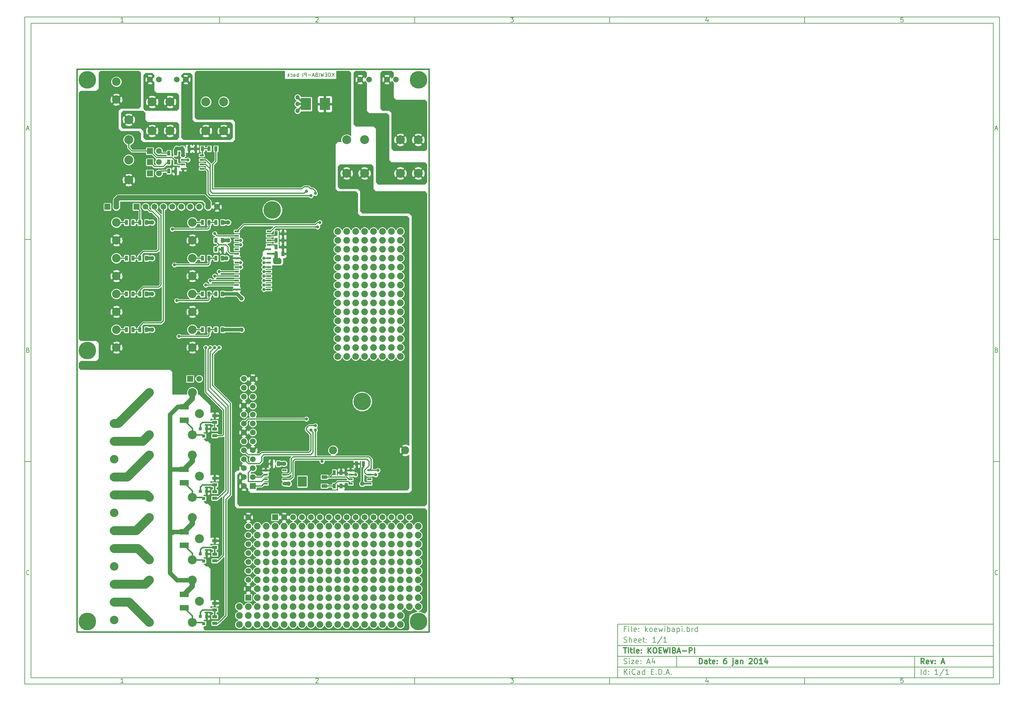
<source format=gbl>
G04 (created by PCBNEW-RS274X (2011-05-25)-stable) date Mo 06 Jan 2014 14:30:26 CET*
G01*
G70*
G90*
%MOIN*%
G04 Gerber Fmt 3.4, Leading zero omitted, Abs format*
%FSLAX34Y34*%
G04 APERTURE LIST*
%ADD10C,0.006000*%
%ADD11C,0.012000*%
%ADD12C,0.008000*%
%ADD13C,0.015000*%
%ADD14C,0.100000*%
%ADD15R,0.036000X0.036000*%
%ADD16R,0.045000X0.020000*%
%ADD17R,0.050000X0.020000*%
%ADD18R,0.118100X0.137800*%
%ADD19R,0.035000X0.055000*%
%ADD20R,0.055000X0.035000*%
%ADD21C,0.065000*%
%ADD22R,0.098400X0.059100*%
%ADD23R,0.065000X0.065000*%
%ADD24R,0.063000X0.039400*%
%ADD25R,0.098400X0.118100*%
%ADD26C,0.090000*%
%ADD27C,0.095000*%
%ADD28C,0.196900*%
%ADD29C,0.075000*%
%ADD30C,0.050000*%
%ADD31C,0.035000*%
%ADD32C,0.050000*%
%ADD33C,0.059100*%
%ADD34C,0.011800*%
%ADD35C,0.019700*%
%ADD36C,0.040000*%
%ADD37C,0.098400*%
%ADD38C,0.015700*%
%ADD39C,0.010000*%
G04 APERTURE END LIST*
G54D10*
X04000Y-04000D02*
X113000Y-04000D01*
X113000Y-78670D01*
X04000Y-78670D01*
X04000Y-04000D01*
X04700Y-04700D02*
X112300Y-04700D01*
X112300Y-77970D01*
X04700Y-77970D01*
X04700Y-04700D01*
X25800Y-04000D02*
X25800Y-04700D01*
X15043Y-04552D02*
X14757Y-04552D01*
X14900Y-04552D02*
X14900Y-04052D01*
X14852Y-04124D01*
X14805Y-04171D01*
X14757Y-04195D01*
X25800Y-78670D02*
X25800Y-77970D01*
X15043Y-78522D02*
X14757Y-78522D01*
X14900Y-78522D02*
X14900Y-78022D01*
X14852Y-78094D01*
X14805Y-78141D01*
X14757Y-78165D01*
X47600Y-04000D02*
X47600Y-04700D01*
X36557Y-04100D02*
X36581Y-04076D01*
X36629Y-04052D01*
X36748Y-04052D01*
X36795Y-04076D01*
X36819Y-04100D01*
X36843Y-04148D01*
X36843Y-04195D01*
X36819Y-04267D01*
X36533Y-04552D01*
X36843Y-04552D01*
X47600Y-78670D02*
X47600Y-77970D01*
X36557Y-78070D02*
X36581Y-78046D01*
X36629Y-78022D01*
X36748Y-78022D01*
X36795Y-78046D01*
X36819Y-78070D01*
X36843Y-78118D01*
X36843Y-78165D01*
X36819Y-78237D01*
X36533Y-78522D01*
X36843Y-78522D01*
X69400Y-04000D02*
X69400Y-04700D01*
X58333Y-04052D02*
X58643Y-04052D01*
X58476Y-04243D01*
X58548Y-04243D01*
X58595Y-04267D01*
X58619Y-04290D01*
X58643Y-04338D01*
X58643Y-04457D01*
X58619Y-04505D01*
X58595Y-04529D01*
X58548Y-04552D01*
X58405Y-04552D01*
X58357Y-04529D01*
X58333Y-04505D01*
X69400Y-78670D02*
X69400Y-77970D01*
X58333Y-78022D02*
X58643Y-78022D01*
X58476Y-78213D01*
X58548Y-78213D01*
X58595Y-78237D01*
X58619Y-78260D01*
X58643Y-78308D01*
X58643Y-78427D01*
X58619Y-78475D01*
X58595Y-78499D01*
X58548Y-78522D01*
X58405Y-78522D01*
X58357Y-78499D01*
X58333Y-78475D01*
X91200Y-04000D02*
X91200Y-04700D01*
X80395Y-04219D02*
X80395Y-04552D01*
X80276Y-04029D02*
X80157Y-04386D01*
X80467Y-04386D01*
X91200Y-78670D02*
X91200Y-77970D01*
X80395Y-78189D02*
X80395Y-78522D01*
X80276Y-77999D02*
X80157Y-78356D01*
X80467Y-78356D01*
X102219Y-04052D02*
X101981Y-04052D01*
X101957Y-04290D01*
X101981Y-04267D01*
X102029Y-04243D01*
X102148Y-04243D01*
X102195Y-04267D01*
X102219Y-04290D01*
X102243Y-04338D01*
X102243Y-04457D01*
X102219Y-04505D01*
X102195Y-04529D01*
X102148Y-04552D01*
X102029Y-04552D01*
X101981Y-04529D01*
X101957Y-04505D01*
X102219Y-78022D02*
X101981Y-78022D01*
X101957Y-78260D01*
X101981Y-78237D01*
X102029Y-78213D01*
X102148Y-78213D01*
X102195Y-78237D01*
X102219Y-78260D01*
X102243Y-78308D01*
X102243Y-78427D01*
X102219Y-78475D01*
X102195Y-78499D01*
X102148Y-78522D01*
X102029Y-78522D01*
X101981Y-78499D01*
X101957Y-78475D01*
X04000Y-28890D02*
X04700Y-28890D01*
X04231Y-16510D02*
X04469Y-16510D01*
X04184Y-16652D02*
X04350Y-16152D01*
X04517Y-16652D01*
X113000Y-28890D02*
X112300Y-28890D01*
X112531Y-16510D02*
X112769Y-16510D01*
X112484Y-16652D02*
X112650Y-16152D01*
X112817Y-16652D01*
X04000Y-53780D02*
X04700Y-53780D01*
X04386Y-41280D02*
X04457Y-41304D01*
X04481Y-41328D01*
X04505Y-41376D01*
X04505Y-41447D01*
X04481Y-41495D01*
X04457Y-41519D01*
X04410Y-41542D01*
X04219Y-41542D01*
X04219Y-41042D01*
X04386Y-41042D01*
X04433Y-41066D01*
X04457Y-41090D01*
X04481Y-41138D01*
X04481Y-41185D01*
X04457Y-41233D01*
X04433Y-41257D01*
X04386Y-41280D01*
X04219Y-41280D01*
X113000Y-53780D02*
X112300Y-53780D01*
X112686Y-41280D02*
X112757Y-41304D01*
X112781Y-41328D01*
X112805Y-41376D01*
X112805Y-41447D01*
X112781Y-41495D01*
X112757Y-41519D01*
X112710Y-41542D01*
X112519Y-41542D01*
X112519Y-41042D01*
X112686Y-41042D01*
X112733Y-41066D01*
X112757Y-41090D01*
X112781Y-41138D01*
X112781Y-41185D01*
X112757Y-41233D01*
X112733Y-41257D01*
X112686Y-41280D01*
X112519Y-41280D01*
X04505Y-66385D02*
X04481Y-66409D01*
X04410Y-66432D01*
X04362Y-66432D01*
X04290Y-66409D01*
X04243Y-66361D01*
X04219Y-66313D01*
X04195Y-66218D01*
X04195Y-66147D01*
X04219Y-66051D01*
X04243Y-66004D01*
X04290Y-65956D01*
X04362Y-65932D01*
X04410Y-65932D01*
X04481Y-65956D01*
X04505Y-65980D01*
X112805Y-66385D02*
X112781Y-66409D01*
X112710Y-66432D01*
X112662Y-66432D01*
X112590Y-66409D01*
X112543Y-66361D01*
X112519Y-66313D01*
X112495Y-66218D01*
X112495Y-66147D01*
X112519Y-66051D01*
X112543Y-66004D01*
X112590Y-65956D01*
X112662Y-65932D01*
X112710Y-65932D01*
X112781Y-65956D01*
X112805Y-65980D01*
G54D11*
X79443Y-76413D02*
X79443Y-75813D01*
X79586Y-75813D01*
X79671Y-75841D01*
X79729Y-75899D01*
X79757Y-75956D01*
X79786Y-76070D01*
X79786Y-76156D01*
X79757Y-76270D01*
X79729Y-76327D01*
X79671Y-76384D01*
X79586Y-76413D01*
X79443Y-76413D01*
X80300Y-76413D02*
X80300Y-76099D01*
X80271Y-76041D01*
X80214Y-76013D01*
X80100Y-76013D01*
X80043Y-76041D01*
X80300Y-76384D02*
X80243Y-76413D01*
X80100Y-76413D01*
X80043Y-76384D01*
X80014Y-76327D01*
X80014Y-76270D01*
X80043Y-76213D01*
X80100Y-76184D01*
X80243Y-76184D01*
X80300Y-76156D01*
X80500Y-76013D02*
X80729Y-76013D01*
X80586Y-75813D02*
X80586Y-76327D01*
X80614Y-76384D01*
X80672Y-76413D01*
X80729Y-76413D01*
X81157Y-76384D02*
X81100Y-76413D01*
X80986Y-76413D01*
X80929Y-76384D01*
X80900Y-76327D01*
X80900Y-76099D01*
X80929Y-76041D01*
X80986Y-76013D01*
X81100Y-76013D01*
X81157Y-76041D01*
X81186Y-76099D01*
X81186Y-76156D01*
X80900Y-76213D01*
X81443Y-76356D02*
X81471Y-76384D01*
X81443Y-76413D01*
X81414Y-76384D01*
X81443Y-76356D01*
X81443Y-76413D01*
X81443Y-76041D02*
X81471Y-76070D01*
X81443Y-76099D01*
X81414Y-76070D01*
X81443Y-76041D01*
X81443Y-76099D01*
X82443Y-75813D02*
X82329Y-75813D01*
X82272Y-75841D01*
X82243Y-75870D01*
X82186Y-75956D01*
X82157Y-76070D01*
X82157Y-76299D01*
X82186Y-76356D01*
X82214Y-76384D01*
X82272Y-76413D01*
X82386Y-76413D01*
X82443Y-76384D01*
X82472Y-76356D01*
X82500Y-76299D01*
X82500Y-76156D01*
X82472Y-76099D01*
X82443Y-76070D01*
X82386Y-76041D01*
X82272Y-76041D01*
X82214Y-76070D01*
X82186Y-76099D01*
X82157Y-76156D01*
X83214Y-76013D02*
X83214Y-76527D01*
X83185Y-76584D01*
X83128Y-76613D01*
X83100Y-76613D01*
X83214Y-75813D02*
X83185Y-75841D01*
X83214Y-75870D01*
X83242Y-75841D01*
X83214Y-75813D01*
X83214Y-75870D01*
X83757Y-76413D02*
X83757Y-76099D01*
X83728Y-76041D01*
X83671Y-76013D01*
X83557Y-76013D01*
X83500Y-76041D01*
X83757Y-76384D02*
X83700Y-76413D01*
X83557Y-76413D01*
X83500Y-76384D01*
X83471Y-76327D01*
X83471Y-76270D01*
X83500Y-76213D01*
X83557Y-76184D01*
X83700Y-76184D01*
X83757Y-76156D01*
X84043Y-76013D02*
X84043Y-76413D01*
X84043Y-76070D02*
X84071Y-76041D01*
X84129Y-76013D01*
X84214Y-76013D01*
X84271Y-76041D01*
X84300Y-76099D01*
X84300Y-76413D01*
X85014Y-75870D02*
X85043Y-75841D01*
X85100Y-75813D01*
X85243Y-75813D01*
X85300Y-75841D01*
X85329Y-75870D01*
X85357Y-75927D01*
X85357Y-75984D01*
X85329Y-76070D01*
X84986Y-76413D01*
X85357Y-76413D01*
X85728Y-75813D02*
X85785Y-75813D01*
X85842Y-75841D01*
X85871Y-75870D01*
X85900Y-75927D01*
X85928Y-76041D01*
X85928Y-76184D01*
X85900Y-76299D01*
X85871Y-76356D01*
X85842Y-76384D01*
X85785Y-76413D01*
X85728Y-76413D01*
X85671Y-76384D01*
X85642Y-76356D01*
X85614Y-76299D01*
X85585Y-76184D01*
X85585Y-76041D01*
X85614Y-75927D01*
X85642Y-75870D01*
X85671Y-75841D01*
X85728Y-75813D01*
X86499Y-76413D02*
X86156Y-76413D01*
X86328Y-76413D02*
X86328Y-75813D01*
X86271Y-75899D01*
X86213Y-75956D01*
X86156Y-75984D01*
X87013Y-76013D02*
X87013Y-76413D01*
X86870Y-75784D02*
X86727Y-76213D01*
X87099Y-76213D01*
G54D10*
X71043Y-77613D02*
X71043Y-77013D01*
X71386Y-77613D02*
X71129Y-77270D01*
X71386Y-77013D02*
X71043Y-77356D01*
X71643Y-77613D02*
X71643Y-77213D01*
X71643Y-77013D02*
X71614Y-77041D01*
X71643Y-77070D01*
X71671Y-77041D01*
X71643Y-77013D01*
X71643Y-77070D01*
X72272Y-77556D02*
X72243Y-77584D01*
X72157Y-77613D01*
X72100Y-77613D01*
X72015Y-77584D01*
X71957Y-77527D01*
X71929Y-77470D01*
X71900Y-77356D01*
X71900Y-77270D01*
X71929Y-77156D01*
X71957Y-77099D01*
X72015Y-77041D01*
X72100Y-77013D01*
X72157Y-77013D01*
X72243Y-77041D01*
X72272Y-77070D01*
X72786Y-77613D02*
X72786Y-77299D01*
X72757Y-77241D01*
X72700Y-77213D01*
X72586Y-77213D01*
X72529Y-77241D01*
X72786Y-77584D02*
X72729Y-77613D01*
X72586Y-77613D01*
X72529Y-77584D01*
X72500Y-77527D01*
X72500Y-77470D01*
X72529Y-77413D01*
X72586Y-77384D01*
X72729Y-77384D01*
X72786Y-77356D01*
X73329Y-77613D02*
X73329Y-77013D01*
X73329Y-77584D02*
X73272Y-77613D01*
X73158Y-77613D01*
X73100Y-77584D01*
X73072Y-77556D01*
X73043Y-77499D01*
X73043Y-77327D01*
X73072Y-77270D01*
X73100Y-77241D01*
X73158Y-77213D01*
X73272Y-77213D01*
X73329Y-77241D01*
X74072Y-77299D02*
X74272Y-77299D01*
X74358Y-77613D02*
X74072Y-77613D01*
X74072Y-77013D01*
X74358Y-77013D01*
X74615Y-77556D02*
X74643Y-77584D01*
X74615Y-77613D01*
X74586Y-77584D01*
X74615Y-77556D01*
X74615Y-77613D01*
X74901Y-77613D02*
X74901Y-77013D01*
X75044Y-77013D01*
X75129Y-77041D01*
X75187Y-77099D01*
X75215Y-77156D01*
X75244Y-77270D01*
X75244Y-77356D01*
X75215Y-77470D01*
X75187Y-77527D01*
X75129Y-77584D01*
X75044Y-77613D01*
X74901Y-77613D01*
X75501Y-77556D02*
X75529Y-77584D01*
X75501Y-77613D01*
X75472Y-77584D01*
X75501Y-77556D01*
X75501Y-77613D01*
X75758Y-77441D02*
X76044Y-77441D01*
X75701Y-77613D02*
X75901Y-77013D01*
X76101Y-77613D01*
X76301Y-77556D02*
X76329Y-77584D01*
X76301Y-77613D01*
X76272Y-77584D01*
X76301Y-77556D01*
X76301Y-77613D01*
G54D11*
X104586Y-76413D02*
X104386Y-76127D01*
X104243Y-76413D02*
X104243Y-75813D01*
X104471Y-75813D01*
X104529Y-75841D01*
X104557Y-75870D01*
X104586Y-75927D01*
X104586Y-76013D01*
X104557Y-76070D01*
X104529Y-76099D01*
X104471Y-76127D01*
X104243Y-76127D01*
X105071Y-76384D02*
X105014Y-76413D01*
X104900Y-76413D01*
X104843Y-76384D01*
X104814Y-76327D01*
X104814Y-76099D01*
X104843Y-76041D01*
X104900Y-76013D01*
X105014Y-76013D01*
X105071Y-76041D01*
X105100Y-76099D01*
X105100Y-76156D01*
X104814Y-76213D01*
X105300Y-76013D02*
X105443Y-76413D01*
X105585Y-76013D01*
X105814Y-76356D02*
X105842Y-76384D01*
X105814Y-76413D01*
X105785Y-76384D01*
X105814Y-76356D01*
X105814Y-76413D01*
X105814Y-76041D02*
X105842Y-76070D01*
X105814Y-76099D01*
X105785Y-76070D01*
X105814Y-76041D01*
X105814Y-76099D01*
X106528Y-76241D02*
X106814Y-76241D01*
X106471Y-76413D02*
X106671Y-75813D01*
X106871Y-76413D01*
G54D10*
X71014Y-76384D02*
X71100Y-76413D01*
X71243Y-76413D01*
X71300Y-76384D01*
X71329Y-76356D01*
X71357Y-76299D01*
X71357Y-76241D01*
X71329Y-76184D01*
X71300Y-76156D01*
X71243Y-76127D01*
X71129Y-76099D01*
X71071Y-76070D01*
X71043Y-76041D01*
X71014Y-75984D01*
X71014Y-75927D01*
X71043Y-75870D01*
X71071Y-75841D01*
X71129Y-75813D01*
X71271Y-75813D01*
X71357Y-75841D01*
X71614Y-76413D02*
X71614Y-76013D01*
X71614Y-75813D02*
X71585Y-75841D01*
X71614Y-75870D01*
X71642Y-75841D01*
X71614Y-75813D01*
X71614Y-75870D01*
X71843Y-76013D02*
X72157Y-76013D01*
X71843Y-76413D01*
X72157Y-76413D01*
X72614Y-76384D02*
X72557Y-76413D01*
X72443Y-76413D01*
X72386Y-76384D01*
X72357Y-76327D01*
X72357Y-76099D01*
X72386Y-76041D01*
X72443Y-76013D01*
X72557Y-76013D01*
X72614Y-76041D01*
X72643Y-76099D01*
X72643Y-76156D01*
X72357Y-76213D01*
X72900Y-76356D02*
X72928Y-76384D01*
X72900Y-76413D01*
X72871Y-76384D01*
X72900Y-76356D01*
X72900Y-76413D01*
X72900Y-76041D02*
X72928Y-76070D01*
X72900Y-76099D01*
X72871Y-76070D01*
X72900Y-76041D01*
X72900Y-76099D01*
X73614Y-76241D02*
X73900Y-76241D01*
X73557Y-76413D02*
X73757Y-75813D01*
X73957Y-76413D01*
X74414Y-76013D02*
X74414Y-76413D01*
X74271Y-75784D02*
X74128Y-76213D01*
X74500Y-76213D01*
X104243Y-77613D02*
X104243Y-77013D01*
X104786Y-77613D02*
X104786Y-77013D01*
X104786Y-77584D02*
X104729Y-77613D01*
X104615Y-77613D01*
X104557Y-77584D01*
X104529Y-77556D01*
X104500Y-77499D01*
X104500Y-77327D01*
X104529Y-77270D01*
X104557Y-77241D01*
X104615Y-77213D01*
X104729Y-77213D01*
X104786Y-77241D01*
X105072Y-77556D02*
X105100Y-77584D01*
X105072Y-77613D01*
X105043Y-77584D01*
X105072Y-77556D01*
X105072Y-77613D01*
X105072Y-77241D02*
X105100Y-77270D01*
X105072Y-77299D01*
X105043Y-77270D01*
X105072Y-77241D01*
X105072Y-77299D01*
X106129Y-77613D02*
X105786Y-77613D01*
X105958Y-77613D02*
X105958Y-77013D01*
X105901Y-77099D01*
X105843Y-77156D01*
X105786Y-77184D01*
X106814Y-76984D02*
X106300Y-77756D01*
X107329Y-77613D02*
X106986Y-77613D01*
X107158Y-77613D02*
X107158Y-77013D01*
X107101Y-77099D01*
X107043Y-77156D01*
X106986Y-77184D01*
G54D11*
X70957Y-74613D02*
X71300Y-74613D01*
X71129Y-75213D02*
X71129Y-74613D01*
X71500Y-75213D02*
X71500Y-74813D01*
X71500Y-74613D02*
X71471Y-74641D01*
X71500Y-74670D01*
X71528Y-74641D01*
X71500Y-74613D01*
X71500Y-74670D01*
X71700Y-74813D02*
X71929Y-74813D01*
X71786Y-74613D02*
X71786Y-75127D01*
X71814Y-75184D01*
X71872Y-75213D01*
X71929Y-75213D01*
X72215Y-75213D02*
X72157Y-75184D01*
X72129Y-75127D01*
X72129Y-74613D01*
X72671Y-75184D02*
X72614Y-75213D01*
X72500Y-75213D01*
X72443Y-75184D01*
X72414Y-75127D01*
X72414Y-74899D01*
X72443Y-74841D01*
X72500Y-74813D01*
X72614Y-74813D01*
X72671Y-74841D01*
X72700Y-74899D01*
X72700Y-74956D01*
X72414Y-75013D01*
X72957Y-75156D02*
X72985Y-75184D01*
X72957Y-75213D01*
X72928Y-75184D01*
X72957Y-75156D01*
X72957Y-75213D01*
X72957Y-74841D02*
X72985Y-74870D01*
X72957Y-74899D01*
X72928Y-74870D01*
X72957Y-74841D01*
X72957Y-74899D01*
X73700Y-75213D02*
X73700Y-74613D01*
X74043Y-75213D02*
X73786Y-74870D01*
X74043Y-74613D02*
X73700Y-74956D01*
X74414Y-74613D02*
X74528Y-74613D01*
X74586Y-74641D01*
X74643Y-74699D01*
X74671Y-74813D01*
X74671Y-75013D01*
X74643Y-75127D01*
X74586Y-75184D01*
X74528Y-75213D01*
X74414Y-75213D01*
X74357Y-75184D01*
X74300Y-75127D01*
X74271Y-75013D01*
X74271Y-74813D01*
X74300Y-74699D01*
X74357Y-74641D01*
X74414Y-74613D01*
X74929Y-74899D02*
X75129Y-74899D01*
X75215Y-75213D02*
X74929Y-75213D01*
X74929Y-74613D01*
X75215Y-74613D01*
X75415Y-74613D02*
X75558Y-75213D01*
X75672Y-74784D01*
X75786Y-75213D01*
X75929Y-74613D01*
X76158Y-75213D02*
X76158Y-74613D01*
X76644Y-74899D02*
X76730Y-74927D01*
X76758Y-74956D01*
X76787Y-75013D01*
X76787Y-75099D01*
X76758Y-75156D01*
X76730Y-75184D01*
X76672Y-75213D01*
X76444Y-75213D01*
X76444Y-74613D01*
X76644Y-74613D01*
X76701Y-74641D01*
X76730Y-74670D01*
X76758Y-74727D01*
X76758Y-74784D01*
X76730Y-74841D01*
X76701Y-74870D01*
X76644Y-74899D01*
X76444Y-74899D01*
X77015Y-75041D02*
X77301Y-75041D01*
X76958Y-75213D02*
X77158Y-74613D01*
X77358Y-75213D01*
X77558Y-74984D02*
X78015Y-74984D01*
X78301Y-75213D02*
X78301Y-74613D01*
X78529Y-74613D01*
X78587Y-74641D01*
X78615Y-74670D01*
X78644Y-74727D01*
X78644Y-74813D01*
X78615Y-74870D01*
X78587Y-74899D01*
X78529Y-74927D01*
X78301Y-74927D01*
X78901Y-75213D02*
X78901Y-74613D01*
G54D10*
X71243Y-72499D02*
X71043Y-72499D01*
X71043Y-72813D02*
X71043Y-72213D01*
X71329Y-72213D01*
X71557Y-72813D02*
X71557Y-72413D01*
X71557Y-72213D02*
X71528Y-72241D01*
X71557Y-72270D01*
X71585Y-72241D01*
X71557Y-72213D01*
X71557Y-72270D01*
X71929Y-72813D02*
X71871Y-72784D01*
X71843Y-72727D01*
X71843Y-72213D01*
X72385Y-72784D02*
X72328Y-72813D01*
X72214Y-72813D01*
X72157Y-72784D01*
X72128Y-72727D01*
X72128Y-72499D01*
X72157Y-72441D01*
X72214Y-72413D01*
X72328Y-72413D01*
X72385Y-72441D01*
X72414Y-72499D01*
X72414Y-72556D01*
X72128Y-72613D01*
X72671Y-72756D02*
X72699Y-72784D01*
X72671Y-72813D01*
X72642Y-72784D01*
X72671Y-72756D01*
X72671Y-72813D01*
X72671Y-72441D02*
X72699Y-72470D01*
X72671Y-72499D01*
X72642Y-72470D01*
X72671Y-72441D01*
X72671Y-72499D01*
X73414Y-72813D02*
X73414Y-72213D01*
X73471Y-72584D02*
X73642Y-72813D01*
X73642Y-72413D02*
X73414Y-72641D01*
X73986Y-72813D02*
X73928Y-72784D01*
X73900Y-72756D01*
X73871Y-72699D01*
X73871Y-72527D01*
X73900Y-72470D01*
X73928Y-72441D01*
X73986Y-72413D01*
X74071Y-72413D01*
X74128Y-72441D01*
X74157Y-72470D01*
X74186Y-72527D01*
X74186Y-72699D01*
X74157Y-72756D01*
X74128Y-72784D01*
X74071Y-72813D01*
X73986Y-72813D01*
X74671Y-72784D02*
X74614Y-72813D01*
X74500Y-72813D01*
X74443Y-72784D01*
X74414Y-72727D01*
X74414Y-72499D01*
X74443Y-72441D01*
X74500Y-72413D01*
X74614Y-72413D01*
X74671Y-72441D01*
X74700Y-72499D01*
X74700Y-72556D01*
X74414Y-72613D01*
X74900Y-72413D02*
X75014Y-72813D01*
X75128Y-72527D01*
X75243Y-72813D01*
X75357Y-72413D01*
X75586Y-72813D02*
X75586Y-72413D01*
X75586Y-72213D02*
X75557Y-72241D01*
X75586Y-72270D01*
X75614Y-72241D01*
X75586Y-72213D01*
X75586Y-72270D01*
X75872Y-72813D02*
X75872Y-72213D01*
X75872Y-72441D02*
X75929Y-72413D01*
X76043Y-72413D01*
X76100Y-72441D01*
X76129Y-72470D01*
X76158Y-72527D01*
X76158Y-72699D01*
X76129Y-72756D01*
X76100Y-72784D01*
X76043Y-72813D01*
X75929Y-72813D01*
X75872Y-72784D01*
X76672Y-72813D02*
X76672Y-72499D01*
X76643Y-72441D01*
X76586Y-72413D01*
X76472Y-72413D01*
X76415Y-72441D01*
X76672Y-72784D02*
X76615Y-72813D01*
X76472Y-72813D01*
X76415Y-72784D01*
X76386Y-72727D01*
X76386Y-72670D01*
X76415Y-72613D01*
X76472Y-72584D01*
X76615Y-72584D01*
X76672Y-72556D01*
X76958Y-72413D02*
X76958Y-73013D01*
X76958Y-72441D02*
X77015Y-72413D01*
X77129Y-72413D01*
X77186Y-72441D01*
X77215Y-72470D01*
X77244Y-72527D01*
X77244Y-72699D01*
X77215Y-72756D01*
X77186Y-72784D01*
X77129Y-72813D01*
X77015Y-72813D01*
X76958Y-72784D01*
X77501Y-72813D02*
X77501Y-72413D01*
X77501Y-72213D02*
X77472Y-72241D01*
X77501Y-72270D01*
X77529Y-72241D01*
X77501Y-72213D01*
X77501Y-72270D01*
X77787Y-72756D02*
X77815Y-72784D01*
X77787Y-72813D01*
X77758Y-72784D01*
X77787Y-72756D01*
X77787Y-72813D01*
X78073Y-72813D02*
X78073Y-72213D01*
X78073Y-72441D02*
X78130Y-72413D01*
X78244Y-72413D01*
X78301Y-72441D01*
X78330Y-72470D01*
X78359Y-72527D01*
X78359Y-72699D01*
X78330Y-72756D01*
X78301Y-72784D01*
X78244Y-72813D01*
X78130Y-72813D01*
X78073Y-72784D01*
X78616Y-72813D02*
X78616Y-72413D01*
X78616Y-72527D02*
X78644Y-72470D01*
X78673Y-72441D01*
X78730Y-72413D01*
X78787Y-72413D01*
X79244Y-72813D02*
X79244Y-72213D01*
X79244Y-72784D02*
X79187Y-72813D01*
X79073Y-72813D01*
X79015Y-72784D01*
X78987Y-72756D01*
X78958Y-72699D01*
X78958Y-72527D01*
X78987Y-72470D01*
X79015Y-72441D01*
X79073Y-72413D01*
X79187Y-72413D01*
X79244Y-72441D01*
X71014Y-73984D02*
X71100Y-74013D01*
X71243Y-74013D01*
X71300Y-73984D01*
X71329Y-73956D01*
X71357Y-73899D01*
X71357Y-73841D01*
X71329Y-73784D01*
X71300Y-73756D01*
X71243Y-73727D01*
X71129Y-73699D01*
X71071Y-73670D01*
X71043Y-73641D01*
X71014Y-73584D01*
X71014Y-73527D01*
X71043Y-73470D01*
X71071Y-73441D01*
X71129Y-73413D01*
X71271Y-73413D01*
X71357Y-73441D01*
X71614Y-74013D02*
X71614Y-73413D01*
X71871Y-74013D02*
X71871Y-73699D01*
X71842Y-73641D01*
X71785Y-73613D01*
X71700Y-73613D01*
X71642Y-73641D01*
X71614Y-73670D01*
X72385Y-73984D02*
X72328Y-74013D01*
X72214Y-74013D01*
X72157Y-73984D01*
X72128Y-73927D01*
X72128Y-73699D01*
X72157Y-73641D01*
X72214Y-73613D01*
X72328Y-73613D01*
X72385Y-73641D01*
X72414Y-73699D01*
X72414Y-73756D01*
X72128Y-73813D01*
X72899Y-73984D02*
X72842Y-74013D01*
X72728Y-74013D01*
X72671Y-73984D01*
X72642Y-73927D01*
X72642Y-73699D01*
X72671Y-73641D01*
X72728Y-73613D01*
X72842Y-73613D01*
X72899Y-73641D01*
X72928Y-73699D01*
X72928Y-73756D01*
X72642Y-73813D01*
X73099Y-73613D02*
X73328Y-73613D01*
X73185Y-73413D02*
X73185Y-73927D01*
X73213Y-73984D01*
X73271Y-74013D01*
X73328Y-74013D01*
X73528Y-73956D02*
X73556Y-73984D01*
X73528Y-74013D01*
X73499Y-73984D01*
X73528Y-73956D01*
X73528Y-74013D01*
X73528Y-73641D02*
X73556Y-73670D01*
X73528Y-73699D01*
X73499Y-73670D01*
X73528Y-73641D01*
X73528Y-73699D01*
X74585Y-74013D02*
X74242Y-74013D01*
X74414Y-74013D02*
X74414Y-73413D01*
X74357Y-73499D01*
X74299Y-73556D01*
X74242Y-73584D01*
X75270Y-73384D02*
X74756Y-74156D01*
X75785Y-74013D02*
X75442Y-74013D01*
X75614Y-74013D02*
X75614Y-73413D01*
X75557Y-73499D01*
X75499Y-73556D01*
X75442Y-73584D01*
X70300Y-71970D02*
X70300Y-77970D01*
X70300Y-71970D02*
X112300Y-71970D01*
X70300Y-71970D02*
X112300Y-71970D01*
X70300Y-74370D02*
X112300Y-74370D01*
X103500Y-75570D02*
X103500Y-77970D01*
X70300Y-76770D02*
X112300Y-76770D01*
X70300Y-75570D02*
X112300Y-75570D01*
X76900Y-75570D02*
X76900Y-76770D01*
G54D12*
X38581Y-10662D02*
X38581Y-10262D01*
X38352Y-10662D02*
X38524Y-10433D01*
X38352Y-10262D02*
X38581Y-10490D01*
X38105Y-10262D02*
X38028Y-10262D01*
X37990Y-10281D01*
X37952Y-10319D01*
X37933Y-10395D01*
X37933Y-10529D01*
X37952Y-10605D01*
X37990Y-10643D01*
X38028Y-10662D01*
X38105Y-10662D01*
X38143Y-10643D01*
X38181Y-10605D01*
X38200Y-10529D01*
X38200Y-10395D01*
X38181Y-10319D01*
X38143Y-10281D01*
X38105Y-10262D01*
X37762Y-10452D02*
X37628Y-10452D01*
X37571Y-10662D02*
X37762Y-10662D01*
X37762Y-10262D01*
X37571Y-10262D01*
X37438Y-10262D02*
X37343Y-10662D01*
X37266Y-10376D01*
X37190Y-10662D01*
X37095Y-10262D01*
X36943Y-10662D02*
X36943Y-10262D01*
X36619Y-10452D02*
X36562Y-10471D01*
X36543Y-10490D01*
X36524Y-10529D01*
X36524Y-10586D01*
X36543Y-10624D01*
X36562Y-10643D01*
X36600Y-10662D01*
X36753Y-10662D01*
X36753Y-10262D01*
X36619Y-10262D01*
X36581Y-10281D01*
X36562Y-10300D01*
X36543Y-10338D01*
X36543Y-10376D01*
X36562Y-10414D01*
X36581Y-10433D01*
X36619Y-10452D01*
X36753Y-10452D01*
X36372Y-10548D02*
X36181Y-10548D01*
X36410Y-10662D02*
X36277Y-10262D01*
X36143Y-10662D01*
X36010Y-10510D02*
X35705Y-10510D01*
X35515Y-10662D02*
X35515Y-10262D01*
X35362Y-10262D01*
X35324Y-10281D01*
X35305Y-10300D01*
X35286Y-10338D01*
X35286Y-10395D01*
X35305Y-10433D01*
X35324Y-10452D01*
X35362Y-10471D01*
X35515Y-10471D01*
X35115Y-10662D02*
X35115Y-10262D01*
X34620Y-10662D02*
X34620Y-10262D01*
X34620Y-10414D02*
X34582Y-10395D01*
X34505Y-10395D01*
X34467Y-10414D01*
X34448Y-10433D01*
X34429Y-10471D01*
X34429Y-10586D01*
X34448Y-10624D01*
X34467Y-10643D01*
X34505Y-10662D01*
X34582Y-10662D01*
X34620Y-10643D01*
X34086Y-10662D02*
X34086Y-10452D01*
X34105Y-10414D01*
X34143Y-10395D01*
X34220Y-10395D01*
X34258Y-10414D01*
X34086Y-10643D02*
X34124Y-10662D01*
X34220Y-10662D01*
X34258Y-10643D01*
X34277Y-10605D01*
X34277Y-10567D01*
X34258Y-10529D01*
X34220Y-10510D01*
X34124Y-10510D01*
X34086Y-10490D01*
X33724Y-10643D02*
X33762Y-10662D01*
X33839Y-10662D01*
X33877Y-10643D01*
X33896Y-10624D01*
X33915Y-10586D01*
X33915Y-10471D01*
X33896Y-10433D01*
X33877Y-10414D01*
X33839Y-10395D01*
X33762Y-10395D01*
X33724Y-10414D01*
X33553Y-10662D02*
X33553Y-10262D01*
X33515Y-10510D02*
X33400Y-10662D01*
X33400Y-10395D02*
X33553Y-10548D01*
G54D13*
X09843Y-72834D02*
X09843Y-09842D01*
X49213Y-72835D02*
X09843Y-72835D01*
X49213Y-09843D02*
X49213Y-72835D01*
X09843Y-09843D02*
X49213Y-09843D01*
G54D14*
X15630Y-22250D03*
X15630Y-20000D03*
X15630Y-17750D03*
X15630Y-15500D03*
G54D15*
X24350Y-57100D03*
X23650Y-57100D03*
X24000Y-57900D03*
X24350Y-50100D03*
X23650Y-50100D03*
X24000Y-50900D03*
X24350Y-71100D03*
X23650Y-71100D03*
X24000Y-71900D03*
X24350Y-64100D03*
X23650Y-64100D03*
X24000Y-64900D03*
G54D16*
X33050Y-56250D03*
X30950Y-56250D03*
X33050Y-55750D03*
X33050Y-55250D03*
X33050Y-54750D03*
X30950Y-55750D03*
X30950Y-55250D03*
X30950Y-54750D03*
X42550Y-56250D03*
X40450Y-56250D03*
X42550Y-55750D03*
X42550Y-55250D03*
X42550Y-54750D03*
X40450Y-55750D03*
X40450Y-55250D03*
X40450Y-54750D03*
X21700Y-19500D03*
X23800Y-19500D03*
X21700Y-20000D03*
X21700Y-20500D03*
X21700Y-21000D03*
X23800Y-20000D03*
X23800Y-20500D03*
X23800Y-21000D03*
G54D17*
X27700Y-34500D03*
X27700Y-34000D03*
X27700Y-33500D03*
X27700Y-33000D03*
X27700Y-32500D03*
X27700Y-32000D03*
X27700Y-31500D03*
X27700Y-31000D03*
X27700Y-30500D03*
X27700Y-30000D03*
X27700Y-29500D03*
X27700Y-29000D03*
X27700Y-28500D03*
X27700Y-28000D03*
X31300Y-28000D03*
X31300Y-28500D03*
X31300Y-29000D03*
X31300Y-29500D03*
X31300Y-30000D03*
X31300Y-30500D03*
X31300Y-31000D03*
X31300Y-31500D03*
X31300Y-32000D03*
X31300Y-32500D03*
X31300Y-33000D03*
X31300Y-33500D03*
X31300Y-34000D03*
X31300Y-34500D03*
G54D18*
X37563Y-13750D03*
X35437Y-13750D03*
G54D19*
X16875Y-27000D03*
X17625Y-27000D03*
X20125Y-21250D03*
X20875Y-21250D03*
X20125Y-19250D03*
X20875Y-19250D03*
X25375Y-39000D03*
X26125Y-39000D03*
X25375Y-35000D03*
X26125Y-35000D03*
X25375Y-31000D03*
X26125Y-31000D03*
X25375Y-27000D03*
X26125Y-27000D03*
X16875Y-39000D03*
X17625Y-39000D03*
X16875Y-35000D03*
X17625Y-35000D03*
X16875Y-31000D03*
X17625Y-31000D03*
X23875Y-18750D03*
X23125Y-18750D03*
X23875Y-39000D03*
X24625Y-39000D03*
X23875Y-35000D03*
X24625Y-35000D03*
X23875Y-31000D03*
X24625Y-31000D03*
X23875Y-27000D03*
X24625Y-27000D03*
X15375Y-39000D03*
X16125Y-39000D03*
X15375Y-35000D03*
X16125Y-35000D03*
X15375Y-31000D03*
X16125Y-31000D03*
X15375Y-27000D03*
X16125Y-27000D03*
X20875Y-20250D03*
X20125Y-20250D03*
X39375Y-56500D03*
X38625Y-56500D03*
X39375Y-55000D03*
X38625Y-55000D03*
G54D20*
X25250Y-55625D03*
X25250Y-56375D03*
X25250Y-57125D03*
X25250Y-57875D03*
X25250Y-48625D03*
X25250Y-49375D03*
X25250Y-50125D03*
X25250Y-50875D03*
X25250Y-69625D03*
X25250Y-70375D03*
G54D19*
X26125Y-29000D03*
X25375Y-29000D03*
G54D20*
X25250Y-71125D03*
X25250Y-71875D03*
X25250Y-62625D03*
X25250Y-63375D03*
X25250Y-64125D03*
X25250Y-64875D03*
G54D19*
X32125Y-29000D03*
X32875Y-29000D03*
X32125Y-28250D03*
X32875Y-28250D03*
X32125Y-29750D03*
X32875Y-29750D03*
X24625Y-18750D03*
X25375Y-18750D03*
X25375Y-30000D03*
X26125Y-30000D03*
X21625Y-18750D03*
X22375Y-18750D03*
X41875Y-54000D03*
X41125Y-54000D03*
X32375Y-54000D03*
X31625Y-54000D03*
X32125Y-30500D03*
X32875Y-30500D03*
G54D21*
X45508Y-11000D03*
X44508Y-11000D03*
X42508Y-11000D03*
X41508Y-11000D03*
X22008Y-11000D03*
X21008Y-11000D03*
X19008Y-11000D03*
X18008Y-11000D03*
G54D14*
X22752Y-53031D03*
X17948Y-53031D03*
X17948Y-57755D03*
X22752Y-57755D03*
X23539Y-55393D03*
X22752Y-46031D03*
X17948Y-46031D03*
X17948Y-50755D03*
X22752Y-50755D03*
X23539Y-48393D03*
X22752Y-67031D03*
X17948Y-67031D03*
X17948Y-71755D03*
X22752Y-71755D03*
X23539Y-69393D03*
X22752Y-60031D03*
X17948Y-60031D03*
X17948Y-64755D03*
X22752Y-64755D03*
X23539Y-62393D03*
G54D22*
X21850Y-63143D03*
X21850Y-61643D03*
X21850Y-56143D03*
X21850Y-54643D03*
X21850Y-70143D03*
X21850Y-68643D03*
X21850Y-49143D03*
X21850Y-47643D03*
G54D23*
X18000Y-20250D03*
G54D21*
X19000Y-20250D03*
G54D23*
X18000Y-19000D03*
G54D21*
X19000Y-19000D03*
G54D23*
X18000Y-21500D03*
G54D21*
X19000Y-21500D03*
G54D23*
X22500Y-44500D03*
G54D21*
X23500Y-44500D03*
G54D23*
X13250Y-25250D03*
G54D21*
X14250Y-25250D03*
G54D23*
X32000Y-60000D03*
G54D21*
X33000Y-60000D03*
X34000Y-60000D03*
X35000Y-60000D03*
X36000Y-60000D03*
X37000Y-60000D03*
X38000Y-60000D03*
X39000Y-60000D03*
X40000Y-60000D03*
X41000Y-60000D03*
X42000Y-60000D03*
X43000Y-60000D03*
X44000Y-60000D03*
X45000Y-60000D03*
X46000Y-60000D03*
X47000Y-60000D03*
G54D23*
X29000Y-69000D03*
G54D21*
X29000Y-68000D03*
X29000Y-67000D03*
X29000Y-66000D03*
X29000Y-65000D03*
X29000Y-64000D03*
X29000Y-63000D03*
X29000Y-62000D03*
X29000Y-61000D03*
X29000Y-60000D03*
G54D23*
X16500Y-25250D03*
G54D21*
X17500Y-25250D03*
X18500Y-25250D03*
X19500Y-25250D03*
X20500Y-25250D03*
X21500Y-25250D03*
X22500Y-25250D03*
X23500Y-25250D03*
X24500Y-25250D03*
X25500Y-25250D03*
G54D24*
X37500Y-56500D03*
X37500Y-55500D03*
G54D25*
X35039Y-56000D03*
G54D26*
X46559Y-52500D03*
X38488Y-52500D03*
G54D27*
X14000Y-49500D03*
X14000Y-51500D03*
X14000Y-53500D03*
X14000Y-55500D03*
X14000Y-57500D03*
X14000Y-59500D03*
X14000Y-61500D03*
X14000Y-63500D03*
X14000Y-65500D03*
X14000Y-67500D03*
X14000Y-69500D03*
X14000Y-71500D03*
X14250Y-11250D03*
X14250Y-13250D03*
X14250Y-27000D03*
X14250Y-29000D03*
X14250Y-31000D03*
X14250Y-33000D03*
X14250Y-35000D03*
X14250Y-37000D03*
X14250Y-39000D03*
X14250Y-41000D03*
X22750Y-27000D03*
X22750Y-29000D03*
X22750Y-31000D03*
X22750Y-33000D03*
X22750Y-35000D03*
X22750Y-37000D03*
X22750Y-39000D03*
X22750Y-41000D03*
G54D23*
X29500Y-56500D03*
G54D21*
X28500Y-56500D03*
X29500Y-55500D03*
X28500Y-55500D03*
X29500Y-54500D03*
X28500Y-54500D03*
X29500Y-53500D03*
X28500Y-53500D03*
X29500Y-52500D03*
X28500Y-52500D03*
X29500Y-51500D03*
X28500Y-51500D03*
X29500Y-50500D03*
X28500Y-50500D03*
X29500Y-49500D03*
X28500Y-49500D03*
X29500Y-48500D03*
X28500Y-48500D03*
X29500Y-47500D03*
X28500Y-47500D03*
X29500Y-46500D03*
X28500Y-46500D03*
X29500Y-45500D03*
X28500Y-45500D03*
X29500Y-44500D03*
X28500Y-44500D03*
G54D28*
X48031Y-71654D03*
X11024Y-71654D03*
X11024Y-11024D03*
X48031Y-11024D03*
X41732Y-47047D03*
X31693Y-25591D03*
X11024Y-41339D03*
G54D29*
X30000Y-64000D03*
X31000Y-64000D03*
X32000Y-64000D03*
X33000Y-64000D03*
X30000Y-63000D03*
X30000Y-65000D03*
X31000Y-65000D03*
X31000Y-63000D03*
X32000Y-63000D03*
X32000Y-65000D03*
X33000Y-65000D03*
X33000Y-63000D03*
X30000Y-62000D03*
X31000Y-62000D03*
X32000Y-62000D03*
X33000Y-62000D03*
X34000Y-62000D03*
X34000Y-63000D03*
X34000Y-64000D03*
X34000Y-65000D03*
X30000Y-61000D03*
X31000Y-61000D03*
X32000Y-61000D03*
X33000Y-61000D03*
X34000Y-61000D03*
X35000Y-64000D03*
X36000Y-64000D03*
X37000Y-64000D03*
X38000Y-64000D03*
X35000Y-63000D03*
X35000Y-65000D03*
X36000Y-65000D03*
X36000Y-63000D03*
X37000Y-63000D03*
X37000Y-65000D03*
X38000Y-65000D03*
X38000Y-63000D03*
X35000Y-62000D03*
X36000Y-62000D03*
X37000Y-62000D03*
X38000Y-62000D03*
X39000Y-62000D03*
X39000Y-63000D03*
X39000Y-64000D03*
X39000Y-65000D03*
X35000Y-61000D03*
X36000Y-61000D03*
X37000Y-61000D03*
X38000Y-61000D03*
X39000Y-61000D03*
X40000Y-64000D03*
X41000Y-64000D03*
X42000Y-64000D03*
X43000Y-64000D03*
X40000Y-63000D03*
X40000Y-65000D03*
X41000Y-65000D03*
X41000Y-63000D03*
X42000Y-63000D03*
X42000Y-65000D03*
X43000Y-65000D03*
X43000Y-63000D03*
X40000Y-62000D03*
X41000Y-62000D03*
X42000Y-62000D03*
X43000Y-62000D03*
X44000Y-62000D03*
X44000Y-63000D03*
X44000Y-64000D03*
X44000Y-65000D03*
X40000Y-61000D03*
X41000Y-61000D03*
X42000Y-61000D03*
X43000Y-61000D03*
X44000Y-61000D03*
X30000Y-69000D03*
X31000Y-69000D03*
X32000Y-69000D03*
X33000Y-69000D03*
X30000Y-68000D03*
X30000Y-70000D03*
X31000Y-70000D03*
X31000Y-68000D03*
X32000Y-68000D03*
X32000Y-70000D03*
X33000Y-70000D03*
X33000Y-68000D03*
X30000Y-67000D03*
X31000Y-67000D03*
X32000Y-67000D03*
X33000Y-67000D03*
X34000Y-67000D03*
X34000Y-68000D03*
X34000Y-69000D03*
X34000Y-70000D03*
X30000Y-66000D03*
X31000Y-66000D03*
X32000Y-66000D03*
X33000Y-66000D03*
X34000Y-66000D03*
X35000Y-69000D03*
X36000Y-69000D03*
X37000Y-69000D03*
X38000Y-69000D03*
X35000Y-68000D03*
X35000Y-70000D03*
X36000Y-70000D03*
X36000Y-68000D03*
X37000Y-68000D03*
X37000Y-70000D03*
X38000Y-70000D03*
X38000Y-68000D03*
X35000Y-67000D03*
X36000Y-67000D03*
X37000Y-67000D03*
X38000Y-67000D03*
X39000Y-67000D03*
X39000Y-68000D03*
X39000Y-69000D03*
X39000Y-70000D03*
X35000Y-66000D03*
X36000Y-66000D03*
X37000Y-66000D03*
X38000Y-66000D03*
X39000Y-66000D03*
X40000Y-69000D03*
X41000Y-69000D03*
X42000Y-69000D03*
X43000Y-69000D03*
X40000Y-68000D03*
X40000Y-70000D03*
X41000Y-70000D03*
X41000Y-68000D03*
X42000Y-68000D03*
X42000Y-70000D03*
X43000Y-70000D03*
X43000Y-68000D03*
X40000Y-67000D03*
X41000Y-67000D03*
X42000Y-67000D03*
X43000Y-67000D03*
X44000Y-67000D03*
X44000Y-68000D03*
X44000Y-69000D03*
X44000Y-70000D03*
X40000Y-66000D03*
X41000Y-66000D03*
X42000Y-66000D03*
X43000Y-66000D03*
X44000Y-66000D03*
X47000Y-65000D03*
X47000Y-64000D03*
X47000Y-63000D03*
X47000Y-62000D03*
X46000Y-65000D03*
X48000Y-65000D03*
X48000Y-64000D03*
X46000Y-64000D03*
X46000Y-63000D03*
X48000Y-63000D03*
X48000Y-62000D03*
X46000Y-62000D03*
X45000Y-65000D03*
X45000Y-64000D03*
X45000Y-63000D03*
X45000Y-62000D03*
X45000Y-61000D03*
X46000Y-61000D03*
X47000Y-61000D03*
X48000Y-61000D03*
X47000Y-70000D03*
X47000Y-69000D03*
X47000Y-68000D03*
X47000Y-67000D03*
X46000Y-70000D03*
X48000Y-70000D03*
X48000Y-69000D03*
X46000Y-69000D03*
X46000Y-68000D03*
X48000Y-68000D03*
X48000Y-67000D03*
X46000Y-67000D03*
X45000Y-70000D03*
X45000Y-69000D03*
X45000Y-68000D03*
X45000Y-67000D03*
X45000Y-66000D03*
X46000Y-66000D03*
X47000Y-66000D03*
X48000Y-66000D03*
X30000Y-71000D03*
X31000Y-71000D03*
X32000Y-71000D03*
X33000Y-71000D03*
X30000Y-72000D03*
X31000Y-72000D03*
X32000Y-72000D03*
X33000Y-72000D03*
X34000Y-71000D03*
X34000Y-72000D03*
X35000Y-71000D03*
X36000Y-71000D03*
X37000Y-71000D03*
X38000Y-71000D03*
X35000Y-72000D03*
X36000Y-72000D03*
X37000Y-72000D03*
X38000Y-72000D03*
X39000Y-71000D03*
X39000Y-72000D03*
X40000Y-71000D03*
X41000Y-71000D03*
X42000Y-71000D03*
X43000Y-71000D03*
X40000Y-72000D03*
X41000Y-72000D03*
X42000Y-72000D03*
X43000Y-72000D03*
X44000Y-71000D03*
X44000Y-72000D03*
X45000Y-71000D03*
X46000Y-71000D03*
X45000Y-72000D03*
X46000Y-72000D03*
X28000Y-70000D03*
X29000Y-70000D03*
X28000Y-71000D03*
X29000Y-71000D03*
X28000Y-72000D03*
X29000Y-72000D03*
X39000Y-31000D03*
X40000Y-31000D03*
X41000Y-31000D03*
X42000Y-31000D03*
X39000Y-30000D03*
X39000Y-32000D03*
X40000Y-32000D03*
X40000Y-30000D03*
X41000Y-30000D03*
X41000Y-32000D03*
X42000Y-32000D03*
X42000Y-30000D03*
X39000Y-29000D03*
X40000Y-29000D03*
X41000Y-29000D03*
X42000Y-29000D03*
X43000Y-29000D03*
X43000Y-30000D03*
X43000Y-31000D03*
X43000Y-32000D03*
X39000Y-28000D03*
X40000Y-28000D03*
X41000Y-28000D03*
X42000Y-28000D03*
X43000Y-28000D03*
X39000Y-36000D03*
X40000Y-36000D03*
X41000Y-36000D03*
X42000Y-36000D03*
X39000Y-35000D03*
X39000Y-37000D03*
X40000Y-37000D03*
X40000Y-35000D03*
X41000Y-35000D03*
X41000Y-37000D03*
X42000Y-37000D03*
X42000Y-35000D03*
X39000Y-34000D03*
X40000Y-34000D03*
X41000Y-34000D03*
X42000Y-34000D03*
X43000Y-34000D03*
X43000Y-35000D03*
X43000Y-36000D03*
X43000Y-37000D03*
X39000Y-33000D03*
X40000Y-33000D03*
X41000Y-33000D03*
X42000Y-33000D03*
X43000Y-33000D03*
X39000Y-41000D03*
X40000Y-41000D03*
X41000Y-41000D03*
X42000Y-41000D03*
X39000Y-40000D03*
X39000Y-42000D03*
X40000Y-42000D03*
X40000Y-40000D03*
X41000Y-40000D03*
X41000Y-42000D03*
X42000Y-42000D03*
X42000Y-40000D03*
X39000Y-39000D03*
X40000Y-39000D03*
X41000Y-39000D03*
X42000Y-39000D03*
X43000Y-39000D03*
X43000Y-40000D03*
X43000Y-41000D03*
X43000Y-42000D03*
X39000Y-38000D03*
X40000Y-38000D03*
X41000Y-38000D03*
X42000Y-38000D03*
X43000Y-38000D03*
X45000Y-42000D03*
X45000Y-41000D03*
X45000Y-40000D03*
X45000Y-39000D03*
X44000Y-42000D03*
X46000Y-42000D03*
X46000Y-41000D03*
X44000Y-41000D03*
X44000Y-40000D03*
X46000Y-40000D03*
X46000Y-39000D03*
X44000Y-39000D03*
X44000Y-38000D03*
X45000Y-38000D03*
X46000Y-38000D03*
X45000Y-37000D03*
X45000Y-36000D03*
X45000Y-35000D03*
X45000Y-34000D03*
X44000Y-37000D03*
X46000Y-37000D03*
X46000Y-36000D03*
X44000Y-36000D03*
X44000Y-35000D03*
X46000Y-35000D03*
X46000Y-34000D03*
X44000Y-34000D03*
X44000Y-33000D03*
X45000Y-33000D03*
X46000Y-33000D03*
X45000Y-32000D03*
X45000Y-31000D03*
X45000Y-30000D03*
X45000Y-29000D03*
X44000Y-32000D03*
X46000Y-32000D03*
X46000Y-31000D03*
X44000Y-31000D03*
X44000Y-30000D03*
X46000Y-30000D03*
X46000Y-29000D03*
X44000Y-29000D03*
X44000Y-28000D03*
X45000Y-28000D03*
X46000Y-28000D03*
G54D14*
X18250Y-13500D03*
X20250Y-13500D03*
X24250Y-13500D03*
X26250Y-13500D03*
X48000Y-21500D03*
X46000Y-21500D03*
X42000Y-21500D03*
X40000Y-21500D03*
X48000Y-17750D03*
X46000Y-17750D03*
X42000Y-17750D03*
X40000Y-17750D03*
X18250Y-16750D03*
X20250Y-16750D03*
X24250Y-16750D03*
X26250Y-16750D03*
G54D30*
X41750Y-56250D03*
X33500Y-56250D03*
X33000Y-54000D03*
X32250Y-31250D03*
X28250Y-39000D03*
X28250Y-35500D03*
X18250Y-39000D03*
X18250Y-35000D03*
X18250Y-31000D03*
X18250Y-27000D03*
X26750Y-29000D03*
X26550Y-31000D03*
X26750Y-27000D03*
X21000Y-18750D03*
G54D31*
X28150Y-31500D03*
X28150Y-29500D03*
X28150Y-29000D03*
X25250Y-28250D03*
X28150Y-32000D03*
X30750Y-31000D03*
X30750Y-31500D03*
X30750Y-32000D03*
X30750Y-32500D03*
X30750Y-33000D03*
X20500Y-27750D03*
X30750Y-33500D03*
X20750Y-31750D03*
X30750Y-34000D03*
X21000Y-35750D03*
X30750Y-34500D03*
X21250Y-39750D03*
X36500Y-23750D03*
X36500Y-49750D03*
X24250Y-34000D03*
X24250Y-41000D03*
X24750Y-41000D03*
X24750Y-33500D03*
X25250Y-41000D03*
X25250Y-33000D03*
X25750Y-32500D03*
X25750Y-41000D03*
X37000Y-27000D03*
X37250Y-53750D03*
X43250Y-55250D03*
X36750Y-27500D03*
X36500Y-50250D03*
X43500Y-54750D03*
X36000Y-50250D03*
X36000Y-24000D03*
X35500Y-49000D03*
X35500Y-23500D03*
G54D30*
X31500Y-21000D03*
X31000Y-18250D03*
X30250Y-18250D03*
X29500Y-18250D03*
X31500Y-19500D03*
X31500Y-20250D03*
X27250Y-10750D03*
X29000Y-13500D03*
X29750Y-13500D03*
X30500Y-13500D03*
X32250Y-10750D03*
X31250Y-16750D03*
X29750Y-16750D03*
X31250Y-15250D03*
X29750Y-15250D03*
X34500Y-14500D03*
X34500Y-13750D03*
X34500Y-13000D03*
G54D31*
X41000Y-55250D03*
X22250Y-20000D03*
G54D32*
X21850Y-54643D02*
X20250Y-54643D01*
X20250Y-54643D02*
X20250Y-54750D01*
X21850Y-61643D02*
X20250Y-61643D01*
X20500Y-61750D02*
X20250Y-61750D01*
X20357Y-61750D02*
X20500Y-61750D01*
X20250Y-61643D02*
X20357Y-61750D01*
X21850Y-47643D02*
X21107Y-47643D01*
X20250Y-48500D02*
X20250Y-54750D01*
X21107Y-47643D02*
X20250Y-48500D01*
X20250Y-54750D02*
X20250Y-61750D01*
X21031Y-67031D02*
X22752Y-67031D01*
X20250Y-61750D02*
X20250Y-66250D01*
X20250Y-66250D02*
X21031Y-67031D01*
G54D33*
X22752Y-67031D02*
X22752Y-67741D01*
X22752Y-67741D02*
X21850Y-68643D01*
X22752Y-60031D02*
X22752Y-60741D01*
X22752Y-60741D02*
X21850Y-61643D01*
X22752Y-53031D02*
X22752Y-53741D01*
X22752Y-53741D02*
X21850Y-54643D01*
X22752Y-46031D02*
X22752Y-46741D01*
X22752Y-46741D02*
X21850Y-47643D01*
G54D34*
X30950Y-56250D02*
X30750Y-56250D01*
X30500Y-56500D02*
X29500Y-56500D01*
X30750Y-56250D02*
X30500Y-56500D01*
G54D35*
X41875Y-54000D02*
X41875Y-54375D01*
X41750Y-56250D02*
X42550Y-56250D01*
X41750Y-54500D02*
X41750Y-56250D01*
X41875Y-54375D02*
X41750Y-54500D01*
G54D36*
X33050Y-56250D02*
X33500Y-56250D01*
X32375Y-54000D02*
X33000Y-54000D01*
X32125Y-30500D02*
X32125Y-31125D01*
X32125Y-31125D02*
X32250Y-31250D01*
X26125Y-39000D02*
X28250Y-39000D01*
X26125Y-35000D02*
X27750Y-35000D01*
X27750Y-35000D02*
X28250Y-35500D01*
X17625Y-39000D02*
X18250Y-39000D01*
X17625Y-35000D02*
X18250Y-35000D01*
X17625Y-31000D02*
X18250Y-31000D01*
X17625Y-27000D02*
X18250Y-27000D01*
X26125Y-29000D02*
X26750Y-29000D01*
X26125Y-31000D02*
X26550Y-31000D01*
X26125Y-27000D02*
X26750Y-27000D01*
X21700Y-19500D02*
X21700Y-18825D01*
X21700Y-18825D02*
X21625Y-18750D01*
X21625Y-18750D02*
X21000Y-18750D01*
X20875Y-18875D02*
X21000Y-18750D01*
X20875Y-18875D02*
X20875Y-19250D01*
G54D11*
X27700Y-31500D02*
X28150Y-31500D01*
X27700Y-29500D02*
X28150Y-29500D01*
X28150Y-29000D02*
X27700Y-29000D01*
X25250Y-28250D02*
X25500Y-28500D01*
X25500Y-28500D02*
X27700Y-28500D01*
X27700Y-32000D02*
X28150Y-32000D01*
G54D34*
X31300Y-31000D02*
X30750Y-31000D01*
X16875Y-27000D02*
X16875Y-25625D01*
X16875Y-25625D02*
X16500Y-25250D01*
X16125Y-27000D02*
X16875Y-27000D01*
X31300Y-31500D02*
X30750Y-31500D01*
X16875Y-31000D02*
X16875Y-30625D01*
X18000Y-25750D02*
X17500Y-25250D01*
X18250Y-25750D02*
X18000Y-25750D01*
X19000Y-26500D02*
X18250Y-25750D01*
X19000Y-30000D02*
X19000Y-26500D01*
X18750Y-30250D02*
X19000Y-30000D01*
X17250Y-30250D02*
X18750Y-30250D01*
X16875Y-30625D02*
X17250Y-30250D01*
X16125Y-31000D02*
X16875Y-31000D01*
X31300Y-32000D02*
X30750Y-32000D01*
X16875Y-35000D02*
X16875Y-34625D01*
X18500Y-25500D02*
X19250Y-26250D01*
X19250Y-26250D02*
X19250Y-34000D01*
X19250Y-34000D02*
X19000Y-34250D01*
X19000Y-34250D02*
X17250Y-34250D01*
X18500Y-25500D02*
X18500Y-25250D01*
X16875Y-34625D02*
X17250Y-34250D01*
X16125Y-35000D02*
X16875Y-35000D01*
X31300Y-32500D02*
X30750Y-32500D01*
X16875Y-39000D02*
X16875Y-38625D01*
X19500Y-38000D02*
X19500Y-25250D01*
X19250Y-38250D02*
X19500Y-38000D01*
X17250Y-38250D02*
X19250Y-38250D01*
X16875Y-38625D02*
X17250Y-38250D01*
X16125Y-39000D02*
X16875Y-39000D01*
X31300Y-33000D02*
X30750Y-33000D01*
X24625Y-27625D02*
X24625Y-27000D01*
X24500Y-27750D02*
X24625Y-27625D01*
X20500Y-27750D02*
X24500Y-27750D01*
X24625Y-27000D02*
X25375Y-27000D01*
X31300Y-33500D02*
X30750Y-33500D01*
X24625Y-31625D02*
X24625Y-31000D01*
X24500Y-31750D02*
X24625Y-31625D01*
X20750Y-31750D02*
X24500Y-31750D01*
X24625Y-31000D02*
X25375Y-31000D01*
X31300Y-34000D02*
X30750Y-34000D01*
X24625Y-35625D02*
X24625Y-35000D01*
X24500Y-35750D02*
X24625Y-35625D01*
X21000Y-35750D02*
X24500Y-35750D01*
X24625Y-35000D02*
X25375Y-35000D01*
X31300Y-34500D02*
X30750Y-34500D01*
X24625Y-39625D02*
X24625Y-39000D01*
X24500Y-39750D02*
X24625Y-39625D01*
X21250Y-39750D02*
X24500Y-39750D01*
X24625Y-39000D02*
X25375Y-39000D01*
X30950Y-55750D02*
X30750Y-55750D01*
X29000Y-55000D02*
X29500Y-54500D01*
X29000Y-56000D02*
X29000Y-55000D01*
X30500Y-56000D02*
X29000Y-56000D01*
X30750Y-55750D02*
X30500Y-56000D01*
X30950Y-55250D02*
X30750Y-55250D01*
X30500Y-55500D02*
X29500Y-55500D01*
X30750Y-55250D02*
X30500Y-55500D01*
G54D11*
X36500Y-49750D02*
X35750Y-49750D01*
X25375Y-20125D02*
X25000Y-20500D01*
X25000Y-20500D02*
X25000Y-23250D01*
X25000Y-23250D02*
X35000Y-23250D01*
X35000Y-23250D02*
X35250Y-23000D01*
X35250Y-23000D02*
X35500Y-23000D01*
X35500Y-23000D02*
X35750Y-23000D01*
X35750Y-23000D02*
X36000Y-23250D01*
X36000Y-23250D02*
X36250Y-23250D01*
X36250Y-23250D02*
X36500Y-23500D01*
X36500Y-23500D02*
X36500Y-23750D01*
X25375Y-18750D02*
X25375Y-20125D01*
X29000Y-53000D02*
X28500Y-52500D01*
X30250Y-53000D02*
X29000Y-53000D01*
X30500Y-52750D02*
X30250Y-53000D01*
X35750Y-52750D02*
X30500Y-52750D01*
X36000Y-52500D02*
X35750Y-52750D01*
X36000Y-50750D02*
X36000Y-52500D01*
X35500Y-50250D02*
X36000Y-50750D01*
X35500Y-50000D02*
X35500Y-50250D01*
X35750Y-49750D02*
X35500Y-50000D01*
G54D37*
X14000Y-49500D02*
X14479Y-49500D01*
X14479Y-49500D02*
X17948Y-46031D01*
X14000Y-55500D02*
X15479Y-55500D01*
X15479Y-55500D02*
X17948Y-53031D01*
X14000Y-51500D02*
X17203Y-51500D01*
X17203Y-51500D02*
X17948Y-50755D01*
X14000Y-57500D02*
X17693Y-57500D01*
X17693Y-57500D02*
X17948Y-57755D01*
G54D11*
X25250Y-50875D02*
X26125Y-50875D01*
X26250Y-50000D02*
X26250Y-48000D01*
X26250Y-50750D02*
X26250Y-50000D01*
X26125Y-50875D02*
X26250Y-50750D01*
X24250Y-34000D02*
X27700Y-34000D01*
X24250Y-46000D02*
X24250Y-41000D01*
X26250Y-48000D02*
X24250Y-46000D01*
X25250Y-50875D02*
X25375Y-50875D01*
X26250Y-48000D02*
X26250Y-48000D01*
X26250Y-48000D02*
X26250Y-48000D01*
X25625Y-57875D02*
X25750Y-57750D01*
X25750Y-57750D02*
X26000Y-57500D01*
X26000Y-57500D02*
X26500Y-57000D01*
X26500Y-57000D02*
X26500Y-47750D01*
X26500Y-47750D02*
X24500Y-45750D01*
X24500Y-45750D02*
X24500Y-41250D01*
X24500Y-41250D02*
X24750Y-41000D01*
X25250Y-57875D02*
X25625Y-57875D01*
X24750Y-33500D02*
X27700Y-33500D01*
G54D37*
X14000Y-61500D02*
X16479Y-61500D01*
X16479Y-61500D02*
X17948Y-60031D01*
X14000Y-67500D02*
X17479Y-67500D01*
X17479Y-67500D02*
X17948Y-67031D01*
X14000Y-63500D02*
X16693Y-63500D01*
X16693Y-63500D02*
X17948Y-64755D01*
X14000Y-69500D02*
X15693Y-69500D01*
X15693Y-69500D02*
X17948Y-71755D01*
G54D11*
X25625Y-64875D02*
X25750Y-64750D01*
X25750Y-64750D02*
X26000Y-64500D01*
X26000Y-64500D02*
X26250Y-64250D01*
X26250Y-64250D02*
X26250Y-57750D01*
X26250Y-57750D02*
X26750Y-57250D01*
X26750Y-57250D02*
X26750Y-47500D01*
X26750Y-47500D02*
X24750Y-45500D01*
X24750Y-45500D02*
X24750Y-41500D01*
X24750Y-41500D02*
X25250Y-41000D01*
X25250Y-64875D02*
X25625Y-64875D01*
X25250Y-33000D02*
X27700Y-33000D01*
X25250Y-71875D02*
X25625Y-71875D01*
X25750Y-32500D02*
X27700Y-32500D01*
X25000Y-41750D02*
X25750Y-41000D01*
X25000Y-45250D02*
X25000Y-41750D01*
X27000Y-47250D02*
X25000Y-45250D01*
X27000Y-57500D02*
X27000Y-47250D01*
X26500Y-58000D02*
X27000Y-57500D01*
X26500Y-64500D02*
X26500Y-58000D01*
X26500Y-71000D02*
X26500Y-64500D01*
X26250Y-71250D02*
X26500Y-71000D01*
X26000Y-71500D02*
X26250Y-71250D01*
X25750Y-71750D02*
X26000Y-71500D01*
X25625Y-71875D02*
X25750Y-71750D01*
X27750Y-28000D02*
X28500Y-27250D01*
X28500Y-27250D02*
X36500Y-27250D01*
X36500Y-27250D02*
X36750Y-27000D01*
X36750Y-27000D02*
X37000Y-27000D01*
X37250Y-53500D02*
X37250Y-53750D01*
X27750Y-28000D02*
X27700Y-28000D01*
X42550Y-55250D02*
X43250Y-55250D01*
X42550Y-55250D02*
X42250Y-55250D01*
X42250Y-53500D02*
X37250Y-53500D01*
X42500Y-53750D02*
X42250Y-53500D01*
X42500Y-54250D02*
X42500Y-53750D01*
X42000Y-54750D02*
X42500Y-54250D01*
X42000Y-55000D02*
X42000Y-54750D01*
X42250Y-55250D02*
X42000Y-55000D01*
G54D34*
X34250Y-53500D02*
X34500Y-53500D01*
X34750Y-53500D02*
X37000Y-53500D01*
X37000Y-53500D02*
X37250Y-53500D01*
X34500Y-53500D02*
X34750Y-53500D01*
X33750Y-55750D02*
X33050Y-55750D01*
X34000Y-55500D02*
X33750Y-55750D01*
X34000Y-53750D02*
X34000Y-55500D01*
X34250Y-53500D02*
X34000Y-53750D01*
X31500Y-28000D02*
X32000Y-27500D01*
X32000Y-27500D02*
X36750Y-27500D01*
X31300Y-28000D02*
X31500Y-28000D01*
X36500Y-50250D02*
X36500Y-53250D01*
G54D11*
X42550Y-54750D02*
X43500Y-54750D01*
X42750Y-53500D02*
X42750Y-54550D01*
G54D34*
X36500Y-53250D02*
X42500Y-53250D01*
X42750Y-53500D02*
X42500Y-53250D01*
G54D11*
X42750Y-54550D02*
X42550Y-54750D01*
G54D34*
X36500Y-53250D02*
X34000Y-53250D01*
X34000Y-53250D02*
X33801Y-53449D01*
X33801Y-53449D02*
X33801Y-53500D01*
X33050Y-55250D02*
X33500Y-55250D01*
X33801Y-53500D02*
X33801Y-54949D01*
X33801Y-54949D02*
X33500Y-55250D01*
G54D11*
X28500Y-53500D02*
X29000Y-54000D01*
X24250Y-21000D02*
X24500Y-21250D01*
X24500Y-21250D02*
X24500Y-23750D01*
G54D34*
X34750Y-24000D02*
X36000Y-24000D01*
X24500Y-23750D02*
X24750Y-24000D01*
X24750Y-24000D02*
X34750Y-24000D01*
G54D11*
X24250Y-21000D02*
X23800Y-21000D01*
X36250Y-50500D02*
X36000Y-50250D01*
X36250Y-52750D02*
X36250Y-50500D01*
X36000Y-53000D02*
X36250Y-52750D01*
X30750Y-53000D02*
X36000Y-53000D01*
X30500Y-53250D02*
X30750Y-53000D01*
X30500Y-53750D02*
X30500Y-53250D01*
X30250Y-54000D02*
X30500Y-53750D01*
X29000Y-54000D02*
X30250Y-54000D01*
X23800Y-20000D02*
X24250Y-20000D01*
X24750Y-20500D02*
X24750Y-21000D01*
X24250Y-20000D02*
X24750Y-20500D01*
X28500Y-49500D02*
X29000Y-49000D01*
X24250Y-20500D02*
X24750Y-21000D01*
X24750Y-21000D02*
X24750Y-23500D01*
G54D34*
X35250Y-23750D02*
X35500Y-23500D01*
X25000Y-23750D02*
X35250Y-23750D01*
X24750Y-23500D02*
X25000Y-23750D01*
G54D11*
X24250Y-20500D02*
X23800Y-20500D01*
X29000Y-49000D02*
X35500Y-49000D01*
G54D34*
X14250Y-31000D02*
X15375Y-31000D01*
X14250Y-27000D02*
X15375Y-27000D01*
X22750Y-31000D02*
X23875Y-31000D01*
X22750Y-27000D02*
X23875Y-27000D01*
X22750Y-35000D02*
X23875Y-35000D01*
X22750Y-39000D02*
X23875Y-39000D01*
X14250Y-39000D02*
X15375Y-39000D01*
X14250Y-35000D02*
X15375Y-35000D01*
G54D11*
X20125Y-21250D02*
X19250Y-21250D01*
X19250Y-21250D02*
X19000Y-21500D01*
X20125Y-19250D02*
X19250Y-19250D01*
X19250Y-19250D02*
X19000Y-19000D01*
X20125Y-20250D02*
X20000Y-20250D01*
X18500Y-20750D02*
X18000Y-20250D01*
X19500Y-20750D02*
X18500Y-20750D01*
X20000Y-20250D02*
X19500Y-20750D01*
X31300Y-28500D02*
X31875Y-28500D01*
X31875Y-28500D02*
X32125Y-28250D01*
X31300Y-29000D02*
X32125Y-29000D01*
X31300Y-29500D02*
X31875Y-29500D01*
X31875Y-29500D02*
X32125Y-29750D01*
X23875Y-18750D02*
X23875Y-19425D01*
X23875Y-19425D02*
X23800Y-19500D01*
X24625Y-18750D02*
X23875Y-18750D01*
G54D35*
X35437Y-13750D02*
X35250Y-13750D01*
X35250Y-13750D02*
X34500Y-14500D01*
X35437Y-13750D02*
X34500Y-13750D01*
X35250Y-13750D02*
X34500Y-13000D01*
G54D11*
X40450Y-55250D02*
X41000Y-55250D01*
G54D34*
X38625Y-56500D02*
X38625Y-56375D01*
X40200Y-56000D02*
X40450Y-56250D01*
X39000Y-56000D02*
X40200Y-56000D01*
X38625Y-56375D02*
X39000Y-56000D01*
X37500Y-56500D02*
X38625Y-56500D01*
X37500Y-55500D02*
X40000Y-55500D01*
X40250Y-55750D02*
X40450Y-55750D01*
X40000Y-55500D02*
X40250Y-55750D01*
X37500Y-55500D02*
X38125Y-55500D01*
X38125Y-55500D02*
X38625Y-55000D01*
G54D11*
X20875Y-20250D02*
X20875Y-20125D01*
X18750Y-19750D02*
X18000Y-19000D01*
X20500Y-19750D02*
X18750Y-19750D01*
X20875Y-20125D02*
X20500Y-19750D01*
X18000Y-19000D02*
X16000Y-19000D01*
X16000Y-19000D02*
X15630Y-18630D01*
X15630Y-18630D02*
X15630Y-17750D01*
X21700Y-20500D02*
X21125Y-20500D01*
X21125Y-20500D02*
X20875Y-20250D01*
X21700Y-20000D02*
X22250Y-20000D01*
X25375Y-30000D02*
X25375Y-29875D01*
X25375Y-29875D02*
X25750Y-29500D01*
X27700Y-30500D02*
X27000Y-30500D01*
X25375Y-29125D02*
X25375Y-29000D01*
X25750Y-29500D02*
X25375Y-29125D01*
X26500Y-29500D02*
X25750Y-29500D01*
X26750Y-29750D02*
X26500Y-29500D01*
X26750Y-30250D02*
X26750Y-29750D01*
X27000Y-30500D02*
X26750Y-30250D01*
G54D33*
X24500Y-25250D02*
X24500Y-24750D01*
X14250Y-24500D02*
X14250Y-25250D01*
X14500Y-24250D02*
X14250Y-24500D01*
X24000Y-24250D02*
X14500Y-24250D01*
X24500Y-24750D02*
X24000Y-24250D01*
G54D38*
X22752Y-50755D02*
X23855Y-50755D01*
X23855Y-50755D02*
X24000Y-50900D01*
X22752Y-50755D02*
X22752Y-50045D01*
X22752Y-50045D02*
X21850Y-49143D01*
X22752Y-57755D02*
X23855Y-57755D01*
X23855Y-57755D02*
X24000Y-57900D01*
X22752Y-57755D02*
X22752Y-57045D01*
X22752Y-57045D02*
X21850Y-56143D01*
X25250Y-57125D02*
X25250Y-56375D01*
X23650Y-57100D02*
X23650Y-56600D01*
X23875Y-56375D02*
X25250Y-56375D01*
X23650Y-56600D02*
X23875Y-56375D01*
G54D11*
X25250Y-49375D02*
X25250Y-50125D01*
G54D38*
X23650Y-50100D02*
X23650Y-49600D01*
X23875Y-49375D02*
X25250Y-49375D01*
X23650Y-49600D02*
X23875Y-49375D01*
X22752Y-64755D02*
X23855Y-64755D01*
X23855Y-64755D02*
X24000Y-64900D01*
X22752Y-64755D02*
X22752Y-64045D01*
X22752Y-64045D02*
X21850Y-63143D01*
X22752Y-71755D02*
X23855Y-71755D01*
X23855Y-71755D02*
X24000Y-71900D01*
X22752Y-71755D02*
X22752Y-71045D01*
X22752Y-71045D02*
X21850Y-70143D01*
X25250Y-70375D02*
X25250Y-71125D01*
X23650Y-71100D02*
X23650Y-70600D01*
X23875Y-70375D02*
X25250Y-70375D01*
X23650Y-70600D02*
X23875Y-70375D01*
X25250Y-64125D02*
X25250Y-63375D01*
X23650Y-64100D02*
X23650Y-63600D01*
X23875Y-63375D02*
X25250Y-63375D01*
X23650Y-63600D02*
X23875Y-63375D01*
G54D10*
G36*
X27200Y-17479D02*
X26993Y-17686D01*
X26993Y-16851D01*
X26975Y-16559D01*
X26898Y-16372D01*
X26786Y-16320D01*
X26680Y-16426D01*
X26680Y-16214D01*
X26628Y-16102D01*
X26351Y-16007D01*
X26059Y-16025D01*
X25872Y-16102D01*
X25820Y-16214D01*
X26250Y-16644D01*
X26680Y-16214D01*
X26680Y-16426D01*
X26356Y-16750D01*
X26786Y-17180D01*
X26898Y-17128D01*
X26993Y-16851D01*
X26993Y-17686D01*
X26979Y-17700D01*
X26680Y-17700D01*
X26680Y-17286D01*
X26250Y-16856D01*
X26144Y-16962D01*
X26144Y-16750D01*
X25714Y-16320D01*
X25602Y-16372D01*
X25507Y-16649D01*
X25525Y-16941D01*
X25602Y-17128D01*
X25714Y-17180D01*
X26144Y-16750D01*
X26144Y-16962D01*
X25820Y-17286D01*
X25872Y-17398D01*
X26149Y-17493D01*
X26441Y-17475D01*
X26628Y-17398D01*
X26680Y-17286D01*
X26680Y-17700D01*
X24993Y-17700D01*
X24993Y-16851D01*
X24975Y-16559D01*
X24898Y-16372D01*
X24786Y-16320D01*
X24680Y-16426D01*
X24680Y-16214D01*
X24628Y-16102D01*
X24351Y-16007D01*
X24059Y-16025D01*
X23872Y-16102D01*
X23820Y-16214D01*
X24250Y-16644D01*
X24680Y-16214D01*
X24680Y-16426D01*
X24356Y-16750D01*
X24786Y-17180D01*
X24898Y-17128D01*
X24993Y-16851D01*
X24993Y-17700D01*
X24680Y-17700D01*
X24680Y-17286D01*
X24250Y-16856D01*
X24144Y-16962D01*
X24144Y-16750D01*
X23714Y-16320D01*
X23602Y-16372D01*
X23507Y-16649D01*
X23525Y-16941D01*
X23602Y-17128D01*
X23714Y-17180D01*
X24144Y-16750D01*
X24144Y-16962D01*
X23820Y-17286D01*
X23872Y-17398D01*
X24149Y-17493D01*
X24441Y-17475D01*
X24628Y-17398D01*
X24680Y-17286D01*
X24680Y-17700D01*
X22579Y-17700D01*
X22579Y-11061D01*
X22560Y-10837D01*
X22513Y-10726D01*
X22420Y-10695D01*
X22313Y-10801D01*
X22313Y-10588D01*
X22282Y-10495D01*
X22069Y-10429D01*
X21845Y-10448D01*
X21734Y-10495D01*
X21703Y-10588D01*
X22008Y-10894D01*
X22313Y-10588D01*
X22313Y-10801D01*
X22114Y-11000D01*
X22420Y-11305D01*
X22513Y-11274D01*
X22579Y-11061D01*
X22579Y-17700D01*
X22313Y-17700D01*
X22313Y-11412D01*
X22008Y-11106D01*
X21703Y-11412D01*
X21734Y-11505D01*
X21947Y-11571D01*
X22171Y-11552D01*
X22282Y-11505D01*
X22313Y-11412D01*
X22313Y-17700D01*
X21771Y-17700D01*
X21550Y-17479D01*
X21550Y-11289D01*
X21596Y-11305D01*
X21902Y-11000D01*
X21596Y-10695D01*
X21550Y-10710D01*
X21550Y-10521D01*
X21771Y-10300D01*
X22479Y-10300D01*
X22700Y-10521D01*
X22700Y-15521D01*
X22979Y-15800D01*
X26979Y-15800D01*
X27200Y-16021D01*
X27200Y-17479D01*
X27200Y-17479D01*
G37*
G54D39*
X27200Y-17479D02*
X26993Y-17686D01*
X26993Y-16851D01*
X26975Y-16559D01*
X26898Y-16372D01*
X26786Y-16320D01*
X26680Y-16426D01*
X26680Y-16214D01*
X26628Y-16102D01*
X26351Y-16007D01*
X26059Y-16025D01*
X25872Y-16102D01*
X25820Y-16214D01*
X26250Y-16644D01*
X26680Y-16214D01*
X26680Y-16426D01*
X26356Y-16750D01*
X26786Y-17180D01*
X26898Y-17128D01*
X26993Y-16851D01*
X26993Y-17686D01*
X26979Y-17700D01*
X26680Y-17700D01*
X26680Y-17286D01*
X26250Y-16856D01*
X26144Y-16962D01*
X26144Y-16750D01*
X25714Y-16320D01*
X25602Y-16372D01*
X25507Y-16649D01*
X25525Y-16941D01*
X25602Y-17128D01*
X25714Y-17180D01*
X26144Y-16750D01*
X26144Y-16962D01*
X25820Y-17286D01*
X25872Y-17398D01*
X26149Y-17493D01*
X26441Y-17475D01*
X26628Y-17398D01*
X26680Y-17286D01*
X26680Y-17700D01*
X24993Y-17700D01*
X24993Y-16851D01*
X24975Y-16559D01*
X24898Y-16372D01*
X24786Y-16320D01*
X24680Y-16426D01*
X24680Y-16214D01*
X24628Y-16102D01*
X24351Y-16007D01*
X24059Y-16025D01*
X23872Y-16102D01*
X23820Y-16214D01*
X24250Y-16644D01*
X24680Y-16214D01*
X24680Y-16426D01*
X24356Y-16750D01*
X24786Y-17180D01*
X24898Y-17128D01*
X24993Y-16851D01*
X24993Y-17700D01*
X24680Y-17700D01*
X24680Y-17286D01*
X24250Y-16856D01*
X24144Y-16962D01*
X24144Y-16750D01*
X23714Y-16320D01*
X23602Y-16372D01*
X23507Y-16649D01*
X23525Y-16941D01*
X23602Y-17128D01*
X23714Y-17180D01*
X24144Y-16750D01*
X24144Y-16962D01*
X23820Y-17286D01*
X23872Y-17398D01*
X24149Y-17493D01*
X24441Y-17475D01*
X24628Y-17398D01*
X24680Y-17286D01*
X24680Y-17700D01*
X22579Y-17700D01*
X22579Y-11061D01*
X22560Y-10837D01*
X22513Y-10726D01*
X22420Y-10695D01*
X22313Y-10801D01*
X22313Y-10588D01*
X22282Y-10495D01*
X22069Y-10429D01*
X21845Y-10448D01*
X21734Y-10495D01*
X21703Y-10588D01*
X22008Y-10894D01*
X22313Y-10588D01*
X22313Y-10801D01*
X22114Y-11000D01*
X22420Y-11305D01*
X22513Y-11274D01*
X22579Y-11061D01*
X22579Y-17700D01*
X22313Y-17700D01*
X22313Y-11412D01*
X22008Y-11106D01*
X21703Y-11412D01*
X21734Y-11505D01*
X21947Y-11571D01*
X22171Y-11552D01*
X22282Y-11505D01*
X22313Y-11412D01*
X22313Y-17700D01*
X21771Y-17700D01*
X21550Y-17479D01*
X21550Y-11289D01*
X21596Y-11305D01*
X21902Y-11000D01*
X21596Y-10695D01*
X21550Y-10710D01*
X21550Y-10521D01*
X21771Y-10300D01*
X22479Y-10300D01*
X22700Y-10521D01*
X22700Y-15521D01*
X22979Y-15800D01*
X26979Y-15800D01*
X27200Y-16021D01*
X27200Y-17479D01*
G54D10*
G36*
X21200Y-17479D02*
X20989Y-17690D01*
X20989Y-16877D01*
X20981Y-16585D01*
X20884Y-16350D01*
X20770Y-16300D01*
X20700Y-16370D01*
X20700Y-16230D01*
X20650Y-16116D01*
X20377Y-16011D01*
X20085Y-16019D01*
X19850Y-16116D01*
X19800Y-16230D01*
X20250Y-16679D01*
X20700Y-16230D01*
X20700Y-16370D01*
X20321Y-16750D01*
X20770Y-17200D01*
X20884Y-17150D01*
X20989Y-16877D01*
X20989Y-17690D01*
X20979Y-17700D01*
X20700Y-17700D01*
X20700Y-17270D01*
X20250Y-16821D01*
X20179Y-16891D01*
X20179Y-16750D01*
X19730Y-16300D01*
X19616Y-16350D01*
X19511Y-16623D01*
X19519Y-16915D01*
X19616Y-17150D01*
X19730Y-17200D01*
X20179Y-16750D01*
X20179Y-16891D01*
X19800Y-17270D01*
X19850Y-17384D01*
X20123Y-17489D01*
X20415Y-17481D01*
X20650Y-17384D01*
X20700Y-17270D01*
X20700Y-17700D01*
X18989Y-17700D01*
X18989Y-16877D01*
X18981Y-16585D01*
X18884Y-16350D01*
X18770Y-16300D01*
X18700Y-16370D01*
X18700Y-16230D01*
X18650Y-16116D01*
X18377Y-16011D01*
X18085Y-16019D01*
X17850Y-16116D01*
X17800Y-16230D01*
X18250Y-16679D01*
X18700Y-16230D01*
X18700Y-16370D01*
X18321Y-16750D01*
X18770Y-17200D01*
X18884Y-17150D01*
X18989Y-16877D01*
X18989Y-17700D01*
X18700Y-17700D01*
X18700Y-17270D01*
X18250Y-16821D01*
X18179Y-16891D01*
X18179Y-16750D01*
X17730Y-16300D01*
X17616Y-16350D01*
X17511Y-16623D01*
X17519Y-16915D01*
X17616Y-17150D01*
X17730Y-17200D01*
X18179Y-16750D01*
X18179Y-16891D01*
X17800Y-17270D01*
X17850Y-17384D01*
X18123Y-17489D01*
X18415Y-17481D01*
X18650Y-17384D01*
X18700Y-17270D01*
X18700Y-17700D01*
X17521Y-17700D01*
X17300Y-17479D01*
X17300Y-16729D01*
X17021Y-16450D01*
X16369Y-16450D01*
X16369Y-15627D01*
X16361Y-15335D01*
X16264Y-15100D01*
X16150Y-15050D01*
X16080Y-15120D01*
X16080Y-14980D01*
X16030Y-14866D01*
X15757Y-14761D01*
X15465Y-14769D01*
X15230Y-14866D01*
X15180Y-14980D01*
X15630Y-15429D01*
X16080Y-14980D01*
X16080Y-15120D01*
X15701Y-15500D01*
X16150Y-15950D01*
X16264Y-15900D01*
X16369Y-15627D01*
X16369Y-16450D01*
X16080Y-16450D01*
X16080Y-16020D01*
X15630Y-15571D01*
X15559Y-15641D01*
X15559Y-15500D01*
X15110Y-15050D01*
X14996Y-15100D01*
X14891Y-15373D01*
X14899Y-15665D01*
X14996Y-15900D01*
X15110Y-15950D01*
X15559Y-15500D01*
X15559Y-15641D01*
X15180Y-16020D01*
X15230Y-16134D01*
X15503Y-16239D01*
X15795Y-16231D01*
X16030Y-16134D01*
X16080Y-16020D01*
X16080Y-16450D01*
X15021Y-16450D01*
X14800Y-16229D01*
X14800Y-14771D01*
X15021Y-14550D01*
X17229Y-14550D01*
X17450Y-14771D01*
X17450Y-15521D01*
X17729Y-15800D01*
X20979Y-15800D01*
X21200Y-16021D01*
X21200Y-17479D01*
X21200Y-17479D01*
G37*
G54D39*
X21200Y-17479D02*
X20989Y-17690D01*
X20989Y-16877D01*
X20981Y-16585D01*
X20884Y-16350D01*
X20770Y-16300D01*
X20700Y-16370D01*
X20700Y-16230D01*
X20650Y-16116D01*
X20377Y-16011D01*
X20085Y-16019D01*
X19850Y-16116D01*
X19800Y-16230D01*
X20250Y-16679D01*
X20700Y-16230D01*
X20700Y-16370D01*
X20321Y-16750D01*
X20770Y-17200D01*
X20884Y-17150D01*
X20989Y-16877D01*
X20989Y-17690D01*
X20979Y-17700D01*
X20700Y-17700D01*
X20700Y-17270D01*
X20250Y-16821D01*
X20179Y-16891D01*
X20179Y-16750D01*
X19730Y-16300D01*
X19616Y-16350D01*
X19511Y-16623D01*
X19519Y-16915D01*
X19616Y-17150D01*
X19730Y-17200D01*
X20179Y-16750D01*
X20179Y-16891D01*
X19800Y-17270D01*
X19850Y-17384D01*
X20123Y-17489D01*
X20415Y-17481D01*
X20650Y-17384D01*
X20700Y-17270D01*
X20700Y-17700D01*
X18989Y-17700D01*
X18989Y-16877D01*
X18981Y-16585D01*
X18884Y-16350D01*
X18770Y-16300D01*
X18700Y-16370D01*
X18700Y-16230D01*
X18650Y-16116D01*
X18377Y-16011D01*
X18085Y-16019D01*
X17850Y-16116D01*
X17800Y-16230D01*
X18250Y-16679D01*
X18700Y-16230D01*
X18700Y-16370D01*
X18321Y-16750D01*
X18770Y-17200D01*
X18884Y-17150D01*
X18989Y-16877D01*
X18989Y-17700D01*
X18700Y-17700D01*
X18700Y-17270D01*
X18250Y-16821D01*
X18179Y-16891D01*
X18179Y-16750D01*
X17730Y-16300D01*
X17616Y-16350D01*
X17511Y-16623D01*
X17519Y-16915D01*
X17616Y-17150D01*
X17730Y-17200D01*
X18179Y-16750D01*
X18179Y-16891D01*
X17800Y-17270D01*
X17850Y-17384D01*
X18123Y-17489D01*
X18415Y-17481D01*
X18650Y-17384D01*
X18700Y-17270D01*
X18700Y-17700D01*
X17521Y-17700D01*
X17300Y-17479D01*
X17300Y-16729D01*
X17021Y-16450D01*
X16369Y-16450D01*
X16369Y-15627D01*
X16361Y-15335D01*
X16264Y-15100D01*
X16150Y-15050D01*
X16080Y-15120D01*
X16080Y-14980D01*
X16030Y-14866D01*
X15757Y-14761D01*
X15465Y-14769D01*
X15230Y-14866D01*
X15180Y-14980D01*
X15630Y-15429D01*
X16080Y-14980D01*
X16080Y-15120D01*
X15701Y-15500D01*
X16150Y-15950D01*
X16264Y-15900D01*
X16369Y-15627D01*
X16369Y-16450D01*
X16080Y-16450D01*
X16080Y-16020D01*
X15630Y-15571D01*
X15559Y-15641D01*
X15559Y-15500D01*
X15110Y-15050D01*
X14996Y-15100D01*
X14891Y-15373D01*
X14899Y-15665D01*
X14996Y-15900D01*
X15110Y-15950D01*
X15559Y-15500D01*
X15559Y-15641D01*
X15180Y-16020D01*
X15230Y-16134D01*
X15503Y-16239D01*
X15795Y-16231D01*
X16030Y-16134D01*
X16080Y-16020D01*
X16080Y-16450D01*
X15021Y-16450D01*
X14800Y-16229D01*
X14800Y-14771D01*
X15021Y-14550D01*
X17229Y-14550D01*
X17450Y-14771D01*
X17450Y-15521D01*
X17729Y-15800D01*
X20979Y-15800D01*
X21200Y-16021D01*
X21200Y-17479D01*
G54D10*
G36*
X21200Y-14229D02*
X20993Y-14436D01*
X20993Y-13601D01*
X20975Y-13309D01*
X20898Y-13122D01*
X20786Y-13070D01*
X20680Y-13176D01*
X20680Y-12964D01*
X20628Y-12852D01*
X20351Y-12757D01*
X20059Y-12775D01*
X19872Y-12852D01*
X19820Y-12964D01*
X20250Y-13394D01*
X20680Y-12964D01*
X20680Y-13176D01*
X20356Y-13500D01*
X20786Y-13930D01*
X20898Y-13878D01*
X20993Y-13601D01*
X20993Y-14436D01*
X20979Y-14450D01*
X20680Y-14450D01*
X20680Y-14036D01*
X20250Y-13606D01*
X20144Y-13712D01*
X20144Y-13500D01*
X19714Y-13070D01*
X19602Y-13122D01*
X19507Y-13399D01*
X19525Y-13691D01*
X19602Y-13878D01*
X19714Y-13930D01*
X20144Y-13500D01*
X20144Y-13712D01*
X19820Y-14036D01*
X19872Y-14148D01*
X20149Y-14243D01*
X20441Y-14225D01*
X20628Y-14148D01*
X20680Y-14036D01*
X20680Y-14450D01*
X18993Y-14450D01*
X18993Y-13601D01*
X18975Y-13309D01*
X18898Y-13122D01*
X18786Y-13070D01*
X18680Y-13176D01*
X18680Y-12964D01*
X18628Y-12852D01*
X18351Y-12757D01*
X18313Y-12759D01*
X18313Y-11412D01*
X18008Y-11106D01*
X17902Y-11212D01*
X17902Y-11000D01*
X17596Y-10695D01*
X17503Y-10726D01*
X17437Y-10939D01*
X17456Y-11163D01*
X17503Y-11274D01*
X17596Y-11305D01*
X17902Y-11000D01*
X17902Y-11212D01*
X17703Y-11412D01*
X17734Y-11505D01*
X17947Y-11571D01*
X18171Y-11552D01*
X18282Y-11505D01*
X18313Y-11412D01*
X18313Y-12759D01*
X18059Y-12775D01*
X17872Y-12852D01*
X17820Y-12964D01*
X18250Y-13394D01*
X18680Y-12964D01*
X18680Y-13176D01*
X18356Y-13500D01*
X18786Y-13930D01*
X18898Y-13878D01*
X18993Y-13601D01*
X18993Y-14450D01*
X18680Y-14450D01*
X18680Y-14036D01*
X18250Y-13606D01*
X18144Y-13712D01*
X18144Y-13500D01*
X17714Y-13070D01*
X17602Y-13122D01*
X17507Y-13399D01*
X17525Y-13691D01*
X17602Y-13878D01*
X17714Y-13930D01*
X18144Y-13500D01*
X18144Y-13712D01*
X17820Y-14036D01*
X17872Y-14148D01*
X18149Y-14243D01*
X18441Y-14225D01*
X18628Y-14148D01*
X18680Y-14036D01*
X18680Y-14450D01*
X17521Y-14450D01*
X17300Y-14229D01*
X17300Y-10521D01*
X17521Y-10300D01*
X18229Y-10300D01*
X18450Y-10521D01*
X18450Y-10705D01*
X18420Y-10695D01*
X18313Y-10801D01*
X18313Y-10588D01*
X18282Y-10495D01*
X18069Y-10429D01*
X17845Y-10448D01*
X17734Y-10495D01*
X17703Y-10588D01*
X18008Y-10894D01*
X18313Y-10588D01*
X18313Y-10801D01*
X18114Y-11000D01*
X18420Y-11305D01*
X18450Y-11295D01*
X18450Y-12271D01*
X18729Y-12550D01*
X20979Y-12550D01*
X21200Y-12771D01*
X21200Y-14229D01*
X21200Y-14229D01*
G37*
G54D39*
X21200Y-14229D02*
X20993Y-14436D01*
X20993Y-13601D01*
X20975Y-13309D01*
X20898Y-13122D01*
X20786Y-13070D01*
X20680Y-13176D01*
X20680Y-12964D01*
X20628Y-12852D01*
X20351Y-12757D01*
X20059Y-12775D01*
X19872Y-12852D01*
X19820Y-12964D01*
X20250Y-13394D01*
X20680Y-12964D01*
X20680Y-13176D01*
X20356Y-13500D01*
X20786Y-13930D01*
X20898Y-13878D01*
X20993Y-13601D01*
X20993Y-14436D01*
X20979Y-14450D01*
X20680Y-14450D01*
X20680Y-14036D01*
X20250Y-13606D01*
X20144Y-13712D01*
X20144Y-13500D01*
X19714Y-13070D01*
X19602Y-13122D01*
X19507Y-13399D01*
X19525Y-13691D01*
X19602Y-13878D01*
X19714Y-13930D01*
X20144Y-13500D01*
X20144Y-13712D01*
X19820Y-14036D01*
X19872Y-14148D01*
X20149Y-14243D01*
X20441Y-14225D01*
X20628Y-14148D01*
X20680Y-14036D01*
X20680Y-14450D01*
X18993Y-14450D01*
X18993Y-13601D01*
X18975Y-13309D01*
X18898Y-13122D01*
X18786Y-13070D01*
X18680Y-13176D01*
X18680Y-12964D01*
X18628Y-12852D01*
X18351Y-12757D01*
X18313Y-12759D01*
X18313Y-11412D01*
X18008Y-11106D01*
X17902Y-11212D01*
X17902Y-11000D01*
X17596Y-10695D01*
X17503Y-10726D01*
X17437Y-10939D01*
X17456Y-11163D01*
X17503Y-11274D01*
X17596Y-11305D01*
X17902Y-11000D01*
X17902Y-11212D01*
X17703Y-11412D01*
X17734Y-11505D01*
X17947Y-11571D01*
X18171Y-11552D01*
X18282Y-11505D01*
X18313Y-11412D01*
X18313Y-12759D01*
X18059Y-12775D01*
X17872Y-12852D01*
X17820Y-12964D01*
X18250Y-13394D01*
X18680Y-12964D01*
X18680Y-13176D01*
X18356Y-13500D01*
X18786Y-13930D01*
X18898Y-13878D01*
X18993Y-13601D01*
X18993Y-14450D01*
X18680Y-14450D01*
X18680Y-14036D01*
X18250Y-13606D01*
X18144Y-13712D01*
X18144Y-13500D01*
X17714Y-13070D01*
X17602Y-13122D01*
X17507Y-13399D01*
X17525Y-13691D01*
X17602Y-13878D01*
X17714Y-13930D01*
X18144Y-13500D01*
X18144Y-13712D01*
X17820Y-14036D01*
X17872Y-14148D01*
X18149Y-14243D01*
X18441Y-14225D01*
X18628Y-14148D01*
X18680Y-14036D01*
X18680Y-14450D01*
X17521Y-14450D01*
X17300Y-14229D01*
X17300Y-10521D01*
X17521Y-10300D01*
X18229Y-10300D01*
X18450Y-10521D01*
X18450Y-10705D01*
X18420Y-10695D01*
X18313Y-10801D01*
X18313Y-10588D01*
X18282Y-10495D01*
X18069Y-10429D01*
X17845Y-10448D01*
X17734Y-10495D01*
X17703Y-10588D01*
X18008Y-10894D01*
X18313Y-10588D01*
X18313Y-10801D01*
X18114Y-11000D01*
X18420Y-11305D01*
X18450Y-11295D01*
X18450Y-12271D01*
X18729Y-12550D01*
X20979Y-12550D01*
X21200Y-12771D01*
X21200Y-14229D01*
G54D10*
G36*
X48950Y-70479D02*
X48729Y-70700D01*
X48681Y-70700D01*
X48674Y-70693D01*
X48257Y-70520D01*
X48116Y-70520D01*
X48297Y-70445D01*
X48445Y-70298D01*
X48525Y-70105D01*
X48525Y-69896D01*
X48445Y-69703D01*
X48298Y-69555D01*
X48164Y-69499D01*
X48297Y-69445D01*
X48445Y-69298D01*
X48525Y-69105D01*
X48525Y-68896D01*
X48445Y-68703D01*
X48298Y-68555D01*
X48164Y-68499D01*
X48297Y-68445D01*
X48445Y-68298D01*
X48525Y-68105D01*
X48525Y-67896D01*
X48445Y-67703D01*
X48298Y-67555D01*
X48164Y-67499D01*
X48297Y-67445D01*
X48445Y-67298D01*
X48525Y-67105D01*
X48525Y-66896D01*
X48445Y-66703D01*
X48298Y-66555D01*
X48164Y-66499D01*
X48297Y-66445D01*
X48445Y-66298D01*
X48525Y-66105D01*
X48525Y-65896D01*
X48445Y-65703D01*
X48298Y-65555D01*
X48164Y-65499D01*
X48297Y-65445D01*
X48445Y-65298D01*
X48525Y-65105D01*
X48525Y-64896D01*
X48445Y-64703D01*
X48298Y-64555D01*
X48164Y-64499D01*
X48297Y-64445D01*
X48445Y-64298D01*
X48525Y-64105D01*
X48525Y-63896D01*
X48445Y-63703D01*
X48298Y-63555D01*
X48164Y-63499D01*
X48297Y-63445D01*
X48445Y-63298D01*
X48525Y-63105D01*
X48525Y-62896D01*
X48445Y-62703D01*
X48298Y-62555D01*
X48164Y-62499D01*
X48297Y-62445D01*
X48445Y-62298D01*
X48525Y-62105D01*
X48525Y-61896D01*
X48445Y-61703D01*
X48298Y-61555D01*
X48164Y-61499D01*
X48297Y-61445D01*
X48445Y-61298D01*
X48525Y-61105D01*
X48525Y-60896D01*
X48445Y-60703D01*
X48298Y-60555D01*
X48105Y-60475D01*
X47896Y-60475D01*
X47703Y-60555D01*
X47555Y-60702D01*
X47499Y-60835D01*
X47445Y-60703D01*
X47298Y-60555D01*
X47105Y-60475D01*
X47094Y-60475D01*
X47269Y-60403D01*
X47402Y-60269D01*
X47475Y-60095D01*
X47475Y-59906D01*
X47403Y-59731D01*
X47269Y-59598D01*
X47095Y-59525D01*
X46906Y-59525D01*
X46731Y-59597D01*
X46598Y-59731D01*
X46525Y-59905D01*
X46525Y-60094D01*
X46597Y-60269D01*
X46731Y-60402D01*
X46905Y-60475D01*
X46896Y-60475D01*
X46703Y-60555D01*
X46555Y-60702D01*
X46499Y-60835D01*
X46445Y-60703D01*
X46298Y-60555D01*
X46105Y-60475D01*
X46094Y-60475D01*
X46269Y-60403D01*
X46402Y-60269D01*
X46475Y-60095D01*
X46475Y-59906D01*
X46403Y-59731D01*
X46269Y-59598D01*
X46095Y-59525D01*
X45906Y-59525D01*
X45731Y-59597D01*
X45598Y-59731D01*
X45525Y-59905D01*
X45525Y-60094D01*
X45597Y-60269D01*
X45731Y-60402D01*
X45905Y-60475D01*
X45896Y-60475D01*
X45703Y-60555D01*
X45555Y-60702D01*
X45499Y-60835D01*
X45445Y-60703D01*
X45298Y-60555D01*
X45105Y-60475D01*
X45094Y-60475D01*
X45269Y-60403D01*
X45402Y-60269D01*
X45475Y-60095D01*
X45475Y-59906D01*
X45403Y-59731D01*
X45269Y-59598D01*
X45095Y-59525D01*
X44906Y-59525D01*
X44731Y-59597D01*
X44598Y-59731D01*
X44525Y-59905D01*
X44525Y-60094D01*
X44597Y-60269D01*
X44731Y-60402D01*
X44905Y-60475D01*
X44896Y-60475D01*
X44703Y-60555D01*
X44555Y-60702D01*
X44499Y-60835D01*
X44445Y-60703D01*
X44298Y-60555D01*
X44105Y-60475D01*
X44094Y-60475D01*
X44269Y-60403D01*
X44402Y-60269D01*
X44475Y-60095D01*
X44475Y-59906D01*
X44403Y-59731D01*
X44269Y-59598D01*
X44095Y-59525D01*
X43906Y-59525D01*
X43731Y-59597D01*
X43598Y-59731D01*
X43525Y-59905D01*
X43525Y-60094D01*
X43597Y-60269D01*
X43731Y-60402D01*
X43905Y-60475D01*
X43896Y-60475D01*
X43703Y-60555D01*
X43555Y-60702D01*
X43499Y-60835D01*
X43445Y-60703D01*
X43298Y-60555D01*
X43105Y-60475D01*
X43094Y-60475D01*
X43269Y-60403D01*
X43402Y-60269D01*
X43475Y-60095D01*
X43475Y-59906D01*
X43403Y-59731D01*
X43269Y-59598D01*
X43095Y-59525D01*
X42906Y-59525D01*
X42731Y-59597D01*
X42598Y-59731D01*
X42525Y-59905D01*
X42525Y-60094D01*
X42597Y-60269D01*
X42731Y-60402D01*
X42905Y-60475D01*
X42896Y-60475D01*
X42703Y-60555D01*
X42555Y-60702D01*
X42499Y-60835D01*
X42445Y-60703D01*
X42298Y-60555D01*
X42105Y-60475D01*
X42094Y-60475D01*
X42269Y-60403D01*
X42402Y-60269D01*
X42475Y-60095D01*
X42475Y-59906D01*
X42403Y-59731D01*
X42269Y-59598D01*
X42095Y-59525D01*
X41906Y-59525D01*
X41731Y-59597D01*
X41598Y-59731D01*
X41525Y-59905D01*
X41525Y-60094D01*
X41597Y-60269D01*
X41731Y-60402D01*
X41905Y-60475D01*
X41896Y-60475D01*
X41703Y-60555D01*
X41555Y-60702D01*
X41499Y-60835D01*
X41445Y-60703D01*
X41298Y-60555D01*
X41105Y-60475D01*
X41094Y-60475D01*
X41269Y-60403D01*
X41402Y-60269D01*
X41475Y-60095D01*
X41475Y-59906D01*
X41403Y-59731D01*
X41269Y-59598D01*
X41095Y-59525D01*
X40906Y-59525D01*
X40731Y-59597D01*
X40598Y-59731D01*
X40525Y-59905D01*
X40525Y-60094D01*
X40597Y-60269D01*
X40731Y-60402D01*
X40905Y-60475D01*
X40896Y-60475D01*
X40703Y-60555D01*
X40555Y-60702D01*
X40499Y-60835D01*
X40445Y-60703D01*
X40298Y-60555D01*
X40105Y-60475D01*
X40094Y-60475D01*
X40269Y-60403D01*
X40402Y-60269D01*
X40475Y-60095D01*
X40475Y-59906D01*
X40403Y-59731D01*
X40269Y-59598D01*
X40095Y-59525D01*
X39906Y-59525D01*
X39731Y-59597D01*
X39598Y-59731D01*
X39525Y-59905D01*
X39525Y-60094D01*
X39597Y-60269D01*
X39731Y-60402D01*
X39905Y-60475D01*
X39896Y-60475D01*
X39703Y-60555D01*
X39555Y-60702D01*
X39499Y-60835D01*
X39445Y-60703D01*
X39298Y-60555D01*
X39105Y-60475D01*
X39094Y-60475D01*
X39269Y-60403D01*
X39402Y-60269D01*
X39475Y-60095D01*
X39475Y-59906D01*
X39403Y-59731D01*
X39269Y-59598D01*
X39095Y-59525D01*
X38906Y-59525D01*
X38731Y-59597D01*
X38598Y-59731D01*
X38525Y-59905D01*
X38525Y-60094D01*
X38597Y-60269D01*
X38731Y-60402D01*
X38905Y-60475D01*
X38896Y-60475D01*
X38703Y-60555D01*
X38555Y-60702D01*
X38499Y-60835D01*
X38445Y-60703D01*
X38298Y-60555D01*
X38105Y-60475D01*
X38094Y-60475D01*
X38269Y-60403D01*
X38402Y-60269D01*
X38475Y-60095D01*
X38475Y-59906D01*
X38403Y-59731D01*
X38269Y-59598D01*
X38095Y-59525D01*
X37906Y-59525D01*
X37731Y-59597D01*
X37598Y-59731D01*
X37525Y-59905D01*
X37525Y-60094D01*
X37597Y-60269D01*
X37731Y-60402D01*
X37905Y-60475D01*
X37896Y-60475D01*
X37703Y-60555D01*
X37555Y-60702D01*
X37499Y-60835D01*
X37445Y-60703D01*
X37298Y-60555D01*
X37105Y-60475D01*
X37094Y-60475D01*
X37269Y-60403D01*
X37402Y-60269D01*
X37475Y-60095D01*
X37475Y-59906D01*
X37403Y-59731D01*
X37269Y-59598D01*
X37095Y-59525D01*
X36906Y-59525D01*
X36731Y-59597D01*
X36598Y-59731D01*
X36525Y-59905D01*
X36525Y-60094D01*
X36597Y-60269D01*
X36731Y-60402D01*
X36905Y-60475D01*
X36896Y-60475D01*
X36703Y-60555D01*
X36555Y-60702D01*
X36499Y-60835D01*
X36445Y-60703D01*
X36298Y-60555D01*
X36105Y-60475D01*
X36094Y-60475D01*
X36269Y-60403D01*
X36402Y-60269D01*
X36475Y-60095D01*
X36475Y-59906D01*
X36403Y-59731D01*
X36269Y-59598D01*
X36095Y-59525D01*
X35906Y-59525D01*
X35731Y-59597D01*
X35598Y-59731D01*
X35525Y-59905D01*
X35525Y-60094D01*
X35597Y-60269D01*
X35731Y-60402D01*
X35905Y-60475D01*
X35896Y-60475D01*
X35703Y-60555D01*
X35555Y-60702D01*
X35499Y-60835D01*
X35445Y-60703D01*
X35298Y-60555D01*
X35105Y-60475D01*
X35094Y-60475D01*
X35269Y-60403D01*
X35402Y-60269D01*
X35475Y-60095D01*
X35475Y-59906D01*
X35403Y-59731D01*
X35269Y-59598D01*
X35095Y-59525D01*
X34906Y-59525D01*
X34731Y-59597D01*
X34598Y-59731D01*
X34525Y-59905D01*
X34525Y-60094D01*
X34597Y-60269D01*
X34731Y-60402D01*
X34905Y-60475D01*
X34896Y-60475D01*
X34703Y-60555D01*
X34555Y-60702D01*
X34499Y-60835D01*
X34445Y-60703D01*
X34298Y-60555D01*
X34105Y-60475D01*
X34094Y-60475D01*
X34269Y-60403D01*
X34402Y-60269D01*
X34475Y-60095D01*
X34475Y-59906D01*
X34403Y-59731D01*
X34269Y-59598D01*
X34095Y-59525D01*
X33906Y-59525D01*
X33731Y-59597D01*
X33598Y-59731D01*
X33552Y-59837D01*
X33505Y-59726D01*
X33412Y-59695D01*
X33305Y-59801D01*
X33305Y-59588D01*
X33274Y-59495D01*
X33061Y-59429D01*
X32837Y-59448D01*
X32726Y-59495D01*
X32695Y-59588D01*
X33000Y-59894D01*
X33305Y-59588D01*
X33305Y-59801D01*
X33106Y-60000D01*
X33412Y-60305D01*
X33505Y-60274D01*
X33545Y-60143D01*
X33597Y-60269D01*
X33731Y-60402D01*
X33905Y-60475D01*
X33896Y-60475D01*
X33703Y-60555D01*
X33555Y-60702D01*
X33499Y-60835D01*
X33445Y-60703D01*
X33298Y-60555D01*
X33226Y-60525D01*
X33274Y-60505D01*
X33305Y-60412D01*
X33000Y-60106D01*
X32894Y-60212D01*
X32894Y-60000D01*
X32588Y-59695D01*
X32495Y-59726D01*
X32474Y-59793D01*
X32474Y-59645D01*
X32451Y-59590D01*
X32409Y-59548D01*
X32354Y-59526D01*
X32295Y-59526D01*
X31645Y-59526D01*
X31590Y-59549D01*
X31548Y-59591D01*
X31526Y-59646D01*
X31526Y-59705D01*
X31526Y-60355D01*
X31549Y-60410D01*
X31591Y-60452D01*
X31646Y-60474D01*
X31705Y-60474D01*
X32355Y-60474D01*
X32410Y-60451D01*
X32452Y-60409D01*
X32474Y-60354D01*
X32474Y-60295D01*
X32474Y-60224D01*
X32495Y-60274D01*
X32588Y-60305D01*
X32894Y-60000D01*
X32894Y-60212D01*
X32695Y-60412D01*
X32726Y-60505D01*
X32781Y-60522D01*
X32703Y-60555D01*
X32555Y-60702D01*
X32499Y-60835D01*
X32445Y-60703D01*
X32298Y-60555D01*
X32105Y-60475D01*
X31896Y-60475D01*
X31703Y-60555D01*
X31555Y-60702D01*
X31499Y-60835D01*
X31445Y-60703D01*
X31298Y-60555D01*
X31105Y-60475D01*
X30896Y-60475D01*
X30703Y-60555D01*
X30555Y-60702D01*
X30499Y-60835D01*
X30445Y-60703D01*
X30298Y-60555D01*
X30105Y-60475D01*
X29896Y-60475D01*
X29703Y-60555D01*
X29571Y-60686D01*
X29571Y-60061D01*
X29552Y-59837D01*
X29505Y-59726D01*
X29412Y-59695D01*
X29305Y-59801D01*
X29305Y-59588D01*
X29274Y-59495D01*
X29061Y-59429D01*
X28837Y-59448D01*
X28726Y-59495D01*
X28695Y-59588D01*
X29000Y-59894D01*
X29305Y-59588D01*
X29305Y-59801D01*
X29106Y-60000D01*
X29412Y-60305D01*
X29505Y-60274D01*
X29571Y-60061D01*
X29571Y-60686D01*
X29555Y-60702D01*
X29475Y-60895D01*
X29475Y-60906D01*
X29403Y-60731D01*
X29269Y-60598D01*
X29159Y-60552D01*
X29163Y-60552D01*
X29274Y-60505D01*
X29305Y-60412D01*
X29000Y-60106D01*
X28894Y-60212D01*
X28894Y-60000D01*
X28588Y-59695D01*
X28495Y-59726D01*
X28429Y-59939D01*
X28448Y-60163D01*
X28495Y-60274D01*
X28588Y-60305D01*
X28894Y-60000D01*
X28894Y-60212D01*
X28695Y-60412D01*
X28726Y-60505D01*
X28856Y-60545D01*
X28731Y-60597D01*
X28598Y-60731D01*
X28525Y-60905D01*
X28525Y-61094D01*
X28597Y-61269D01*
X28731Y-61402D01*
X28905Y-61475D01*
X29094Y-61475D01*
X29269Y-61403D01*
X29402Y-61269D01*
X29475Y-61095D01*
X29475Y-61104D01*
X29555Y-61297D01*
X29702Y-61445D01*
X29835Y-61500D01*
X29703Y-61555D01*
X29555Y-61702D01*
X29475Y-61895D01*
X29475Y-61906D01*
X29403Y-61731D01*
X29269Y-61598D01*
X29095Y-61525D01*
X28906Y-61525D01*
X28731Y-61597D01*
X28598Y-61731D01*
X28525Y-61905D01*
X28525Y-62094D01*
X28597Y-62269D01*
X28731Y-62402D01*
X28905Y-62475D01*
X29094Y-62475D01*
X29269Y-62403D01*
X29402Y-62269D01*
X29475Y-62095D01*
X29475Y-62104D01*
X29555Y-62297D01*
X29702Y-62445D01*
X29835Y-62500D01*
X29703Y-62555D01*
X29555Y-62702D01*
X29475Y-62895D01*
X29475Y-62906D01*
X29403Y-62731D01*
X29269Y-62598D01*
X29095Y-62525D01*
X28906Y-62525D01*
X28731Y-62597D01*
X28598Y-62731D01*
X28525Y-62905D01*
X28525Y-63094D01*
X28597Y-63269D01*
X28731Y-63402D01*
X28905Y-63475D01*
X29094Y-63475D01*
X29269Y-63403D01*
X29402Y-63269D01*
X29475Y-63095D01*
X29475Y-63104D01*
X29555Y-63297D01*
X29702Y-63445D01*
X29835Y-63500D01*
X29703Y-63555D01*
X29555Y-63702D01*
X29475Y-63895D01*
X29475Y-63906D01*
X29403Y-63731D01*
X29269Y-63598D01*
X29095Y-63525D01*
X28906Y-63525D01*
X28731Y-63597D01*
X28598Y-63731D01*
X28525Y-63905D01*
X28525Y-64094D01*
X28597Y-64269D01*
X28731Y-64402D01*
X28905Y-64475D01*
X29094Y-64475D01*
X29269Y-64403D01*
X29402Y-64269D01*
X29475Y-64095D01*
X29475Y-64104D01*
X29555Y-64297D01*
X29702Y-64445D01*
X29835Y-64500D01*
X29703Y-64555D01*
X29555Y-64702D01*
X29475Y-64895D01*
X29475Y-64906D01*
X29403Y-64731D01*
X29269Y-64598D01*
X29095Y-64525D01*
X28906Y-64525D01*
X28731Y-64597D01*
X28598Y-64731D01*
X28525Y-64905D01*
X28525Y-65094D01*
X28597Y-65269D01*
X28731Y-65402D01*
X28905Y-65475D01*
X29094Y-65475D01*
X29269Y-65403D01*
X29402Y-65269D01*
X29475Y-65095D01*
X29475Y-65104D01*
X29555Y-65297D01*
X29702Y-65445D01*
X29835Y-65500D01*
X29703Y-65555D01*
X29555Y-65702D01*
X29475Y-65895D01*
X29475Y-65906D01*
X29403Y-65731D01*
X29269Y-65598D01*
X29095Y-65525D01*
X28906Y-65525D01*
X28731Y-65597D01*
X28598Y-65731D01*
X28525Y-65905D01*
X28525Y-66094D01*
X28597Y-66269D01*
X28731Y-66402D01*
X28905Y-66475D01*
X29094Y-66475D01*
X29269Y-66403D01*
X29402Y-66269D01*
X29475Y-66095D01*
X29475Y-66104D01*
X29555Y-66297D01*
X29702Y-66445D01*
X29835Y-66500D01*
X29703Y-66555D01*
X29555Y-66702D01*
X29475Y-66895D01*
X29475Y-66906D01*
X29403Y-66731D01*
X29269Y-66598D01*
X29095Y-66525D01*
X28906Y-66525D01*
X28731Y-66597D01*
X28598Y-66731D01*
X28525Y-66905D01*
X28525Y-67094D01*
X28597Y-67269D01*
X28731Y-67402D01*
X28840Y-67447D01*
X28837Y-67448D01*
X28726Y-67495D01*
X28695Y-67588D01*
X29000Y-67894D01*
X29305Y-67588D01*
X29274Y-67495D01*
X29143Y-67454D01*
X29269Y-67403D01*
X29402Y-67269D01*
X29475Y-67095D01*
X29475Y-67104D01*
X29555Y-67297D01*
X29702Y-67445D01*
X29835Y-67500D01*
X29703Y-67555D01*
X29555Y-67702D01*
X29525Y-67773D01*
X29505Y-67726D01*
X29412Y-67695D01*
X29106Y-68000D01*
X29412Y-68305D01*
X29505Y-68274D01*
X29522Y-68218D01*
X29555Y-68297D01*
X29702Y-68445D01*
X29835Y-68500D01*
X29703Y-68555D01*
X29555Y-68702D01*
X29475Y-68895D01*
X29475Y-69104D01*
X29555Y-69297D01*
X29702Y-69445D01*
X29835Y-69500D01*
X29703Y-69555D01*
X29555Y-69702D01*
X29499Y-69835D01*
X29474Y-69773D01*
X29474Y-69354D01*
X29474Y-69295D01*
X29474Y-68645D01*
X29451Y-68590D01*
X29409Y-68548D01*
X29354Y-68526D01*
X29295Y-68526D01*
X29224Y-68526D01*
X29274Y-68505D01*
X29305Y-68412D01*
X29000Y-68106D01*
X28894Y-68212D01*
X28894Y-68000D01*
X28588Y-67695D01*
X28495Y-67726D01*
X28429Y-67939D01*
X28448Y-68163D01*
X28495Y-68274D01*
X28588Y-68305D01*
X28894Y-68000D01*
X28894Y-68212D01*
X28695Y-68412D01*
X28726Y-68505D01*
X28793Y-68526D01*
X28645Y-68526D01*
X28590Y-68549D01*
X28548Y-68591D01*
X28526Y-68646D01*
X28526Y-68705D01*
X28526Y-69355D01*
X28549Y-69410D01*
X28591Y-69452D01*
X28646Y-69474D01*
X28705Y-69474D01*
X29355Y-69474D01*
X29410Y-69451D01*
X29452Y-69409D01*
X29474Y-69354D01*
X29474Y-69773D01*
X29445Y-69703D01*
X29298Y-69555D01*
X29105Y-69475D01*
X28896Y-69475D01*
X28703Y-69555D01*
X28555Y-69702D01*
X28499Y-69835D01*
X28445Y-69703D01*
X28298Y-69555D01*
X28105Y-69475D01*
X27896Y-69475D01*
X27703Y-69555D01*
X27555Y-69702D01*
X27475Y-69895D01*
X27475Y-70104D01*
X27555Y-70297D01*
X27702Y-70445D01*
X27835Y-70500D01*
X27703Y-70555D01*
X27555Y-70702D01*
X27475Y-70895D01*
X27475Y-71104D01*
X27555Y-71297D01*
X27702Y-71445D01*
X27835Y-71500D01*
X27703Y-71555D01*
X27555Y-71702D01*
X27475Y-71895D01*
X27475Y-72104D01*
X27555Y-72297D01*
X27702Y-72445D01*
X27895Y-72525D01*
X28104Y-72525D01*
X28297Y-72445D01*
X28445Y-72298D01*
X28500Y-72164D01*
X28555Y-72297D01*
X28702Y-72445D01*
X28895Y-72525D01*
X29104Y-72525D01*
X29297Y-72445D01*
X29445Y-72298D01*
X29500Y-72164D01*
X29555Y-72297D01*
X29702Y-72445D01*
X29895Y-72525D01*
X30104Y-72525D01*
X30297Y-72445D01*
X30445Y-72298D01*
X30500Y-72164D01*
X30555Y-72297D01*
X30702Y-72445D01*
X30895Y-72525D01*
X31104Y-72525D01*
X31297Y-72445D01*
X31445Y-72298D01*
X31500Y-72164D01*
X31555Y-72297D01*
X31702Y-72445D01*
X31895Y-72525D01*
X32104Y-72525D01*
X32297Y-72445D01*
X32445Y-72298D01*
X32500Y-72164D01*
X32555Y-72297D01*
X32702Y-72445D01*
X32895Y-72525D01*
X33104Y-72525D01*
X33297Y-72445D01*
X33445Y-72298D01*
X33500Y-72164D01*
X33555Y-72297D01*
X33702Y-72445D01*
X33895Y-72525D01*
X34104Y-72525D01*
X34297Y-72445D01*
X34445Y-72298D01*
X34500Y-72164D01*
X34555Y-72297D01*
X34702Y-72445D01*
X34895Y-72525D01*
X35104Y-72525D01*
X35297Y-72445D01*
X35445Y-72298D01*
X35500Y-72164D01*
X35555Y-72297D01*
X35702Y-72445D01*
X35895Y-72525D01*
X36104Y-72525D01*
X36297Y-72445D01*
X36445Y-72298D01*
X36500Y-72164D01*
X36555Y-72297D01*
X36702Y-72445D01*
X36895Y-72525D01*
X37104Y-72525D01*
X37297Y-72445D01*
X37445Y-72298D01*
X37500Y-72164D01*
X37555Y-72297D01*
X37702Y-72445D01*
X37895Y-72525D01*
X38104Y-72525D01*
X38297Y-72445D01*
X38445Y-72298D01*
X38500Y-72164D01*
X38555Y-72297D01*
X38702Y-72445D01*
X38895Y-72525D01*
X39104Y-72525D01*
X39297Y-72445D01*
X39445Y-72298D01*
X39500Y-72164D01*
X39555Y-72297D01*
X39702Y-72445D01*
X39895Y-72525D01*
X40104Y-72525D01*
X40297Y-72445D01*
X40445Y-72298D01*
X40500Y-72164D01*
X40555Y-72297D01*
X40702Y-72445D01*
X40895Y-72525D01*
X41104Y-72525D01*
X41297Y-72445D01*
X41445Y-72298D01*
X41500Y-72164D01*
X41555Y-72297D01*
X41702Y-72445D01*
X41895Y-72525D01*
X42104Y-72525D01*
X42297Y-72445D01*
X42445Y-72298D01*
X42500Y-72164D01*
X42555Y-72297D01*
X42702Y-72445D01*
X42895Y-72525D01*
X43104Y-72525D01*
X43297Y-72445D01*
X43445Y-72298D01*
X43500Y-72164D01*
X43555Y-72297D01*
X43702Y-72445D01*
X43895Y-72525D01*
X44104Y-72525D01*
X44297Y-72445D01*
X44445Y-72298D01*
X44500Y-72164D01*
X44555Y-72297D01*
X44702Y-72445D01*
X44895Y-72525D01*
X45104Y-72525D01*
X45297Y-72445D01*
X45445Y-72298D01*
X45500Y-72164D01*
X45555Y-72297D01*
X45702Y-72445D01*
X45895Y-72525D01*
X46104Y-72525D01*
X46297Y-72445D01*
X46445Y-72298D01*
X46525Y-72105D01*
X46525Y-71896D01*
X46445Y-71703D01*
X46298Y-71555D01*
X46164Y-71499D01*
X46297Y-71445D01*
X46445Y-71298D01*
X46525Y-71105D01*
X46525Y-70896D01*
X46445Y-70703D01*
X46298Y-70555D01*
X46164Y-70499D01*
X46297Y-70445D01*
X46445Y-70298D01*
X46500Y-70164D01*
X46555Y-70297D01*
X46702Y-70445D01*
X46895Y-70525D01*
X47104Y-70525D01*
X47297Y-70445D01*
X47445Y-70298D01*
X47500Y-70164D01*
X47555Y-70297D01*
X47702Y-70445D01*
X47882Y-70520D01*
X47806Y-70520D01*
X47389Y-70692D01*
X47381Y-70700D01*
X47229Y-70700D01*
X46950Y-70979D01*
X46950Y-71300D01*
X46897Y-71428D01*
X46897Y-71879D01*
X46950Y-72007D01*
X46950Y-72479D01*
X46819Y-72610D01*
X27210Y-72610D01*
X27210Y-57500D01*
X27210Y-47250D01*
X27194Y-47170D01*
X27193Y-47169D01*
X27178Y-47147D01*
X27148Y-47102D01*
X27148Y-47101D01*
X25210Y-45163D01*
X25210Y-41836D01*
X25721Y-41325D01*
X25814Y-41325D01*
X25934Y-41276D01*
X26025Y-41185D01*
X26075Y-41065D01*
X26075Y-40936D01*
X26026Y-40816D01*
X25935Y-40725D01*
X25815Y-40675D01*
X25699Y-40675D01*
X25699Y-39304D01*
X25699Y-39245D01*
X25699Y-38695D01*
X25699Y-35304D01*
X25699Y-35245D01*
X25699Y-34695D01*
X25676Y-34640D01*
X25634Y-34598D01*
X25579Y-34576D01*
X25520Y-34576D01*
X25170Y-34576D01*
X25115Y-34599D01*
X25073Y-34641D01*
X25051Y-34696D01*
X25051Y-34755D01*
X25051Y-34791D01*
X24949Y-34791D01*
X24949Y-34695D01*
X24926Y-34640D01*
X24884Y-34598D01*
X24829Y-34576D01*
X24770Y-34576D01*
X24420Y-34576D01*
X24365Y-34599D01*
X24323Y-34641D01*
X24301Y-34696D01*
X24301Y-34755D01*
X24301Y-35305D01*
X24324Y-35360D01*
X24366Y-35402D01*
X24416Y-35422D01*
X24416Y-35538D01*
X24413Y-35541D01*
X23077Y-35541D01*
X23104Y-35530D01*
X23280Y-35354D01*
X23340Y-35209D01*
X23551Y-35209D01*
X23551Y-35305D01*
X23574Y-35360D01*
X23616Y-35402D01*
X23671Y-35424D01*
X23730Y-35424D01*
X24080Y-35424D01*
X24135Y-35401D01*
X24177Y-35359D01*
X24199Y-35304D01*
X24199Y-35245D01*
X24199Y-34695D01*
X24176Y-34640D01*
X24134Y-34598D01*
X24079Y-34576D01*
X24020Y-34576D01*
X23670Y-34576D01*
X23615Y-34599D01*
X23573Y-34641D01*
X23551Y-34696D01*
X23551Y-34755D01*
X23551Y-34791D01*
X23468Y-34791D01*
X23468Y-33095D01*
X23449Y-32813D01*
X23377Y-32637D01*
X23268Y-32588D01*
X23162Y-32694D01*
X23162Y-32482D01*
X23113Y-32373D01*
X22845Y-32282D01*
X22563Y-32301D01*
X22387Y-32373D01*
X22338Y-32482D01*
X22750Y-32894D01*
X23162Y-32482D01*
X23162Y-32694D01*
X22856Y-33000D01*
X23268Y-33412D01*
X23377Y-33363D01*
X23468Y-33095D01*
X23468Y-34791D01*
X23339Y-34791D01*
X23280Y-34646D01*
X23162Y-34528D01*
X23162Y-33518D01*
X22750Y-33106D01*
X22644Y-33212D01*
X22644Y-33000D01*
X22232Y-32588D01*
X22123Y-32637D01*
X22032Y-32905D01*
X22051Y-33187D01*
X22123Y-33363D01*
X22232Y-33412D01*
X22644Y-33000D01*
X22644Y-33212D01*
X22338Y-33518D01*
X22387Y-33627D01*
X22655Y-33718D01*
X22937Y-33699D01*
X23113Y-33627D01*
X23162Y-33518D01*
X23162Y-34528D01*
X23104Y-34470D01*
X22875Y-34375D01*
X22626Y-34375D01*
X22396Y-34470D01*
X22220Y-34646D01*
X22125Y-34875D01*
X22125Y-35124D01*
X22220Y-35354D01*
X22396Y-35530D01*
X22422Y-35541D01*
X21251Y-35541D01*
X21185Y-35475D01*
X21065Y-35425D01*
X20936Y-35425D01*
X20816Y-35474D01*
X20725Y-35565D01*
X20675Y-35685D01*
X20675Y-35814D01*
X20724Y-35934D01*
X20815Y-36025D01*
X20935Y-36075D01*
X21064Y-36075D01*
X21184Y-36026D01*
X21251Y-35959D01*
X24500Y-35959D01*
X24580Y-35943D01*
X24648Y-35898D01*
X24770Y-35774D01*
X24772Y-35773D01*
X24773Y-35773D01*
X24817Y-35705D01*
X24818Y-35705D01*
X24831Y-35639D01*
X24834Y-35626D01*
X24833Y-35625D01*
X24834Y-35625D01*
X24834Y-35422D01*
X24885Y-35401D01*
X24927Y-35359D01*
X24949Y-35304D01*
X24949Y-35245D01*
X24949Y-35209D01*
X25051Y-35209D01*
X25051Y-35305D01*
X25074Y-35360D01*
X25116Y-35402D01*
X25171Y-35424D01*
X25230Y-35424D01*
X25580Y-35424D01*
X25635Y-35401D01*
X25677Y-35359D01*
X25699Y-35304D01*
X25699Y-38695D01*
X25676Y-38640D01*
X25634Y-38598D01*
X25579Y-38576D01*
X25520Y-38576D01*
X25170Y-38576D01*
X25115Y-38599D01*
X25073Y-38641D01*
X25051Y-38696D01*
X25051Y-38755D01*
X25051Y-38791D01*
X24949Y-38791D01*
X24949Y-38695D01*
X24926Y-38640D01*
X24884Y-38598D01*
X24829Y-38576D01*
X24770Y-38576D01*
X24420Y-38576D01*
X24365Y-38599D01*
X24323Y-38641D01*
X24301Y-38696D01*
X24301Y-38755D01*
X24301Y-39305D01*
X24324Y-39360D01*
X24366Y-39402D01*
X24416Y-39422D01*
X24416Y-39538D01*
X24413Y-39541D01*
X23077Y-39541D01*
X23104Y-39530D01*
X23280Y-39354D01*
X23340Y-39209D01*
X23551Y-39209D01*
X23551Y-39305D01*
X23574Y-39360D01*
X23616Y-39402D01*
X23671Y-39424D01*
X23730Y-39424D01*
X24080Y-39424D01*
X24135Y-39401D01*
X24177Y-39359D01*
X24199Y-39304D01*
X24199Y-39245D01*
X24199Y-38695D01*
X24176Y-38640D01*
X24134Y-38598D01*
X24079Y-38576D01*
X24020Y-38576D01*
X23670Y-38576D01*
X23615Y-38599D01*
X23573Y-38641D01*
X23551Y-38696D01*
X23551Y-38755D01*
X23551Y-38791D01*
X23468Y-38791D01*
X23468Y-37095D01*
X23449Y-36813D01*
X23377Y-36637D01*
X23268Y-36588D01*
X23162Y-36694D01*
X23162Y-36482D01*
X23113Y-36373D01*
X22845Y-36282D01*
X22563Y-36301D01*
X22387Y-36373D01*
X22338Y-36482D01*
X22750Y-36894D01*
X23162Y-36482D01*
X23162Y-36694D01*
X22856Y-37000D01*
X23268Y-37412D01*
X23377Y-37363D01*
X23468Y-37095D01*
X23468Y-38791D01*
X23339Y-38791D01*
X23280Y-38646D01*
X23162Y-38528D01*
X23162Y-37518D01*
X22750Y-37106D01*
X22644Y-37212D01*
X22644Y-37000D01*
X22232Y-36588D01*
X22123Y-36637D01*
X22032Y-36905D01*
X22051Y-37187D01*
X22123Y-37363D01*
X22232Y-37412D01*
X22644Y-37000D01*
X22644Y-37212D01*
X22338Y-37518D01*
X22387Y-37627D01*
X22655Y-37718D01*
X22937Y-37699D01*
X23113Y-37627D01*
X23162Y-37518D01*
X23162Y-38528D01*
X23104Y-38470D01*
X22875Y-38375D01*
X22626Y-38375D01*
X22396Y-38470D01*
X22220Y-38646D01*
X22125Y-38875D01*
X22125Y-39124D01*
X22220Y-39354D01*
X22396Y-39530D01*
X22422Y-39541D01*
X21501Y-39541D01*
X21435Y-39475D01*
X21315Y-39425D01*
X21186Y-39425D01*
X21066Y-39474D01*
X20975Y-39565D01*
X20925Y-39685D01*
X20925Y-39814D01*
X20974Y-39934D01*
X21065Y-40025D01*
X21185Y-40075D01*
X21314Y-40075D01*
X21434Y-40026D01*
X21501Y-39959D01*
X24500Y-39959D01*
X24580Y-39943D01*
X24648Y-39898D01*
X24770Y-39774D01*
X24772Y-39773D01*
X24773Y-39773D01*
X24817Y-39705D01*
X24818Y-39705D01*
X24831Y-39639D01*
X24834Y-39626D01*
X24833Y-39625D01*
X24834Y-39625D01*
X24834Y-39422D01*
X24885Y-39401D01*
X24927Y-39359D01*
X24949Y-39304D01*
X24949Y-39245D01*
X24949Y-39209D01*
X25051Y-39209D01*
X25051Y-39305D01*
X25074Y-39360D01*
X25116Y-39402D01*
X25171Y-39424D01*
X25230Y-39424D01*
X25580Y-39424D01*
X25635Y-39401D01*
X25677Y-39359D01*
X25699Y-39304D01*
X25699Y-40675D01*
X25686Y-40675D01*
X25566Y-40724D01*
X25500Y-40790D01*
X25435Y-40725D01*
X25315Y-40675D01*
X25186Y-40675D01*
X25066Y-40724D01*
X25000Y-40790D01*
X24935Y-40725D01*
X24815Y-40675D01*
X24686Y-40675D01*
X24566Y-40724D01*
X24500Y-40790D01*
X24435Y-40725D01*
X24315Y-40675D01*
X24186Y-40675D01*
X24066Y-40724D01*
X23975Y-40815D01*
X23925Y-40935D01*
X23925Y-41064D01*
X23974Y-41184D01*
X24040Y-41250D01*
X24040Y-46000D01*
X24053Y-46067D01*
X24056Y-46081D01*
X24102Y-46148D01*
X26040Y-48086D01*
X26040Y-50000D01*
X26040Y-50663D01*
X26038Y-50665D01*
X25775Y-50665D01*
X25775Y-48762D01*
X25775Y-48488D01*
X25774Y-48401D01*
X25736Y-48309D01*
X25666Y-48239D01*
X25575Y-48201D01*
X25476Y-48201D01*
X25387Y-48200D01*
X25325Y-48262D01*
X25325Y-48550D01*
X25713Y-48550D01*
X25775Y-48488D01*
X25775Y-48762D01*
X25713Y-48700D01*
X25325Y-48700D01*
X25325Y-48988D01*
X25387Y-49050D01*
X25476Y-49049D01*
X25575Y-49049D01*
X25666Y-49011D01*
X25736Y-48941D01*
X25774Y-48849D01*
X25775Y-48762D01*
X25775Y-50665D01*
X25671Y-50665D01*
X25651Y-50615D01*
X25609Y-50573D01*
X25554Y-50551D01*
X25495Y-50551D01*
X24945Y-50551D01*
X24890Y-50574D01*
X24848Y-50616D01*
X24826Y-50671D01*
X24826Y-50730D01*
X24826Y-51080D01*
X24849Y-51135D01*
X24891Y-51177D01*
X24946Y-51199D01*
X25005Y-51199D01*
X25555Y-51199D01*
X25610Y-51176D01*
X25652Y-51134D01*
X25671Y-51085D01*
X26125Y-51085D01*
X26125Y-51084D01*
X26192Y-51071D01*
X26205Y-51069D01*
X26206Y-51069D01*
X26273Y-51023D01*
X26290Y-51006D01*
X26290Y-56913D01*
X25853Y-57350D01*
X25851Y-57352D01*
X25775Y-57427D01*
X25775Y-55762D01*
X25775Y-55488D01*
X25774Y-55401D01*
X25736Y-55309D01*
X25666Y-55239D01*
X25575Y-55201D01*
X25476Y-55201D01*
X25387Y-55200D01*
X25325Y-55262D01*
X25325Y-55550D01*
X25713Y-55550D01*
X25775Y-55488D01*
X25775Y-55762D01*
X25713Y-55700D01*
X25325Y-55700D01*
X25325Y-55988D01*
X25387Y-56050D01*
X25476Y-56049D01*
X25575Y-56049D01*
X25666Y-56011D01*
X25736Y-55941D01*
X25774Y-55849D01*
X25775Y-55762D01*
X25775Y-57427D01*
X25619Y-57583D01*
X25609Y-57573D01*
X25554Y-57551D01*
X25495Y-57551D01*
X24945Y-57551D01*
X24890Y-57574D01*
X24848Y-57616D01*
X24826Y-57671D01*
X24826Y-57730D01*
X24826Y-58080D01*
X24849Y-58135D01*
X24891Y-58177D01*
X24946Y-58199D01*
X25005Y-58199D01*
X25555Y-58199D01*
X25610Y-58176D01*
X25652Y-58134D01*
X25674Y-58079D01*
X25674Y-58075D01*
X25692Y-58071D01*
X25705Y-58069D01*
X25706Y-58069D01*
X25773Y-58023D01*
X25898Y-57899D01*
X25898Y-57898D01*
X25899Y-57896D01*
X26040Y-57756D01*
X26040Y-64163D01*
X25853Y-64350D01*
X25851Y-64352D01*
X25775Y-64427D01*
X25775Y-62762D01*
X25775Y-62488D01*
X25774Y-62401D01*
X25736Y-62309D01*
X25666Y-62239D01*
X25575Y-62201D01*
X25476Y-62201D01*
X25387Y-62200D01*
X25325Y-62262D01*
X25325Y-62550D01*
X25713Y-62550D01*
X25775Y-62488D01*
X25775Y-62762D01*
X25713Y-62700D01*
X25325Y-62700D01*
X25325Y-62988D01*
X25387Y-63050D01*
X25476Y-63049D01*
X25575Y-63049D01*
X25666Y-63011D01*
X25736Y-62941D01*
X25774Y-62849D01*
X25775Y-62762D01*
X25775Y-64427D01*
X25619Y-64583D01*
X25609Y-64573D01*
X25554Y-64551D01*
X25495Y-64551D01*
X24945Y-64551D01*
X24890Y-64574D01*
X24848Y-64616D01*
X24826Y-64671D01*
X24826Y-64730D01*
X24826Y-65080D01*
X24849Y-65135D01*
X24891Y-65177D01*
X24946Y-65199D01*
X25005Y-65199D01*
X25555Y-65199D01*
X25610Y-65176D01*
X25652Y-65134D01*
X25674Y-65079D01*
X25674Y-65075D01*
X25692Y-65071D01*
X25705Y-65069D01*
X25706Y-65069D01*
X25773Y-65023D01*
X25898Y-64899D01*
X25898Y-64898D01*
X25899Y-64896D01*
X26148Y-64649D01*
X26148Y-64648D01*
X26149Y-64646D01*
X26290Y-64506D01*
X26290Y-70913D01*
X26103Y-71100D01*
X26101Y-71102D01*
X25853Y-71350D01*
X25851Y-71352D01*
X25775Y-71427D01*
X25775Y-69762D01*
X25775Y-69488D01*
X25774Y-69401D01*
X25736Y-69309D01*
X25666Y-69239D01*
X25575Y-69201D01*
X25476Y-69201D01*
X25387Y-69200D01*
X25325Y-69262D01*
X25325Y-69550D01*
X25713Y-69550D01*
X25775Y-69488D01*
X25775Y-69762D01*
X25713Y-69700D01*
X25325Y-69700D01*
X25325Y-69988D01*
X25387Y-70050D01*
X25476Y-70049D01*
X25575Y-70049D01*
X25666Y-70011D01*
X25736Y-69941D01*
X25774Y-69849D01*
X25775Y-69762D01*
X25775Y-71427D01*
X25619Y-71583D01*
X25609Y-71573D01*
X25554Y-71551D01*
X25495Y-71551D01*
X24945Y-71551D01*
X24890Y-71574D01*
X24848Y-71616D01*
X24826Y-71671D01*
X24826Y-71730D01*
X24826Y-72080D01*
X24849Y-72135D01*
X24891Y-72177D01*
X24946Y-72199D01*
X25005Y-72199D01*
X25555Y-72199D01*
X25610Y-72176D01*
X25652Y-72134D01*
X25674Y-72079D01*
X25674Y-72075D01*
X25692Y-72071D01*
X25705Y-72069D01*
X25706Y-72069D01*
X25773Y-72023D01*
X25898Y-71899D01*
X25898Y-71898D01*
X25899Y-71896D01*
X26148Y-71649D01*
X26148Y-71648D01*
X26149Y-71646D01*
X26398Y-71399D01*
X26398Y-71398D01*
X26399Y-71396D01*
X26648Y-71149D01*
X26648Y-71148D01*
X26678Y-71103D01*
X26693Y-71081D01*
X26694Y-71080D01*
X26709Y-71000D01*
X26710Y-71000D01*
X26710Y-64500D01*
X26710Y-58086D01*
X27148Y-57649D01*
X27148Y-57648D01*
X27194Y-57581D01*
X27194Y-57580D01*
X27196Y-57567D01*
X27209Y-57500D01*
X27210Y-57500D01*
X27210Y-72610D01*
X24779Y-72610D01*
X24779Y-71330D01*
X24779Y-71236D01*
X24779Y-70964D01*
X24779Y-70870D01*
X24741Y-70779D01*
X24671Y-70709D01*
X24579Y-70671D01*
X24487Y-70670D01*
X24425Y-70732D01*
X24425Y-71025D01*
X24718Y-71025D01*
X24779Y-70964D01*
X24779Y-71236D01*
X24718Y-71175D01*
X24425Y-71175D01*
X24425Y-71468D01*
X24487Y-71530D01*
X24579Y-71529D01*
X24671Y-71491D01*
X24741Y-71421D01*
X24779Y-71330D01*
X24779Y-72610D01*
X24181Y-72610D01*
X24050Y-72479D01*
X24050Y-72229D01*
X24210Y-72229D01*
X24265Y-72206D01*
X24307Y-72164D01*
X24329Y-72109D01*
X24329Y-72050D01*
X24329Y-71690D01*
X24306Y-71635D01*
X24264Y-71593D01*
X24209Y-71571D01*
X24150Y-71571D01*
X24050Y-71571D01*
X24050Y-71499D01*
X24121Y-71529D01*
X24213Y-71530D01*
X24275Y-71468D01*
X24275Y-71225D01*
X24275Y-71175D01*
X24275Y-71025D01*
X24275Y-70975D01*
X24275Y-70732D01*
X24213Y-70670D01*
X24150Y-70670D01*
X24218Y-70603D01*
X24835Y-70603D01*
X24849Y-70635D01*
X24891Y-70677D01*
X24946Y-70699D01*
X25005Y-70699D01*
X25022Y-70699D01*
X25022Y-70801D01*
X24945Y-70801D01*
X24890Y-70824D01*
X24848Y-70866D01*
X24826Y-70921D01*
X24826Y-70980D01*
X24826Y-71330D01*
X24849Y-71385D01*
X24891Y-71427D01*
X24946Y-71449D01*
X25005Y-71449D01*
X25555Y-71449D01*
X25610Y-71426D01*
X25652Y-71384D01*
X25674Y-71329D01*
X25674Y-71270D01*
X25674Y-70920D01*
X25651Y-70865D01*
X25609Y-70823D01*
X25554Y-70801D01*
X25495Y-70801D01*
X25478Y-70801D01*
X25478Y-70699D01*
X25555Y-70699D01*
X25610Y-70676D01*
X25652Y-70634D01*
X25674Y-70579D01*
X25674Y-70520D01*
X25674Y-70170D01*
X25651Y-70115D01*
X25609Y-70073D01*
X25554Y-70051D01*
X25495Y-70051D01*
X24945Y-70051D01*
X24890Y-70074D01*
X24848Y-70116D01*
X24835Y-70147D01*
X24800Y-70147D01*
X24800Y-69977D01*
X24834Y-70011D01*
X24925Y-70049D01*
X25024Y-70049D01*
X25113Y-70050D01*
X25175Y-69988D01*
X25175Y-69750D01*
X25175Y-69700D01*
X25175Y-69550D01*
X25175Y-69500D01*
X25175Y-69262D01*
X25113Y-69200D01*
X25024Y-69201D01*
X24925Y-69201D01*
X24834Y-69239D01*
X24800Y-69273D01*
X24800Y-65729D01*
X24779Y-65708D01*
X24779Y-64330D01*
X24779Y-64236D01*
X24779Y-63964D01*
X24779Y-63870D01*
X24741Y-63779D01*
X24671Y-63709D01*
X24579Y-63671D01*
X24487Y-63670D01*
X24425Y-63732D01*
X24425Y-64025D01*
X24718Y-64025D01*
X24779Y-63964D01*
X24779Y-64236D01*
X24718Y-64175D01*
X24425Y-64175D01*
X24425Y-64468D01*
X24487Y-64530D01*
X24579Y-64529D01*
X24671Y-64491D01*
X24741Y-64421D01*
X24779Y-64330D01*
X24779Y-65708D01*
X24521Y-65450D01*
X24271Y-65450D01*
X24050Y-65229D01*
X24210Y-65229D01*
X24265Y-65206D01*
X24307Y-65164D01*
X24329Y-65109D01*
X24329Y-65050D01*
X24329Y-64690D01*
X24306Y-64635D01*
X24264Y-64593D01*
X24209Y-64571D01*
X24150Y-64571D01*
X24050Y-64571D01*
X24050Y-64499D01*
X24121Y-64529D01*
X24213Y-64530D01*
X24275Y-64468D01*
X24275Y-64225D01*
X24275Y-64175D01*
X24275Y-64025D01*
X24275Y-63975D01*
X24275Y-63732D01*
X24213Y-63670D01*
X24150Y-63670D01*
X24218Y-63603D01*
X24835Y-63603D01*
X24849Y-63635D01*
X24891Y-63677D01*
X24946Y-63699D01*
X25005Y-63699D01*
X25022Y-63699D01*
X25022Y-63801D01*
X24945Y-63801D01*
X24890Y-63824D01*
X24848Y-63866D01*
X24826Y-63921D01*
X24826Y-63980D01*
X24826Y-64330D01*
X24849Y-64385D01*
X24891Y-64427D01*
X24946Y-64449D01*
X25005Y-64449D01*
X25555Y-64449D01*
X25610Y-64426D01*
X25652Y-64384D01*
X25674Y-64329D01*
X25674Y-64270D01*
X25674Y-63920D01*
X25651Y-63865D01*
X25609Y-63823D01*
X25554Y-63801D01*
X25495Y-63801D01*
X25478Y-63801D01*
X25478Y-63699D01*
X25555Y-63699D01*
X25610Y-63676D01*
X25652Y-63634D01*
X25674Y-63579D01*
X25674Y-63520D01*
X25674Y-63170D01*
X25651Y-63115D01*
X25609Y-63073D01*
X25554Y-63051D01*
X25495Y-63051D01*
X24945Y-63051D01*
X24890Y-63074D01*
X24848Y-63116D01*
X24835Y-63147D01*
X24800Y-63147D01*
X24800Y-62977D01*
X24834Y-63011D01*
X24925Y-63049D01*
X25024Y-63049D01*
X25113Y-63050D01*
X25175Y-62988D01*
X25175Y-62750D01*
X25175Y-62700D01*
X25175Y-62550D01*
X25175Y-62500D01*
X25175Y-62262D01*
X25113Y-62200D01*
X25024Y-62201D01*
X24925Y-62201D01*
X24834Y-62239D01*
X24800Y-62273D01*
X24800Y-58729D01*
X24779Y-58708D01*
X24779Y-57330D01*
X24779Y-57236D01*
X24779Y-56964D01*
X24779Y-56870D01*
X24741Y-56779D01*
X24671Y-56709D01*
X24579Y-56671D01*
X24487Y-56670D01*
X24425Y-56732D01*
X24425Y-57025D01*
X24718Y-57025D01*
X24779Y-56964D01*
X24779Y-57236D01*
X24718Y-57175D01*
X24425Y-57175D01*
X24425Y-57468D01*
X24487Y-57530D01*
X24579Y-57529D01*
X24671Y-57491D01*
X24741Y-57421D01*
X24779Y-57330D01*
X24779Y-58708D01*
X24521Y-58450D01*
X24271Y-58450D01*
X24050Y-58229D01*
X24210Y-58229D01*
X24265Y-58206D01*
X24307Y-58164D01*
X24329Y-58109D01*
X24329Y-58050D01*
X24329Y-57690D01*
X24306Y-57635D01*
X24264Y-57593D01*
X24209Y-57571D01*
X24150Y-57571D01*
X24050Y-57571D01*
X24050Y-57499D01*
X24121Y-57529D01*
X24213Y-57530D01*
X24275Y-57468D01*
X24275Y-57225D01*
X24275Y-57175D01*
X24275Y-57025D01*
X24275Y-56975D01*
X24275Y-56732D01*
X24213Y-56670D01*
X24150Y-56670D01*
X24218Y-56603D01*
X24835Y-56603D01*
X24849Y-56635D01*
X24891Y-56677D01*
X24946Y-56699D01*
X25005Y-56699D01*
X25022Y-56699D01*
X25022Y-56801D01*
X24945Y-56801D01*
X24890Y-56824D01*
X24848Y-56866D01*
X24826Y-56921D01*
X24826Y-56980D01*
X24826Y-57330D01*
X24849Y-57385D01*
X24891Y-57427D01*
X24946Y-57449D01*
X25005Y-57449D01*
X25555Y-57449D01*
X25610Y-57426D01*
X25652Y-57384D01*
X25674Y-57329D01*
X25674Y-57270D01*
X25674Y-56920D01*
X25651Y-56865D01*
X25609Y-56823D01*
X25554Y-56801D01*
X25495Y-56801D01*
X25478Y-56801D01*
X25478Y-56699D01*
X25555Y-56699D01*
X25610Y-56676D01*
X25652Y-56634D01*
X25674Y-56579D01*
X25674Y-56520D01*
X25674Y-56170D01*
X25651Y-56115D01*
X25609Y-56073D01*
X25554Y-56051D01*
X25495Y-56051D01*
X24945Y-56051D01*
X24890Y-56074D01*
X24848Y-56116D01*
X24835Y-56147D01*
X24800Y-56147D01*
X24800Y-55977D01*
X24834Y-56011D01*
X24925Y-56049D01*
X25024Y-56049D01*
X25113Y-56050D01*
X25175Y-55988D01*
X25175Y-55750D01*
X25175Y-55700D01*
X25175Y-55550D01*
X25175Y-55500D01*
X25175Y-55262D01*
X25113Y-55200D01*
X25024Y-55201D01*
X24925Y-55201D01*
X24834Y-55239D01*
X24800Y-55273D01*
X24800Y-51729D01*
X24779Y-51708D01*
X24779Y-50330D01*
X24779Y-50236D01*
X24779Y-49964D01*
X24779Y-49870D01*
X24741Y-49779D01*
X24671Y-49709D01*
X24579Y-49671D01*
X24487Y-49670D01*
X24425Y-49732D01*
X24425Y-50025D01*
X24718Y-50025D01*
X24779Y-49964D01*
X24779Y-50236D01*
X24718Y-50175D01*
X24425Y-50175D01*
X24425Y-50468D01*
X24487Y-50530D01*
X24579Y-50529D01*
X24671Y-50491D01*
X24741Y-50421D01*
X24779Y-50330D01*
X24779Y-51708D01*
X24521Y-51450D01*
X24271Y-51450D01*
X24050Y-51229D01*
X24210Y-51229D01*
X24265Y-51206D01*
X24307Y-51164D01*
X24329Y-51109D01*
X24329Y-51050D01*
X24329Y-50690D01*
X24306Y-50635D01*
X24264Y-50593D01*
X24209Y-50571D01*
X24150Y-50571D01*
X24050Y-50571D01*
X24050Y-50499D01*
X24121Y-50529D01*
X24213Y-50530D01*
X24275Y-50468D01*
X24275Y-50225D01*
X24275Y-50175D01*
X24275Y-50025D01*
X24275Y-49975D01*
X24275Y-49732D01*
X24213Y-49670D01*
X24150Y-49670D01*
X24218Y-49603D01*
X24835Y-49603D01*
X24849Y-49635D01*
X24891Y-49677D01*
X24946Y-49699D01*
X25005Y-49699D01*
X25040Y-49699D01*
X25040Y-49801D01*
X24945Y-49801D01*
X24890Y-49824D01*
X24848Y-49866D01*
X24826Y-49921D01*
X24826Y-49980D01*
X24826Y-50330D01*
X24849Y-50385D01*
X24891Y-50427D01*
X24946Y-50449D01*
X25005Y-50449D01*
X25555Y-50449D01*
X25610Y-50426D01*
X25652Y-50384D01*
X25674Y-50329D01*
X25674Y-50270D01*
X25674Y-49920D01*
X25651Y-49865D01*
X25609Y-49823D01*
X25554Y-49801D01*
X25495Y-49801D01*
X25460Y-49801D01*
X25460Y-49699D01*
X25555Y-49699D01*
X25610Y-49676D01*
X25652Y-49634D01*
X25674Y-49579D01*
X25674Y-49520D01*
X25674Y-49170D01*
X25651Y-49115D01*
X25609Y-49073D01*
X25554Y-49051D01*
X25495Y-49051D01*
X24945Y-49051D01*
X24890Y-49074D01*
X24848Y-49116D01*
X24835Y-49147D01*
X24800Y-49147D01*
X24800Y-48977D01*
X24834Y-49011D01*
X24925Y-49049D01*
X25024Y-49049D01*
X25113Y-49050D01*
X25175Y-48988D01*
X25175Y-48750D01*
X25175Y-48700D01*
X25175Y-48550D01*
X25175Y-48500D01*
X25175Y-48262D01*
X25113Y-48200D01*
X25024Y-48201D01*
X24925Y-48201D01*
X24834Y-48239D01*
X24800Y-48273D01*
X24800Y-47479D01*
X23975Y-46654D01*
X23975Y-44595D01*
X23975Y-44406D01*
X23903Y-44231D01*
X23769Y-44098D01*
X23595Y-44025D01*
X23468Y-44025D01*
X23468Y-41095D01*
X23449Y-40813D01*
X23377Y-40637D01*
X23268Y-40588D01*
X23162Y-40694D01*
X23162Y-40482D01*
X23113Y-40373D01*
X22845Y-40282D01*
X22563Y-40301D01*
X22387Y-40373D01*
X22338Y-40482D01*
X22750Y-40894D01*
X23162Y-40482D01*
X23162Y-40694D01*
X22856Y-41000D01*
X23268Y-41412D01*
X23377Y-41363D01*
X23468Y-41095D01*
X23468Y-44025D01*
X23406Y-44025D01*
X23231Y-44097D01*
X23162Y-44166D01*
X23162Y-41518D01*
X22750Y-41106D01*
X22644Y-41212D01*
X22644Y-41000D01*
X22232Y-40588D01*
X22123Y-40637D01*
X22032Y-40905D01*
X22051Y-41187D01*
X22123Y-41363D01*
X22232Y-41412D01*
X22644Y-41000D01*
X22644Y-41212D01*
X22338Y-41518D01*
X22387Y-41627D01*
X22655Y-41718D01*
X22937Y-41699D01*
X23113Y-41627D01*
X23162Y-41518D01*
X23162Y-44166D01*
X23098Y-44231D01*
X23025Y-44405D01*
X23025Y-44594D01*
X23097Y-44769D01*
X23231Y-44902D01*
X23405Y-44975D01*
X23594Y-44975D01*
X23769Y-44903D01*
X23902Y-44769D01*
X23975Y-44595D01*
X23975Y-46654D01*
X23521Y-46200D01*
X23384Y-46200D01*
X23401Y-46160D01*
X23401Y-45902D01*
X23302Y-45663D01*
X23120Y-45481D01*
X22974Y-45420D01*
X22974Y-44854D01*
X22974Y-44795D01*
X22974Y-44145D01*
X22951Y-44090D01*
X22909Y-44048D01*
X22854Y-44026D01*
X22795Y-44026D01*
X22145Y-44026D01*
X22090Y-44049D01*
X22048Y-44091D01*
X22026Y-44146D01*
X22026Y-44205D01*
X22026Y-44855D01*
X22049Y-44910D01*
X22091Y-44952D01*
X22146Y-44974D01*
X22205Y-44974D01*
X22855Y-44974D01*
X22910Y-44951D01*
X22952Y-44909D01*
X22974Y-44854D01*
X22974Y-45420D01*
X22881Y-45382D01*
X22623Y-45382D01*
X22384Y-45481D01*
X22202Y-45663D01*
X22103Y-45902D01*
X22103Y-46160D01*
X22119Y-46200D01*
X20550Y-46200D01*
X20550Y-43729D01*
X20271Y-43450D01*
X19975Y-43450D01*
X19975Y-25345D01*
X19975Y-25156D01*
X19903Y-24981D01*
X19769Y-24848D01*
X19595Y-24775D01*
X19406Y-24775D01*
X19231Y-24847D01*
X19098Y-24981D01*
X19025Y-25155D01*
X19025Y-25344D01*
X19097Y-25519D01*
X19231Y-25652D01*
X19291Y-25677D01*
X19291Y-25995D01*
X18858Y-25562D01*
X18902Y-25519D01*
X18975Y-25345D01*
X18975Y-25156D01*
X18903Y-24981D01*
X18769Y-24848D01*
X18595Y-24775D01*
X18406Y-24775D01*
X18231Y-24847D01*
X18098Y-24981D01*
X18025Y-25155D01*
X18025Y-25344D01*
X18097Y-25519D01*
X18119Y-25541D01*
X18087Y-25541D01*
X17950Y-25404D01*
X17975Y-25345D01*
X17975Y-25156D01*
X17903Y-24981D01*
X17769Y-24848D01*
X17595Y-24775D01*
X17406Y-24775D01*
X17231Y-24847D01*
X17098Y-24981D01*
X17025Y-25155D01*
X17025Y-25344D01*
X17097Y-25519D01*
X17231Y-25652D01*
X17405Y-25725D01*
X17594Y-25725D01*
X17654Y-25700D01*
X17852Y-25898D01*
X17920Y-25943D01*
X18000Y-25959D01*
X18163Y-25959D01*
X18791Y-26586D01*
X18791Y-29913D01*
X18663Y-30041D01*
X18649Y-30041D01*
X18649Y-27080D01*
X18649Y-26921D01*
X18588Y-26774D01*
X18476Y-26662D01*
X18330Y-26601D01*
X18171Y-26601D01*
X18052Y-26650D01*
X17930Y-26650D01*
X17926Y-26640D01*
X17884Y-26598D01*
X17829Y-26576D01*
X17770Y-26576D01*
X17420Y-26576D01*
X17365Y-26599D01*
X17323Y-26641D01*
X17301Y-26696D01*
X17301Y-26755D01*
X17301Y-26870D01*
X17275Y-27000D01*
X17301Y-27129D01*
X17301Y-27305D01*
X17324Y-27360D01*
X17366Y-27402D01*
X17421Y-27424D01*
X17480Y-27424D01*
X17830Y-27424D01*
X17885Y-27401D01*
X17927Y-27359D01*
X17930Y-27350D01*
X18052Y-27350D01*
X18170Y-27399D01*
X18329Y-27399D01*
X18476Y-27338D01*
X18588Y-27226D01*
X18649Y-27080D01*
X18649Y-30041D01*
X17250Y-30041D01*
X17199Y-30051D01*
X17199Y-27304D01*
X17199Y-27245D01*
X17199Y-26695D01*
X17176Y-26640D01*
X17134Y-26598D01*
X17084Y-26578D01*
X17084Y-25625D01*
X17068Y-25545D01*
X17023Y-25477D01*
X16974Y-25428D01*
X16974Y-24895D01*
X16951Y-24840D01*
X16909Y-24798D01*
X16854Y-24776D01*
X16795Y-24776D01*
X16145Y-24776D01*
X16090Y-24799D01*
X16048Y-24841D01*
X16026Y-24896D01*
X16026Y-24955D01*
X16026Y-25605D01*
X16049Y-25660D01*
X16091Y-25702D01*
X16146Y-25724D01*
X16205Y-25724D01*
X16666Y-25724D01*
X16666Y-26577D01*
X16615Y-26599D01*
X16573Y-26641D01*
X16551Y-26696D01*
X16551Y-26755D01*
X16551Y-26791D01*
X16449Y-26791D01*
X16449Y-26695D01*
X16426Y-26640D01*
X16384Y-26598D01*
X16329Y-26576D01*
X16270Y-26576D01*
X15920Y-26576D01*
X15865Y-26599D01*
X15823Y-26641D01*
X15801Y-26696D01*
X15801Y-26755D01*
X15801Y-27305D01*
X15824Y-27360D01*
X15866Y-27402D01*
X15921Y-27424D01*
X15980Y-27424D01*
X16330Y-27424D01*
X16385Y-27401D01*
X16427Y-27359D01*
X16449Y-27304D01*
X16449Y-27245D01*
X16449Y-27209D01*
X16551Y-27209D01*
X16551Y-27305D01*
X16574Y-27360D01*
X16616Y-27402D01*
X16671Y-27424D01*
X16730Y-27424D01*
X17080Y-27424D01*
X17135Y-27401D01*
X17177Y-27359D01*
X17199Y-27304D01*
X17199Y-30051D01*
X17170Y-30057D01*
X17102Y-30102D01*
X16727Y-30477D01*
X16682Y-30545D01*
X16675Y-30576D01*
X16670Y-30576D01*
X16615Y-30599D01*
X16573Y-30641D01*
X16551Y-30696D01*
X16551Y-30755D01*
X16551Y-30791D01*
X16449Y-30791D01*
X16449Y-30695D01*
X16426Y-30640D01*
X16384Y-30598D01*
X16329Y-30576D01*
X16270Y-30576D01*
X15920Y-30576D01*
X15865Y-30599D01*
X15823Y-30641D01*
X15801Y-30696D01*
X15801Y-30755D01*
X15801Y-31305D01*
X15824Y-31360D01*
X15866Y-31402D01*
X15921Y-31424D01*
X15980Y-31424D01*
X16330Y-31424D01*
X16385Y-31401D01*
X16427Y-31359D01*
X16449Y-31304D01*
X16449Y-31245D01*
X16449Y-31209D01*
X16551Y-31209D01*
X16551Y-31305D01*
X16574Y-31360D01*
X16616Y-31402D01*
X16671Y-31424D01*
X16730Y-31424D01*
X17080Y-31424D01*
X17135Y-31401D01*
X17177Y-31359D01*
X17199Y-31304D01*
X17199Y-31245D01*
X17199Y-30695D01*
X17176Y-30640D01*
X17166Y-30630D01*
X17337Y-30459D01*
X18750Y-30459D01*
X18830Y-30443D01*
X18898Y-30398D01*
X19041Y-30254D01*
X19041Y-33913D01*
X18913Y-34041D01*
X18649Y-34041D01*
X18649Y-31080D01*
X18649Y-30921D01*
X18588Y-30774D01*
X18476Y-30662D01*
X18330Y-30601D01*
X18171Y-30601D01*
X18052Y-30650D01*
X17930Y-30650D01*
X17926Y-30640D01*
X17884Y-30598D01*
X17829Y-30576D01*
X17770Y-30576D01*
X17420Y-30576D01*
X17365Y-30599D01*
X17323Y-30641D01*
X17301Y-30696D01*
X17301Y-30755D01*
X17301Y-30870D01*
X17275Y-31000D01*
X17301Y-31129D01*
X17301Y-31305D01*
X17324Y-31360D01*
X17366Y-31402D01*
X17421Y-31424D01*
X17480Y-31424D01*
X17830Y-31424D01*
X17885Y-31401D01*
X17927Y-31359D01*
X17930Y-31350D01*
X18052Y-31350D01*
X18170Y-31399D01*
X18329Y-31399D01*
X18476Y-31338D01*
X18588Y-31226D01*
X18649Y-31080D01*
X18649Y-34041D01*
X17250Y-34041D01*
X17170Y-34057D01*
X17102Y-34102D01*
X16727Y-34477D01*
X16682Y-34545D01*
X16675Y-34576D01*
X16670Y-34576D01*
X16615Y-34599D01*
X16573Y-34641D01*
X16551Y-34696D01*
X16551Y-34755D01*
X16551Y-34791D01*
X16449Y-34791D01*
X16449Y-34695D01*
X16426Y-34640D01*
X16384Y-34598D01*
X16329Y-34576D01*
X16270Y-34576D01*
X15920Y-34576D01*
X15865Y-34599D01*
X15823Y-34641D01*
X15801Y-34696D01*
X15801Y-34755D01*
X15801Y-35305D01*
X15824Y-35360D01*
X15866Y-35402D01*
X15921Y-35424D01*
X15980Y-35424D01*
X16330Y-35424D01*
X16385Y-35401D01*
X16427Y-35359D01*
X16449Y-35304D01*
X16449Y-35245D01*
X16449Y-35209D01*
X16551Y-35209D01*
X16551Y-35305D01*
X16574Y-35360D01*
X16616Y-35402D01*
X16671Y-35424D01*
X16730Y-35424D01*
X17080Y-35424D01*
X17135Y-35401D01*
X17177Y-35359D01*
X17199Y-35304D01*
X17199Y-35245D01*
X17199Y-34695D01*
X17176Y-34640D01*
X17166Y-34630D01*
X17337Y-34459D01*
X19000Y-34459D01*
X19080Y-34443D01*
X19148Y-34398D01*
X19291Y-34254D01*
X19291Y-37913D01*
X19163Y-38041D01*
X18649Y-38041D01*
X18649Y-35080D01*
X18649Y-34921D01*
X18588Y-34774D01*
X18476Y-34662D01*
X18330Y-34601D01*
X18171Y-34601D01*
X18052Y-34650D01*
X17930Y-34650D01*
X17926Y-34640D01*
X17884Y-34598D01*
X17829Y-34576D01*
X17770Y-34576D01*
X17420Y-34576D01*
X17365Y-34599D01*
X17323Y-34641D01*
X17301Y-34696D01*
X17301Y-34755D01*
X17301Y-34870D01*
X17275Y-35000D01*
X17301Y-35129D01*
X17301Y-35305D01*
X17324Y-35360D01*
X17366Y-35402D01*
X17421Y-35424D01*
X17480Y-35424D01*
X17830Y-35424D01*
X17885Y-35401D01*
X17927Y-35359D01*
X17930Y-35350D01*
X18052Y-35350D01*
X18170Y-35399D01*
X18329Y-35399D01*
X18476Y-35338D01*
X18588Y-35226D01*
X18649Y-35080D01*
X18649Y-38041D01*
X17250Y-38041D01*
X17170Y-38057D01*
X17102Y-38102D01*
X16727Y-38477D01*
X16682Y-38545D01*
X16675Y-38576D01*
X16670Y-38576D01*
X16615Y-38599D01*
X16573Y-38641D01*
X16551Y-38696D01*
X16551Y-38755D01*
X16551Y-38791D01*
X16449Y-38791D01*
X16449Y-38695D01*
X16426Y-38640D01*
X16384Y-38598D01*
X16329Y-38576D01*
X16270Y-38576D01*
X15920Y-38576D01*
X15865Y-38599D01*
X15823Y-38641D01*
X15801Y-38696D01*
X15801Y-38755D01*
X15801Y-39305D01*
X15824Y-39360D01*
X15866Y-39402D01*
X15921Y-39424D01*
X15980Y-39424D01*
X16330Y-39424D01*
X16385Y-39401D01*
X16427Y-39359D01*
X16449Y-39304D01*
X16449Y-39245D01*
X16449Y-39209D01*
X16551Y-39209D01*
X16551Y-39305D01*
X16574Y-39360D01*
X16616Y-39402D01*
X16671Y-39424D01*
X16730Y-39424D01*
X17080Y-39424D01*
X17135Y-39401D01*
X17177Y-39359D01*
X17199Y-39304D01*
X17199Y-39245D01*
X17199Y-38695D01*
X17176Y-38640D01*
X17166Y-38630D01*
X17337Y-38459D01*
X19250Y-38459D01*
X19330Y-38443D01*
X19398Y-38398D01*
X19645Y-38149D01*
X19647Y-38148D01*
X19648Y-38148D01*
X19693Y-38080D01*
X19709Y-38000D01*
X19709Y-25677D01*
X19769Y-25653D01*
X19902Y-25519D01*
X19975Y-25345D01*
X19975Y-43450D01*
X18649Y-43450D01*
X18649Y-39080D01*
X18649Y-38921D01*
X18588Y-38774D01*
X18476Y-38662D01*
X18330Y-38601D01*
X18171Y-38601D01*
X18052Y-38650D01*
X17930Y-38650D01*
X17926Y-38640D01*
X17884Y-38598D01*
X17829Y-38576D01*
X17770Y-38576D01*
X17420Y-38576D01*
X17365Y-38599D01*
X17323Y-38641D01*
X17301Y-38696D01*
X17301Y-38755D01*
X17301Y-38870D01*
X17275Y-39000D01*
X17301Y-39129D01*
X17301Y-39305D01*
X17324Y-39360D01*
X17366Y-39402D01*
X17421Y-39424D01*
X17480Y-39424D01*
X17830Y-39424D01*
X17885Y-39401D01*
X17927Y-39359D01*
X17930Y-39350D01*
X18052Y-39350D01*
X18170Y-39399D01*
X18329Y-39399D01*
X18476Y-39338D01*
X18588Y-39226D01*
X18649Y-39080D01*
X18649Y-43450D01*
X15699Y-43450D01*
X15699Y-39304D01*
X15699Y-39245D01*
X15699Y-38695D01*
X15699Y-35304D01*
X15699Y-35245D01*
X15699Y-34695D01*
X15699Y-31304D01*
X15699Y-31245D01*
X15699Y-30695D01*
X15699Y-27304D01*
X15699Y-27245D01*
X15699Y-26695D01*
X15676Y-26640D01*
X15634Y-26598D01*
X15579Y-26576D01*
X15520Y-26576D01*
X15170Y-26576D01*
X15115Y-26599D01*
X15073Y-26641D01*
X15051Y-26696D01*
X15051Y-26755D01*
X15051Y-26791D01*
X14839Y-26791D01*
X14780Y-26646D01*
X14604Y-26470D01*
X14375Y-26375D01*
X14126Y-26375D01*
X13896Y-26470D01*
X13724Y-26642D01*
X13724Y-25604D01*
X13724Y-25545D01*
X13724Y-24895D01*
X13701Y-24840D01*
X13659Y-24798D01*
X13604Y-24776D01*
X13545Y-24776D01*
X12895Y-24776D01*
X12840Y-24799D01*
X12798Y-24841D01*
X12776Y-24896D01*
X12776Y-24955D01*
X12776Y-25605D01*
X12799Y-25660D01*
X12841Y-25702D01*
X12896Y-25724D01*
X12955Y-25724D01*
X13605Y-25724D01*
X13660Y-25701D01*
X13702Y-25659D01*
X13724Y-25604D01*
X13724Y-26642D01*
X13720Y-26646D01*
X13625Y-26875D01*
X13625Y-27124D01*
X13720Y-27354D01*
X13896Y-27530D01*
X14125Y-27625D01*
X14374Y-27625D01*
X14604Y-27530D01*
X14780Y-27354D01*
X14840Y-27209D01*
X15051Y-27209D01*
X15051Y-27305D01*
X15074Y-27360D01*
X15116Y-27402D01*
X15171Y-27424D01*
X15230Y-27424D01*
X15580Y-27424D01*
X15635Y-27401D01*
X15677Y-27359D01*
X15699Y-27304D01*
X15699Y-30695D01*
X15676Y-30640D01*
X15634Y-30598D01*
X15579Y-30576D01*
X15520Y-30576D01*
X15170Y-30576D01*
X15115Y-30599D01*
X15073Y-30641D01*
X15051Y-30696D01*
X15051Y-30755D01*
X15051Y-30791D01*
X14968Y-30791D01*
X14968Y-29095D01*
X14949Y-28813D01*
X14877Y-28637D01*
X14768Y-28588D01*
X14662Y-28694D01*
X14662Y-28482D01*
X14613Y-28373D01*
X14345Y-28282D01*
X14063Y-28301D01*
X13887Y-28373D01*
X13838Y-28482D01*
X14250Y-28894D01*
X14662Y-28482D01*
X14662Y-28694D01*
X14356Y-29000D01*
X14768Y-29412D01*
X14877Y-29363D01*
X14968Y-29095D01*
X14968Y-30791D01*
X14839Y-30791D01*
X14780Y-30646D01*
X14662Y-30528D01*
X14662Y-29518D01*
X14250Y-29106D01*
X14144Y-29212D01*
X14144Y-29000D01*
X13732Y-28588D01*
X13623Y-28637D01*
X13532Y-28905D01*
X13551Y-29187D01*
X13623Y-29363D01*
X13732Y-29412D01*
X14144Y-29000D01*
X14144Y-29212D01*
X13838Y-29518D01*
X13887Y-29627D01*
X14155Y-29718D01*
X14437Y-29699D01*
X14613Y-29627D01*
X14662Y-29518D01*
X14662Y-30528D01*
X14604Y-30470D01*
X14375Y-30375D01*
X14126Y-30375D01*
X13896Y-30470D01*
X13720Y-30646D01*
X13625Y-30875D01*
X13625Y-31124D01*
X13720Y-31354D01*
X13896Y-31530D01*
X14125Y-31625D01*
X14374Y-31625D01*
X14604Y-31530D01*
X14780Y-31354D01*
X14840Y-31209D01*
X15051Y-31209D01*
X15051Y-31305D01*
X15074Y-31360D01*
X15116Y-31402D01*
X15171Y-31424D01*
X15230Y-31424D01*
X15580Y-31424D01*
X15635Y-31401D01*
X15677Y-31359D01*
X15699Y-31304D01*
X15699Y-34695D01*
X15676Y-34640D01*
X15634Y-34598D01*
X15579Y-34576D01*
X15520Y-34576D01*
X15170Y-34576D01*
X15115Y-34599D01*
X15073Y-34641D01*
X15051Y-34696D01*
X15051Y-34755D01*
X15051Y-34791D01*
X14968Y-34791D01*
X14968Y-33095D01*
X14949Y-32813D01*
X14877Y-32637D01*
X14768Y-32588D01*
X14662Y-32694D01*
X14662Y-32482D01*
X14613Y-32373D01*
X14345Y-32282D01*
X14063Y-32301D01*
X13887Y-32373D01*
X13838Y-32482D01*
X14250Y-32894D01*
X14662Y-32482D01*
X14662Y-32694D01*
X14356Y-33000D01*
X14768Y-33412D01*
X14877Y-33363D01*
X14968Y-33095D01*
X14968Y-34791D01*
X14839Y-34791D01*
X14780Y-34646D01*
X14662Y-34528D01*
X14662Y-33518D01*
X14250Y-33106D01*
X14144Y-33212D01*
X14144Y-33000D01*
X13732Y-32588D01*
X13623Y-32637D01*
X13532Y-32905D01*
X13551Y-33187D01*
X13623Y-33363D01*
X13732Y-33412D01*
X14144Y-33000D01*
X14144Y-33212D01*
X13838Y-33518D01*
X13887Y-33627D01*
X14155Y-33718D01*
X14437Y-33699D01*
X14613Y-33627D01*
X14662Y-33518D01*
X14662Y-34528D01*
X14604Y-34470D01*
X14375Y-34375D01*
X14126Y-34375D01*
X13896Y-34470D01*
X13720Y-34646D01*
X13625Y-34875D01*
X13625Y-35124D01*
X13720Y-35354D01*
X13896Y-35530D01*
X14125Y-35625D01*
X14374Y-35625D01*
X14604Y-35530D01*
X14780Y-35354D01*
X14840Y-35209D01*
X15051Y-35209D01*
X15051Y-35305D01*
X15074Y-35360D01*
X15116Y-35402D01*
X15171Y-35424D01*
X15230Y-35424D01*
X15580Y-35424D01*
X15635Y-35401D01*
X15677Y-35359D01*
X15699Y-35304D01*
X15699Y-38695D01*
X15676Y-38640D01*
X15634Y-38598D01*
X15579Y-38576D01*
X15520Y-38576D01*
X15170Y-38576D01*
X15115Y-38599D01*
X15073Y-38641D01*
X15051Y-38696D01*
X15051Y-38755D01*
X15051Y-38791D01*
X14968Y-38791D01*
X14968Y-37095D01*
X14949Y-36813D01*
X14877Y-36637D01*
X14768Y-36588D01*
X14662Y-36694D01*
X14662Y-36482D01*
X14613Y-36373D01*
X14345Y-36282D01*
X14063Y-36301D01*
X13887Y-36373D01*
X13838Y-36482D01*
X14250Y-36894D01*
X14662Y-36482D01*
X14662Y-36694D01*
X14356Y-37000D01*
X14768Y-37412D01*
X14877Y-37363D01*
X14968Y-37095D01*
X14968Y-38791D01*
X14839Y-38791D01*
X14780Y-38646D01*
X14662Y-38528D01*
X14662Y-37518D01*
X14250Y-37106D01*
X14144Y-37212D01*
X14144Y-37000D01*
X13732Y-36588D01*
X13623Y-36637D01*
X13532Y-36905D01*
X13551Y-37187D01*
X13623Y-37363D01*
X13732Y-37412D01*
X14144Y-37000D01*
X14144Y-37212D01*
X13838Y-37518D01*
X13887Y-37627D01*
X14155Y-37718D01*
X14437Y-37699D01*
X14613Y-37627D01*
X14662Y-37518D01*
X14662Y-38528D01*
X14604Y-38470D01*
X14375Y-38375D01*
X14126Y-38375D01*
X13896Y-38470D01*
X13720Y-38646D01*
X13625Y-38875D01*
X13625Y-39124D01*
X13720Y-39354D01*
X13896Y-39530D01*
X14125Y-39625D01*
X14374Y-39625D01*
X14604Y-39530D01*
X14780Y-39354D01*
X14840Y-39209D01*
X15051Y-39209D01*
X15051Y-39305D01*
X15074Y-39360D01*
X15116Y-39402D01*
X15171Y-39424D01*
X15230Y-39424D01*
X15580Y-39424D01*
X15635Y-39401D01*
X15677Y-39359D01*
X15699Y-39304D01*
X15699Y-43450D01*
X14968Y-43450D01*
X14968Y-41095D01*
X14949Y-40813D01*
X14877Y-40637D01*
X14768Y-40588D01*
X14662Y-40694D01*
X14662Y-40482D01*
X14613Y-40373D01*
X14345Y-40282D01*
X14063Y-40301D01*
X13887Y-40373D01*
X13838Y-40482D01*
X14250Y-40894D01*
X14662Y-40482D01*
X14662Y-40694D01*
X14356Y-41000D01*
X14768Y-41412D01*
X14877Y-41363D01*
X14968Y-41095D01*
X14968Y-43450D01*
X14662Y-43450D01*
X14662Y-41518D01*
X14250Y-41106D01*
X14144Y-41212D01*
X14144Y-41000D01*
X13732Y-40588D01*
X13623Y-40637D01*
X13532Y-40905D01*
X13551Y-41187D01*
X13623Y-41363D01*
X13732Y-41412D01*
X14144Y-41000D01*
X14144Y-41212D01*
X13838Y-41518D01*
X13887Y-41627D01*
X14155Y-41718D01*
X14437Y-41699D01*
X14613Y-41627D01*
X14662Y-41518D01*
X14662Y-43450D01*
X10271Y-43450D01*
X10068Y-43247D01*
X10068Y-42753D01*
X10271Y-42550D01*
X12021Y-42550D01*
X12300Y-42271D01*
X12300Y-40479D01*
X12021Y-40200D01*
X10271Y-40200D01*
X10068Y-39997D01*
X10068Y-12503D01*
X10271Y-12300D01*
X12021Y-12300D01*
X12300Y-12021D01*
X12300Y-10271D01*
X12503Y-10068D01*
X16747Y-10068D01*
X16950Y-10271D01*
X16950Y-13979D01*
X16729Y-14200D01*
X14968Y-14200D01*
X14968Y-13345D01*
X14949Y-13063D01*
X14877Y-12887D01*
X14875Y-12886D01*
X14875Y-11375D01*
X14875Y-11126D01*
X14780Y-10896D01*
X14604Y-10720D01*
X14375Y-10625D01*
X14126Y-10625D01*
X13896Y-10720D01*
X13720Y-10896D01*
X13625Y-11125D01*
X13625Y-11374D01*
X13720Y-11604D01*
X13896Y-11780D01*
X14125Y-11875D01*
X14374Y-11875D01*
X14604Y-11780D01*
X14780Y-11604D01*
X14875Y-11375D01*
X14875Y-12886D01*
X14768Y-12838D01*
X14662Y-12944D01*
X14662Y-12732D01*
X14613Y-12623D01*
X14345Y-12532D01*
X14063Y-12551D01*
X13887Y-12623D01*
X13838Y-12732D01*
X14250Y-13144D01*
X14662Y-12732D01*
X14662Y-12944D01*
X14356Y-13250D01*
X14768Y-13662D01*
X14877Y-13613D01*
X14968Y-13345D01*
X14968Y-14200D01*
X14729Y-14200D01*
X14662Y-14267D01*
X14662Y-13768D01*
X14250Y-13356D01*
X14144Y-13462D01*
X14144Y-13250D01*
X13732Y-12838D01*
X13623Y-12887D01*
X13532Y-13155D01*
X13551Y-13437D01*
X13623Y-13613D01*
X13732Y-13662D01*
X14144Y-13250D01*
X14144Y-13462D01*
X13838Y-13768D01*
X13887Y-13877D01*
X14155Y-13968D01*
X14437Y-13949D01*
X14613Y-13877D01*
X14662Y-13768D01*
X14662Y-14267D01*
X14450Y-14479D01*
X14450Y-16521D01*
X14729Y-16800D01*
X16729Y-16800D01*
X16950Y-17021D01*
X16950Y-17771D01*
X17229Y-18050D01*
X27271Y-18050D01*
X27550Y-17771D01*
X27550Y-15729D01*
X27271Y-15450D01*
X26899Y-15450D01*
X26899Y-13629D01*
X26899Y-13371D01*
X26800Y-13132D01*
X26618Y-12950D01*
X26379Y-12851D01*
X26121Y-12851D01*
X25882Y-12950D01*
X25700Y-13132D01*
X25601Y-13371D01*
X25601Y-13629D01*
X25700Y-13868D01*
X25882Y-14050D01*
X26121Y-14149D01*
X26379Y-14149D01*
X26618Y-14050D01*
X26800Y-13868D01*
X26899Y-13629D01*
X26899Y-15450D01*
X24899Y-15450D01*
X24899Y-13629D01*
X24899Y-13371D01*
X24800Y-13132D01*
X24618Y-12950D01*
X24379Y-12851D01*
X24121Y-12851D01*
X23882Y-12950D01*
X23700Y-13132D01*
X23601Y-13371D01*
X23601Y-13629D01*
X23700Y-13868D01*
X23882Y-14050D01*
X24121Y-14149D01*
X24379Y-14149D01*
X24618Y-14050D01*
X24800Y-13868D01*
X24899Y-13629D01*
X24899Y-15450D01*
X23271Y-15450D01*
X23050Y-15229D01*
X23050Y-10271D01*
X23253Y-10068D01*
X33054Y-10068D01*
X33054Y-10970D01*
X38866Y-10970D01*
X38866Y-10068D01*
X40247Y-10068D01*
X40450Y-10271D01*
X40450Y-17282D01*
X40368Y-17200D01*
X40129Y-17101D01*
X39871Y-17101D01*
X39632Y-17200D01*
X39450Y-17382D01*
X39351Y-17621D01*
X39351Y-17879D01*
X39380Y-17950D01*
X38979Y-17950D01*
X38700Y-18229D01*
X38700Y-23271D01*
X38979Y-23550D01*
X40979Y-23550D01*
X41200Y-23771D01*
X41200Y-26021D01*
X41479Y-26300D01*
X46729Y-26300D01*
X46950Y-26521D01*
X46950Y-51932D01*
X46932Y-51949D01*
X46907Y-51893D01*
X46649Y-51806D01*
X46525Y-51814D01*
X46525Y-42105D01*
X46525Y-41896D01*
X46445Y-41703D01*
X46298Y-41555D01*
X46164Y-41499D01*
X46297Y-41445D01*
X46445Y-41298D01*
X46525Y-41105D01*
X46525Y-40896D01*
X46445Y-40703D01*
X46298Y-40555D01*
X46164Y-40499D01*
X46297Y-40445D01*
X46445Y-40298D01*
X46525Y-40105D01*
X46525Y-39896D01*
X46445Y-39703D01*
X46298Y-39555D01*
X46164Y-39499D01*
X46297Y-39445D01*
X46445Y-39298D01*
X46525Y-39105D01*
X46525Y-38896D01*
X46445Y-38703D01*
X46298Y-38555D01*
X46164Y-38499D01*
X46297Y-38445D01*
X46445Y-38298D01*
X46525Y-38105D01*
X46525Y-37896D01*
X46445Y-37703D01*
X46298Y-37555D01*
X46164Y-37499D01*
X46297Y-37445D01*
X46445Y-37298D01*
X46525Y-37105D01*
X46525Y-36896D01*
X46445Y-36703D01*
X46298Y-36555D01*
X46164Y-36499D01*
X46297Y-36445D01*
X46445Y-36298D01*
X46525Y-36105D01*
X46525Y-35896D01*
X46445Y-35703D01*
X46298Y-35555D01*
X46164Y-35499D01*
X46297Y-35445D01*
X46445Y-35298D01*
X46525Y-35105D01*
X46525Y-34896D01*
X46445Y-34703D01*
X46298Y-34555D01*
X46164Y-34499D01*
X46297Y-34445D01*
X46445Y-34298D01*
X46525Y-34105D01*
X46525Y-33896D01*
X46445Y-33703D01*
X46298Y-33555D01*
X46164Y-33499D01*
X46297Y-33445D01*
X46445Y-33298D01*
X46525Y-33105D01*
X46525Y-32896D01*
X46445Y-32703D01*
X46298Y-32555D01*
X46164Y-32499D01*
X46297Y-32445D01*
X46445Y-32298D01*
X46525Y-32105D01*
X46525Y-31896D01*
X46445Y-31703D01*
X46298Y-31555D01*
X46164Y-31499D01*
X46297Y-31445D01*
X46445Y-31298D01*
X46525Y-31105D01*
X46525Y-30896D01*
X46445Y-30703D01*
X46298Y-30555D01*
X46164Y-30499D01*
X46297Y-30445D01*
X46445Y-30298D01*
X46525Y-30105D01*
X46525Y-29896D01*
X46445Y-29703D01*
X46298Y-29555D01*
X46164Y-29499D01*
X46297Y-29445D01*
X46445Y-29298D01*
X46525Y-29105D01*
X46525Y-28896D01*
X46445Y-28703D01*
X46298Y-28555D01*
X46164Y-28499D01*
X46297Y-28445D01*
X46445Y-28298D01*
X46525Y-28105D01*
X46525Y-27896D01*
X46445Y-27703D01*
X46298Y-27555D01*
X46105Y-27475D01*
X45896Y-27475D01*
X45703Y-27555D01*
X45555Y-27702D01*
X45499Y-27835D01*
X45445Y-27703D01*
X45298Y-27555D01*
X45105Y-27475D01*
X44896Y-27475D01*
X44703Y-27555D01*
X44555Y-27702D01*
X44499Y-27835D01*
X44445Y-27703D01*
X44298Y-27555D01*
X44105Y-27475D01*
X43896Y-27475D01*
X43703Y-27555D01*
X43555Y-27702D01*
X43499Y-27835D01*
X43445Y-27703D01*
X43298Y-27555D01*
X43105Y-27475D01*
X42896Y-27475D01*
X42703Y-27555D01*
X42555Y-27702D01*
X42499Y-27835D01*
X42445Y-27703D01*
X42298Y-27555D01*
X42105Y-27475D01*
X41896Y-27475D01*
X41703Y-27555D01*
X41555Y-27702D01*
X41499Y-27835D01*
X41445Y-27703D01*
X41298Y-27555D01*
X41105Y-27475D01*
X40896Y-27475D01*
X40703Y-27555D01*
X40555Y-27702D01*
X40499Y-27835D01*
X40445Y-27703D01*
X40298Y-27555D01*
X40105Y-27475D01*
X39896Y-27475D01*
X39703Y-27555D01*
X39555Y-27702D01*
X39499Y-27835D01*
X39445Y-27703D01*
X39298Y-27555D01*
X39105Y-27475D01*
X38896Y-27475D01*
X38703Y-27555D01*
X38555Y-27702D01*
X38475Y-27895D01*
X38475Y-28104D01*
X38555Y-28297D01*
X38702Y-28445D01*
X38835Y-28500D01*
X38703Y-28555D01*
X38555Y-28702D01*
X38475Y-28895D01*
X38475Y-29104D01*
X38555Y-29297D01*
X38702Y-29445D01*
X38835Y-29500D01*
X38703Y-29555D01*
X38555Y-29702D01*
X38475Y-29895D01*
X38475Y-30104D01*
X38555Y-30297D01*
X38702Y-30445D01*
X38835Y-30500D01*
X38703Y-30555D01*
X38555Y-30702D01*
X38475Y-30895D01*
X38475Y-31104D01*
X38555Y-31297D01*
X38702Y-31445D01*
X38835Y-31500D01*
X38703Y-31555D01*
X38555Y-31702D01*
X38475Y-31895D01*
X38475Y-32104D01*
X38555Y-32297D01*
X38702Y-32445D01*
X38835Y-32500D01*
X38703Y-32555D01*
X38555Y-32702D01*
X38475Y-32895D01*
X38475Y-33104D01*
X38555Y-33297D01*
X38702Y-33445D01*
X38835Y-33500D01*
X38703Y-33555D01*
X38555Y-33702D01*
X38475Y-33895D01*
X38475Y-34104D01*
X38555Y-34297D01*
X38702Y-34445D01*
X38835Y-34500D01*
X38703Y-34555D01*
X38555Y-34702D01*
X38475Y-34895D01*
X38475Y-35104D01*
X38555Y-35297D01*
X38702Y-35445D01*
X38835Y-35500D01*
X38703Y-35555D01*
X38555Y-35702D01*
X38475Y-35895D01*
X38475Y-36104D01*
X38555Y-36297D01*
X38702Y-36445D01*
X38835Y-36500D01*
X38703Y-36555D01*
X38555Y-36702D01*
X38475Y-36895D01*
X38475Y-37104D01*
X38555Y-37297D01*
X38702Y-37445D01*
X38835Y-37500D01*
X38703Y-37555D01*
X38555Y-37702D01*
X38475Y-37895D01*
X38475Y-38104D01*
X38555Y-38297D01*
X38702Y-38445D01*
X38835Y-38500D01*
X38703Y-38555D01*
X38555Y-38702D01*
X38475Y-38895D01*
X38475Y-39104D01*
X38555Y-39297D01*
X38702Y-39445D01*
X38835Y-39500D01*
X38703Y-39555D01*
X38555Y-39702D01*
X38475Y-39895D01*
X38475Y-40104D01*
X38555Y-40297D01*
X38702Y-40445D01*
X38835Y-40500D01*
X38703Y-40555D01*
X38555Y-40702D01*
X38475Y-40895D01*
X38475Y-41104D01*
X38555Y-41297D01*
X38702Y-41445D01*
X38835Y-41500D01*
X38703Y-41555D01*
X38555Y-41702D01*
X38475Y-41895D01*
X38475Y-42104D01*
X38555Y-42297D01*
X38702Y-42445D01*
X38895Y-42525D01*
X39104Y-42525D01*
X39297Y-42445D01*
X39445Y-42298D01*
X39500Y-42164D01*
X39555Y-42297D01*
X39702Y-42445D01*
X39895Y-42525D01*
X40104Y-42525D01*
X40297Y-42445D01*
X40445Y-42298D01*
X40500Y-42164D01*
X40555Y-42297D01*
X40702Y-42445D01*
X40895Y-42525D01*
X41104Y-42525D01*
X41297Y-42445D01*
X41445Y-42298D01*
X41500Y-42164D01*
X41555Y-42297D01*
X41702Y-42445D01*
X41895Y-42525D01*
X42104Y-42525D01*
X42297Y-42445D01*
X42445Y-42298D01*
X42500Y-42164D01*
X42555Y-42297D01*
X42702Y-42445D01*
X42895Y-42525D01*
X43104Y-42525D01*
X43297Y-42445D01*
X43445Y-42298D01*
X43500Y-42164D01*
X43555Y-42297D01*
X43702Y-42445D01*
X43895Y-42525D01*
X44104Y-42525D01*
X44297Y-42445D01*
X44445Y-42298D01*
X44500Y-42164D01*
X44555Y-42297D01*
X44702Y-42445D01*
X44895Y-42525D01*
X45104Y-42525D01*
X45297Y-42445D01*
X45445Y-42298D01*
X45500Y-42164D01*
X45555Y-42297D01*
X45702Y-42445D01*
X45895Y-42525D01*
X46104Y-42525D01*
X46297Y-42445D01*
X46445Y-42298D01*
X46525Y-42105D01*
X46525Y-51814D01*
X46376Y-51825D01*
X46211Y-51893D01*
X46164Y-51999D01*
X46524Y-52359D01*
X46559Y-52394D01*
X46665Y-52500D01*
X46559Y-52606D01*
X46524Y-52641D01*
X46453Y-52712D01*
X46453Y-52500D01*
X46058Y-52105D01*
X45952Y-52152D01*
X45865Y-52410D01*
X45884Y-52683D01*
X45952Y-52848D01*
X46058Y-52895D01*
X46453Y-52500D01*
X46453Y-52712D01*
X46164Y-53001D01*
X46211Y-53107D01*
X46469Y-53194D01*
X46742Y-53175D01*
X46907Y-53107D01*
X46932Y-53050D01*
X46950Y-53067D01*
X46950Y-56729D01*
X46729Y-56950D01*
X41325Y-56950D01*
X41325Y-55315D01*
X41325Y-55186D01*
X41276Y-55066D01*
X41185Y-54975D01*
X41065Y-54925D01*
X41050Y-54925D01*
X41050Y-54463D01*
X41050Y-54075D01*
X40762Y-54075D01*
X40700Y-54137D01*
X40701Y-54226D01*
X40701Y-54325D01*
X40734Y-54404D01*
X40725Y-54401D01*
X40626Y-54401D01*
X40587Y-54400D01*
X40525Y-54462D01*
X40525Y-54700D01*
X40863Y-54700D01*
X40925Y-54638D01*
X40924Y-54601D01*
X40890Y-54519D01*
X40901Y-54524D01*
X40988Y-54525D01*
X41050Y-54463D01*
X41050Y-54925D01*
X40936Y-54925D01*
X40908Y-54936D01*
X40924Y-54899D01*
X40925Y-54862D01*
X40863Y-54800D01*
X40525Y-54800D01*
X40525Y-54825D01*
X40375Y-54825D01*
X40375Y-54800D01*
X40375Y-54700D01*
X40375Y-54462D01*
X40313Y-54400D01*
X40274Y-54401D01*
X40175Y-54401D01*
X40084Y-54439D01*
X40014Y-54509D01*
X39976Y-54601D01*
X39975Y-54638D01*
X40037Y-54700D01*
X40375Y-54700D01*
X40375Y-54800D01*
X40037Y-54800D01*
X39975Y-54862D01*
X39976Y-54899D01*
X40014Y-54991D01*
X40084Y-55061D01*
X40097Y-55066D01*
X40076Y-55121D01*
X40076Y-55180D01*
X40076Y-55306D01*
X40000Y-55291D01*
X39799Y-55291D01*
X39799Y-55226D01*
X39800Y-55137D01*
X39800Y-54863D01*
X39799Y-54774D01*
X39799Y-54675D01*
X39761Y-54584D01*
X39691Y-54514D01*
X39599Y-54476D01*
X39512Y-54475D01*
X39450Y-54537D01*
X39450Y-54925D01*
X39738Y-54925D01*
X39800Y-54863D01*
X39800Y-55137D01*
X39738Y-55075D01*
X39500Y-55075D01*
X39450Y-55075D01*
X39300Y-55075D01*
X39300Y-54925D01*
X39300Y-54537D01*
X39238Y-54475D01*
X39151Y-54476D01*
X39059Y-54514D01*
X38989Y-54584D01*
X38951Y-54675D01*
X38951Y-54774D01*
X38950Y-54863D01*
X39012Y-54925D01*
X39300Y-54925D01*
X39300Y-55075D01*
X39250Y-55075D01*
X39012Y-55075D01*
X38950Y-55137D01*
X38951Y-55226D01*
X38951Y-55291D01*
X38949Y-55291D01*
X38949Y-55245D01*
X38949Y-54695D01*
X38926Y-54640D01*
X38884Y-54598D01*
X38829Y-54576D01*
X38770Y-54576D01*
X38420Y-54576D01*
X38365Y-54599D01*
X38323Y-54641D01*
X38301Y-54696D01*
X38301Y-54755D01*
X38301Y-55028D01*
X38038Y-55291D01*
X37964Y-55291D01*
X37964Y-55273D01*
X37941Y-55218D01*
X37899Y-55176D01*
X37844Y-55154D01*
X37785Y-55154D01*
X37155Y-55154D01*
X37100Y-55177D01*
X37058Y-55219D01*
X37036Y-55274D01*
X37036Y-55333D01*
X37036Y-55727D01*
X37059Y-55782D01*
X37101Y-55824D01*
X37156Y-55846D01*
X37215Y-55846D01*
X37845Y-55846D01*
X37900Y-55823D01*
X37942Y-55781D01*
X37964Y-55726D01*
X37964Y-55709D01*
X38125Y-55709D01*
X39913Y-55709D01*
X39995Y-55791D01*
X39000Y-55791D01*
X38920Y-55807D01*
X38852Y-55852D01*
X38628Y-56076D01*
X38420Y-56076D01*
X38365Y-56099D01*
X38323Y-56141D01*
X38301Y-56196D01*
X38301Y-56255D01*
X38301Y-56291D01*
X37964Y-56291D01*
X37964Y-56273D01*
X37941Y-56218D01*
X37899Y-56176D01*
X37844Y-56154D01*
X37785Y-56154D01*
X37155Y-56154D01*
X37100Y-56177D01*
X37058Y-56219D01*
X37036Y-56274D01*
X37036Y-56333D01*
X37036Y-56727D01*
X37059Y-56782D01*
X37101Y-56824D01*
X37156Y-56846D01*
X37215Y-56846D01*
X37845Y-56846D01*
X37900Y-56823D01*
X37942Y-56781D01*
X37964Y-56726D01*
X37964Y-56709D01*
X38301Y-56709D01*
X38301Y-56805D01*
X38324Y-56860D01*
X38366Y-56902D01*
X38421Y-56924D01*
X38480Y-56924D01*
X38830Y-56924D01*
X38885Y-56901D01*
X38927Y-56859D01*
X38949Y-56804D01*
X38949Y-56745D01*
X38949Y-56347D01*
X38950Y-56345D01*
X38950Y-56363D01*
X39012Y-56425D01*
X39250Y-56425D01*
X39300Y-56425D01*
X39450Y-56425D01*
X39500Y-56425D01*
X39738Y-56425D01*
X39800Y-56363D01*
X39799Y-56274D01*
X39799Y-56209D01*
X40076Y-56209D01*
X40076Y-56380D01*
X40099Y-56435D01*
X40141Y-56477D01*
X40196Y-56499D01*
X40255Y-56499D01*
X40705Y-56499D01*
X40760Y-56476D01*
X40802Y-56434D01*
X40824Y-56379D01*
X40824Y-56320D01*
X40824Y-56120D01*
X40801Y-56065D01*
X40759Y-56023D01*
X40704Y-56001D01*
X40645Y-56001D01*
X40496Y-56001D01*
X40494Y-55999D01*
X40705Y-55999D01*
X40760Y-55976D01*
X40802Y-55934D01*
X40824Y-55879D01*
X40824Y-55820D01*
X40824Y-55620D01*
X40801Y-55565D01*
X40759Y-55523D01*
X40704Y-55501D01*
X40645Y-55501D01*
X40296Y-55501D01*
X40294Y-55499D01*
X40705Y-55499D01*
X40760Y-55476D01*
X40763Y-55473D01*
X40815Y-55525D01*
X40935Y-55575D01*
X41064Y-55575D01*
X41184Y-55526D01*
X41275Y-55435D01*
X41325Y-55315D01*
X41325Y-56950D01*
X39727Y-56950D01*
X39761Y-56916D01*
X39799Y-56825D01*
X39799Y-56726D01*
X39800Y-56637D01*
X39738Y-56575D01*
X39500Y-56575D01*
X39450Y-56575D01*
X39300Y-56575D01*
X39250Y-56575D01*
X39012Y-56575D01*
X38950Y-56637D01*
X38951Y-56726D01*
X38951Y-56825D01*
X38989Y-56916D01*
X39023Y-56950D01*
X35680Y-56950D01*
X35680Y-56619D01*
X35680Y-56560D01*
X35680Y-55380D01*
X35657Y-55325D01*
X35615Y-55283D01*
X35560Y-55261D01*
X35501Y-55261D01*
X34517Y-55261D01*
X34462Y-55284D01*
X34420Y-55326D01*
X34398Y-55381D01*
X34398Y-55440D01*
X34398Y-56620D01*
X34421Y-56675D01*
X34463Y-56717D01*
X34518Y-56739D01*
X34577Y-56739D01*
X35561Y-56739D01*
X35616Y-56716D01*
X35658Y-56674D01*
X35680Y-56619D01*
X35680Y-56950D01*
X32950Y-56950D01*
X32050Y-56950D01*
X31550Y-56950D01*
X31550Y-54463D01*
X31550Y-54075D01*
X31550Y-53925D01*
X31550Y-53537D01*
X31488Y-53475D01*
X31401Y-53476D01*
X31309Y-53514D01*
X31239Y-53584D01*
X31201Y-53675D01*
X31201Y-53774D01*
X31200Y-53863D01*
X31262Y-53925D01*
X31550Y-53925D01*
X31550Y-54075D01*
X31262Y-54075D01*
X31200Y-54137D01*
X31201Y-54226D01*
X31201Y-54325D01*
X31234Y-54404D01*
X31225Y-54401D01*
X31126Y-54401D01*
X31087Y-54400D01*
X31025Y-54462D01*
X31025Y-54700D01*
X31363Y-54700D01*
X31425Y-54638D01*
X31424Y-54601D01*
X31390Y-54519D01*
X31401Y-54524D01*
X31488Y-54525D01*
X31550Y-54463D01*
X31550Y-56950D01*
X29911Y-56950D01*
X29952Y-56909D01*
X29974Y-56854D01*
X29974Y-56795D01*
X29974Y-56709D01*
X30500Y-56709D01*
X30580Y-56693D01*
X30648Y-56648D01*
X30796Y-56499D01*
X31205Y-56499D01*
X31260Y-56476D01*
X31302Y-56434D01*
X31324Y-56379D01*
X31324Y-56320D01*
X31324Y-56120D01*
X31301Y-56065D01*
X31259Y-56023D01*
X31204Y-56001D01*
X31145Y-56001D01*
X30794Y-56001D01*
X30796Y-55999D01*
X31205Y-55999D01*
X31260Y-55976D01*
X31302Y-55934D01*
X31324Y-55879D01*
X31324Y-55820D01*
X31324Y-55620D01*
X31301Y-55565D01*
X31259Y-55523D01*
X31204Y-55501D01*
X31145Y-55501D01*
X30794Y-55501D01*
X30796Y-55499D01*
X31205Y-55499D01*
X31260Y-55476D01*
X31302Y-55434D01*
X31324Y-55379D01*
X31324Y-55320D01*
X31324Y-55120D01*
X31301Y-55066D01*
X31316Y-55061D01*
X31386Y-54991D01*
X31424Y-54899D01*
X31425Y-54862D01*
X31363Y-54800D01*
X31025Y-54800D01*
X31025Y-54825D01*
X30875Y-54825D01*
X30875Y-54800D01*
X30875Y-54700D01*
X30875Y-54462D01*
X30813Y-54400D01*
X30774Y-54401D01*
X30675Y-54401D01*
X30584Y-54439D01*
X30514Y-54509D01*
X30476Y-54601D01*
X30475Y-54638D01*
X30537Y-54700D01*
X30875Y-54700D01*
X30875Y-54800D01*
X30537Y-54800D01*
X30475Y-54862D01*
X30476Y-54899D01*
X30514Y-54991D01*
X30584Y-55061D01*
X30597Y-55066D01*
X30576Y-55121D01*
X30576Y-55128D01*
X30413Y-55291D01*
X29927Y-55291D01*
X29903Y-55231D01*
X29769Y-55098D01*
X29595Y-55025D01*
X29406Y-55025D01*
X29300Y-55068D01*
X29300Y-54996D01*
X29345Y-54950D01*
X29405Y-54975D01*
X29594Y-54975D01*
X29769Y-54903D01*
X29902Y-54769D01*
X29975Y-54595D01*
X29975Y-54406D01*
X29903Y-54231D01*
X29881Y-54210D01*
X30250Y-54210D01*
X30250Y-54209D01*
X30317Y-54196D01*
X30330Y-54194D01*
X30331Y-54194D01*
X30398Y-54148D01*
X30648Y-53899D01*
X30648Y-53898D01*
X30678Y-53853D01*
X30693Y-53831D01*
X30694Y-53830D01*
X30709Y-53750D01*
X30710Y-53750D01*
X30710Y-53336D01*
X30836Y-53210D01*
X32950Y-53210D01*
X33744Y-53210D01*
X33653Y-53301D01*
X33608Y-53369D01*
X33592Y-53449D01*
X33592Y-53500D01*
X33592Y-54862D01*
X33424Y-55030D01*
X33424Y-54879D01*
X33424Y-54820D01*
X33424Y-54620D01*
X33401Y-54565D01*
X33399Y-54563D01*
X33399Y-54080D01*
X33399Y-53921D01*
X33338Y-53774D01*
X33226Y-53662D01*
X33080Y-53601D01*
X32950Y-53601D01*
X32921Y-53601D01*
X32802Y-53650D01*
X32680Y-53650D01*
X32676Y-53640D01*
X32634Y-53598D01*
X32579Y-53576D01*
X32520Y-53576D01*
X32170Y-53576D01*
X32115Y-53599D01*
X32073Y-53641D01*
X32051Y-53696D01*
X32051Y-53755D01*
X32051Y-53870D01*
X32050Y-53875D01*
X32038Y-53875D01*
X32050Y-53863D01*
X32049Y-53774D01*
X32049Y-53675D01*
X32011Y-53584D01*
X31941Y-53514D01*
X31849Y-53476D01*
X31762Y-53475D01*
X31700Y-53537D01*
X31700Y-53875D01*
X31700Y-53925D01*
X31700Y-54075D01*
X31700Y-54125D01*
X31700Y-54463D01*
X31762Y-54525D01*
X31849Y-54524D01*
X31941Y-54486D01*
X32011Y-54416D01*
X32049Y-54325D01*
X32049Y-54226D01*
X32050Y-54137D01*
X32038Y-54125D01*
X32050Y-54125D01*
X32051Y-54129D01*
X32051Y-54305D01*
X32074Y-54360D01*
X32116Y-54402D01*
X32171Y-54424D01*
X32230Y-54424D01*
X32580Y-54424D01*
X32635Y-54401D01*
X32677Y-54359D01*
X32680Y-54350D01*
X32802Y-54350D01*
X32920Y-54399D01*
X32950Y-54399D01*
X33079Y-54399D01*
X33226Y-54338D01*
X33338Y-54226D01*
X33399Y-54080D01*
X33399Y-54563D01*
X33359Y-54523D01*
X33304Y-54501D01*
X33245Y-54501D01*
X32950Y-54501D01*
X32795Y-54501D01*
X32740Y-54524D01*
X32698Y-54566D01*
X32676Y-54621D01*
X32676Y-54680D01*
X32676Y-54880D01*
X32699Y-54935D01*
X32741Y-54977D01*
X32796Y-54999D01*
X32855Y-54999D01*
X32950Y-54999D01*
X33305Y-54999D01*
X33360Y-54976D01*
X33402Y-54934D01*
X33424Y-54879D01*
X33424Y-55030D01*
X33413Y-55041D01*
X33377Y-55041D01*
X33359Y-55023D01*
X33304Y-55001D01*
X33245Y-55001D01*
X32950Y-55001D01*
X32795Y-55001D01*
X32740Y-55024D01*
X32698Y-55066D01*
X32676Y-55121D01*
X32676Y-55180D01*
X32676Y-55380D01*
X32699Y-55435D01*
X32741Y-55477D01*
X32796Y-55499D01*
X32855Y-55499D01*
X32950Y-55499D01*
X33305Y-55499D01*
X33360Y-55476D01*
X33377Y-55459D01*
X33500Y-55459D01*
X33580Y-55443D01*
X33648Y-55398D01*
X33791Y-55254D01*
X33791Y-55413D01*
X33663Y-55541D01*
X33377Y-55541D01*
X33359Y-55523D01*
X33304Y-55501D01*
X33245Y-55501D01*
X32950Y-55501D01*
X32795Y-55501D01*
X32740Y-55524D01*
X32698Y-55566D01*
X32676Y-55621D01*
X32676Y-55680D01*
X32676Y-55880D01*
X32699Y-55935D01*
X32741Y-55977D01*
X32796Y-55999D01*
X32808Y-55999D01*
X32805Y-56001D01*
X32795Y-56001D01*
X32740Y-56024D01*
X32698Y-56066D01*
X32676Y-56121D01*
X32676Y-56180D01*
X32676Y-56380D01*
X32699Y-56435D01*
X32741Y-56477D01*
X32796Y-56499D01*
X32805Y-56499D01*
X32916Y-56573D01*
X32950Y-56579D01*
X33050Y-56600D01*
X33302Y-56600D01*
X33420Y-56649D01*
X33579Y-56649D01*
X33726Y-56588D01*
X33838Y-56476D01*
X33899Y-56330D01*
X33899Y-56171D01*
X33838Y-56024D01*
X33769Y-55955D01*
X33830Y-55943D01*
X33898Y-55898D01*
X34145Y-55649D01*
X34147Y-55648D01*
X34148Y-55648D01*
X34193Y-55580D01*
X34209Y-55500D01*
X34209Y-53836D01*
X34336Y-53709D01*
X34500Y-53709D01*
X34750Y-53709D01*
X36925Y-53709D01*
X36925Y-53814D01*
X36974Y-53934D01*
X37065Y-54025D01*
X37185Y-54075D01*
X37314Y-54075D01*
X37434Y-54026D01*
X37525Y-53935D01*
X37575Y-53815D01*
X37575Y-53710D01*
X40701Y-53710D01*
X40701Y-53774D01*
X40700Y-53863D01*
X40762Y-53925D01*
X41000Y-53925D01*
X41050Y-53925D01*
X41200Y-53925D01*
X41250Y-53925D01*
X41488Y-53925D01*
X41550Y-53863D01*
X41549Y-53774D01*
X41549Y-53710D01*
X41551Y-53710D01*
X41551Y-53755D01*
X41551Y-54305D01*
X41565Y-54339D01*
X41550Y-54361D01*
X41550Y-54137D01*
X41488Y-54075D01*
X41200Y-54075D01*
X41200Y-54463D01*
X41262Y-54525D01*
X41349Y-54524D01*
X41441Y-54486D01*
X41511Y-54416D01*
X41549Y-54325D01*
X41549Y-54226D01*
X41550Y-54137D01*
X41550Y-54361D01*
X41521Y-54405D01*
X41502Y-54500D01*
X41502Y-55934D01*
X41412Y-56024D01*
X41351Y-56170D01*
X41351Y-56329D01*
X41412Y-56476D01*
X41524Y-56588D01*
X41670Y-56649D01*
X41829Y-56649D01*
X41976Y-56588D01*
X42066Y-56498D01*
X42293Y-56498D01*
X42296Y-56499D01*
X42355Y-56499D01*
X42805Y-56499D01*
X42860Y-56476D01*
X42902Y-56434D01*
X42924Y-56379D01*
X42924Y-56320D01*
X42924Y-56120D01*
X42924Y-55879D01*
X42924Y-55820D01*
X42924Y-55620D01*
X42901Y-55565D01*
X42859Y-55523D01*
X42804Y-55501D01*
X42745Y-55501D01*
X42295Y-55501D01*
X42240Y-55524D01*
X42198Y-55566D01*
X42176Y-55621D01*
X42176Y-55680D01*
X42176Y-55880D01*
X42199Y-55935D01*
X42241Y-55977D01*
X42296Y-55999D01*
X42355Y-55999D01*
X42805Y-55999D01*
X42860Y-55976D01*
X42902Y-55934D01*
X42924Y-55879D01*
X42924Y-56120D01*
X42901Y-56065D01*
X42859Y-56023D01*
X42804Y-56001D01*
X42745Y-56001D01*
X42295Y-56001D01*
X42292Y-56002D01*
X42066Y-56002D01*
X41998Y-55934D01*
X41998Y-55294D01*
X42101Y-55398D01*
X42102Y-55398D01*
X42147Y-55428D01*
X42169Y-55443D01*
X42170Y-55444D01*
X42217Y-55453D01*
X42241Y-55477D01*
X42296Y-55499D01*
X42355Y-55499D01*
X42805Y-55499D01*
X42860Y-55476D01*
X42876Y-55460D01*
X43000Y-55460D01*
X43065Y-55525D01*
X43185Y-55575D01*
X43314Y-55575D01*
X43434Y-55526D01*
X43525Y-55435D01*
X43575Y-55315D01*
X43575Y-55186D01*
X43529Y-55075D01*
X43564Y-55075D01*
X43684Y-55026D01*
X43775Y-54935D01*
X43825Y-54815D01*
X43825Y-54686D01*
X43776Y-54566D01*
X43685Y-54475D01*
X43565Y-54425D01*
X43436Y-54425D01*
X43316Y-54474D01*
X43250Y-54540D01*
X42960Y-54540D01*
X42960Y-53500D01*
X42944Y-53420D01*
X42898Y-53352D01*
X42894Y-53349D01*
X42866Y-53320D01*
X42866Y-47273D01*
X42866Y-46822D01*
X42694Y-46405D01*
X42375Y-46086D01*
X41958Y-45913D01*
X41507Y-45913D01*
X41090Y-46085D01*
X40771Y-46404D01*
X40598Y-46821D01*
X40598Y-47272D01*
X40770Y-47689D01*
X41089Y-48008D01*
X41506Y-48181D01*
X41957Y-48181D01*
X42374Y-48009D01*
X42693Y-47690D01*
X42866Y-47273D01*
X42866Y-53320D01*
X42648Y-53102D01*
X42580Y-53057D01*
X42500Y-53041D01*
X38747Y-53041D01*
X38827Y-53008D01*
X38996Y-52839D01*
X39087Y-52619D01*
X39087Y-52381D01*
X38996Y-52161D01*
X38827Y-51992D01*
X38607Y-51901D01*
X38403Y-51901D01*
X38403Y-13887D01*
X38403Y-13613D01*
X38402Y-13110D01*
X38402Y-13011D01*
X38364Y-12920D01*
X38294Y-12850D01*
X38202Y-12812D01*
X37700Y-12811D01*
X37638Y-12873D01*
X37638Y-13675D01*
X38341Y-13675D01*
X38403Y-13613D01*
X38403Y-13887D01*
X38341Y-13825D01*
X37638Y-13825D01*
X37638Y-14627D01*
X37700Y-14689D01*
X38202Y-14688D01*
X38294Y-14650D01*
X38364Y-14580D01*
X38402Y-14489D01*
X38402Y-14390D01*
X38403Y-13887D01*
X38403Y-51901D01*
X38369Y-51901D01*
X38149Y-51992D01*
X37980Y-52161D01*
X37889Y-52381D01*
X37889Y-52619D01*
X37980Y-52839D01*
X38149Y-53008D01*
X38228Y-53041D01*
X37488Y-53041D01*
X37488Y-14627D01*
X37488Y-13825D01*
X37488Y-13675D01*
X37488Y-12873D01*
X37426Y-12811D01*
X36924Y-12812D01*
X36832Y-12850D01*
X36762Y-12920D01*
X36724Y-13011D01*
X36724Y-13110D01*
X36723Y-13613D01*
X36785Y-13675D01*
X37488Y-13675D01*
X37488Y-13825D01*
X36785Y-13825D01*
X36723Y-13887D01*
X36724Y-14390D01*
X36724Y-14489D01*
X36762Y-14580D01*
X36832Y-14650D01*
X36924Y-14688D01*
X37426Y-14689D01*
X37488Y-14627D01*
X37488Y-53041D01*
X37325Y-53041D01*
X37325Y-27065D01*
X37325Y-26936D01*
X37276Y-26816D01*
X37185Y-26725D01*
X37065Y-26675D01*
X36936Y-26675D01*
X36825Y-26720D01*
X36825Y-23815D01*
X36825Y-23686D01*
X36776Y-23566D01*
X36710Y-23500D01*
X36694Y-23420D01*
X36693Y-23419D01*
X36678Y-23397D01*
X36648Y-23352D01*
X36648Y-23351D01*
X36398Y-23102D01*
X36331Y-23056D01*
X36317Y-23053D01*
X36250Y-23040D01*
X36176Y-23040D01*
X36176Y-14468D01*
X36176Y-14409D01*
X36176Y-13031D01*
X36153Y-12976D01*
X36111Y-12934D01*
X36056Y-12912D01*
X35997Y-12912D01*
X34895Y-12912D01*
X34838Y-12774D01*
X34726Y-12662D01*
X34580Y-12601D01*
X34421Y-12601D01*
X34274Y-12662D01*
X34162Y-12774D01*
X34101Y-12920D01*
X34101Y-13079D01*
X34162Y-13226D01*
X34274Y-13338D01*
X34362Y-13375D01*
X34274Y-13412D01*
X34162Y-13524D01*
X34101Y-13670D01*
X34101Y-13829D01*
X34162Y-13976D01*
X34274Y-14088D01*
X34362Y-14125D01*
X34274Y-14162D01*
X34162Y-14274D01*
X34101Y-14420D01*
X34101Y-14579D01*
X34162Y-14726D01*
X34274Y-14838D01*
X34420Y-14899D01*
X34579Y-14899D01*
X34726Y-14838D01*
X34838Y-14726D01*
X34895Y-14588D01*
X36057Y-14588D01*
X36112Y-14565D01*
X36154Y-14523D01*
X36176Y-14468D01*
X36176Y-23040D01*
X36086Y-23040D01*
X35898Y-22852D01*
X35831Y-22806D01*
X35817Y-22803D01*
X35750Y-22790D01*
X35500Y-22790D01*
X35250Y-22790D01*
X35170Y-22806D01*
X35147Y-22821D01*
X35101Y-22852D01*
X34913Y-23040D01*
X25210Y-23040D01*
X25210Y-20586D01*
X25523Y-20274D01*
X25523Y-20273D01*
X25569Y-20206D01*
X25569Y-20205D01*
X25571Y-20192D01*
X25584Y-20125D01*
X25585Y-20125D01*
X25585Y-19171D01*
X25635Y-19151D01*
X25677Y-19109D01*
X25699Y-19054D01*
X25699Y-18995D01*
X25699Y-18445D01*
X25676Y-18390D01*
X25634Y-18348D01*
X25579Y-18326D01*
X25520Y-18326D01*
X25170Y-18326D01*
X25115Y-18349D01*
X25073Y-18391D01*
X25051Y-18446D01*
X25051Y-18505D01*
X25051Y-19055D01*
X25074Y-19110D01*
X25116Y-19152D01*
X25165Y-19171D01*
X25165Y-20038D01*
X24949Y-20254D01*
X24949Y-19054D01*
X24949Y-18995D01*
X24949Y-18445D01*
X24926Y-18390D01*
X24884Y-18348D01*
X24829Y-18326D01*
X24770Y-18326D01*
X24420Y-18326D01*
X24365Y-18349D01*
X24323Y-18391D01*
X24301Y-18446D01*
X24301Y-18505D01*
X24301Y-18540D01*
X24199Y-18540D01*
X24199Y-18445D01*
X24176Y-18390D01*
X24134Y-18348D01*
X24079Y-18326D01*
X24020Y-18326D01*
X23670Y-18326D01*
X23615Y-18349D01*
X23573Y-18391D01*
X23551Y-18446D01*
X23551Y-18505D01*
X23551Y-19055D01*
X23574Y-19110D01*
X23616Y-19152D01*
X23665Y-19171D01*
X23665Y-19251D01*
X23550Y-19251D01*
X23550Y-18887D01*
X23550Y-18613D01*
X23549Y-18524D01*
X23549Y-18425D01*
X23511Y-18334D01*
X23441Y-18264D01*
X23349Y-18226D01*
X23262Y-18225D01*
X23200Y-18287D01*
X23200Y-18675D01*
X23488Y-18675D01*
X23550Y-18613D01*
X23550Y-18887D01*
X23488Y-18825D01*
X23200Y-18825D01*
X23200Y-19213D01*
X23262Y-19275D01*
X23349Y-19274D01*
X23441Y-19236D01*
X23511Y-19166D01*
X23549Y-19075D01*
X23549Y-18976D01*
X23550Y-18887D01*
X23550Y-19251D01*
X23545Y-19251D01*
X23490Y-19274D01*
X23448Y-19316D01*
X23426Y-19371D01*
X23426Y-19430D01*
X23426Y-19630D01*
X23449Y-19685D01*
X23491Y-19727D01*
X23546Y-19749D01*
X23605Y-19749D01*
X24055Y-19749D01*
X24110Y-19726D01*
X24152Y-19684D01*
X24174Y-19629D01*
X24174Y-19570D01*
X24174Y-19370D01*
X24151Y-19315D01*
X24109Y-19273D01*
X24085Y-19263D01*
X24085Y-19171D01*
X24135Y-19151D01*
X24177Y-19109D01*
X24199Y-19054D01*
X24199Y-18995D01*
X24199Y-18960D01*
X24301Y-18960D01*
X24301Y-19055D01*
X24324Y-19110D01*
X24366Y-19152D01*
X24421Y-19174D01*
X24480Y-19174D01*
X24830Y-19174D01*
X24885Y-19151D01*
X24927Y-19109D01*
X24949Y-19054D01*
X24949Y-20254D01*
X24875Y-20328D01*
X24398Y-19852D01*
X24331Y-19806D01*
X24317Y-19803D01*
X24250Y-19790D01*
X24126Y-19790D01*
X24109Y-19773D01*
X24054Y-19751D01*
X23995Y-19751D01*
X23545Y-19751D01*
X23490Y-19774D01*
X23448Y-19816D01*
X23426Y-19871D01*
X23426Y-19930D01*
X23426Y-20130D01*
X23449Y-20185D01*
X23491Y-20227D01*
X23546Y-20249D01*
X23605Y-20249D01*
X24055Y-20249D01*
X24110Y-20226D01*
X24126Y-20210D01*
X24163Y-20210D01*
X24243Y-20290D01*
X24126Y-20290D01*
X24109Y-20273D01*
X24054Y-20251D01*
X23995Y-20251D01*
X23545Y-20251D01*
X23490Y-20274D01*
X23448Y-20316D01*
X23426Y-20371D01*
X23426Y-20430D01*
X23426Y-20630D01*
X23449Y-20685D01*
X23491Y-20727D01*
X23546Y-20749D01*
X23605Y-20749D01*
X24055Y-20749D01*
X24110Y-20726D01*
X24126Y-20710D01*
X24163Y-20710D01*
X24243Y-20790D01*
X24126Y-20790D01*
X24109Y-20773D01*
X24054Y-20751D01*
X23995Y-20751D01*
X23545Y-20751D01*
X23490Y-20774D01*
X23448Y-20816D01*
X23426Y-20871D01*
X23426Y-20930D01*
X23426Y-21130D01*
X23449Y-21185D01*
X23491Y-21227D01*
X23546Y-21249D01*
X23605Y-21249D01*
X24055Y-21249D01*
X24110Y-21226D01*
X24126Y-21210D01*
X24163Y-21210D01*
X24290Y-21336D01*
X24290Y-23750D01*
X24306Y-23830D01*
X24352Y-23898D01*
X24600Y-24145D01*
X24602Y-24148D01*
X24670Y-24193D01*
X24750Y-24209D01*
X34750Y-24209D01*
X35749Y-24209D01*
X35815Y-24275D01*
X35935Y-24325D01*
X36064Y-24325D01*
X36184Y-24276D01*
X36275Y-24185D01*
X36325Y-24065D01*
X36325Y-24029D01*
X36435Y-24075D01*
X36564Y-24075D01*
X36684Y-24026D01*
X36775Y-23935D01*
X36825Y-23815D01*
X36825Y-26720D01*
X36816Y-26724D01*
X36750Y-26790D01*
X36670Y-26806D01*
X36647Y-26821D01*
X36601Y-26852D01*
X36413Y-27040D01*
X32827Y-27040D01*
X32827Y-25817D01*
X32827Y-25366D01*
X32655Y-24949D01*
X32336Y-24630D01*
X31919Y-24457D01*
X31468Y-24457D01*
X31051Y-24629D01*
X30732Y-24948D01*
X30559Y-25365D01*
X30559Y-25816D01*
X30731Y-26233D01*
X31050Y-26552D01*
X31467Y-26725D01*
X31918Y-26725D01*
X32335Y-26553D01*
X32654Y-26234D01*
X32827Y-25817D01*
X32827Y-27040D01*
X28500Y-27040D01*
X28420Y-27056D01*
X28397Y-27071D01*
X28351Y-27102D01*
X27702Y-27751D01*
X27420Y-27751D01*
X27365Y-27774D01*
X27323Y-27816D01*
X27301Y-27871D01*
X27301Y-27930D01*
X27301Y-28130D01*
X27324Y-28185D01*
X27366Y-28227D01*
X27421Y-28249D01*
X27480Y-28249D01*
X27980Y-28249D01*
X28035Y-28226D01*
X28077Y-28184D01*
X28099Y-28129D01*
X28099Y-28070D01*
X28099Y-27947D01*
X28586Y-27460D01*
X31744Y-27460D01*
X31453Y-27751D01*
X31020Y-27751D01*
X30965Y-27774D01*
X30923Y-27816D01*
X30901Y-27871D01*
X30901Y-27930D01*
X30901Y-28130D01*
X30924Y-28185D01*
X30966Y-28227D01*
X31021Y-28249D01*
X31080Y-28249D01*
X31580Y-28249D01*
X31635Y-28226D01*
X31677Y-28184D01*
X31699Y-28129D01*
X31699Y-28097D01*
X31801Y-27995D01*
X31801Y-28005D01*
X31801Y-28277D01*
X31788Y-28290D01*
X31651Y-28290D01*
X31634Y-28273D01*
X31579Y-28251D01*
X31520Y-28251D01*
X31020Y-28251D01*
X30965Y-28274D01*
X30923Y-28316D01*
X30901Y-28371D01*
X30901Y-28430D01*
X30901Y-28630D01*
X30924Y-28685D01*
X30966Y-28727D01*
X31021Y-28749D01*
X31080Y-28749D01*
X31580Y-28749D01*
X31635Y-28726D01*
X31651Y-28710D01*
X31801Y-28710D01*
X31801Y-28755D01*
X31801Y-28790D01*
X31651Y-28790D01*
X31634Y-28773D01*
X31579Y-28751D01*
X31520Y-28751D01*
X31020Y-28751D01*
X30965Y-28774D01*
X30923Y-28816D01*
X30901Y-28871D01*
X30901Y-28930D01*
X30901Y-29130D01*
X30924Y-29185D01*
X30966Y-29227D01*
X31021Y-29249D01*
X31080Y-29249D01*
X31580Y-29249D01*
X31635Y-29226D01*
X31651Y-29210D01*
X31801Y-29210D01*
X31801Y-29290D01*
X31651Y-29290D01*
X31634Y-29273D01*
X31579Y-29251D01*
X31520Y-29251D01*
X31020Y-29251D01*
X30965Y-29274D01*
X30923Y-29316D01*
X30901Y-29371D01*
X30901Y-29430D01*
X30901Y-29630D01*
X30923Y-29683D01*
X30909Y-29689D01*
X30839Y-29759D01*
X30801Y-29851D01*
X30800Y-29888D01*
X30862Y-29950D01*
X31225Y-29950D01*
X31225Y-29925D01*
X31375Y-29925D01*
X31375Y-29950D01*
X31375Y-30050D01*
X31225Y-30050D01*
X30862Y-30050D01*
X30779Y-30050D01*
X30550Y-30279D01*
X30550Y-30721D01*
X30559Y-30730D01*
X30475Y-30815D01*
X30425Y-30935D01*
X30425Y-31064D01*
X30474Y-31184D01*
X30540Y-31250D01*
X30475Y-31315D01*
X30425Y-31435D01*
X30425Y-31564D01*
X30474Y-31684D01*
X30540Y-31750D01*
X30475Y-31815D01*
X30425Y-31935D01*
X30425Y-32064D01*
X30474Y-32184D01*
X30540Y-32250D01*
X30475Y-32315D01*
X30425Y-32435D01*
X30425Y-32564D01*
X30474Y-32684D01*
X30540Y-32750D01*
X30475Y-32815D01*
X30425Y-32935D01*
X30425Y-33064D01*
X30474Y-33184D01*
X30540Y-33250D01*
X30475Y-33315D01*
X30425Y-33435D01*
X30425Y-33564D01*
X30474Y-33684D01*
X30540Y-33750D01*
X30475Y-33815D01*
X30425Y-33935D01*
X30425Y-34064D01*
X30474Y-34184D01*
X30540Y-34250D01*
X30475Y-34315D01*
X30425Y-34435D01*
X30425Y-34564D01*
X30474Y-34684D01*
X30565Y-34775D01*
X30685Y-34825D01*
X30814Y-34825D01*
X30934Y-34776D01*
X30978Y-34731D01*
X31021Y-34749D01*
X31080Y-34749D01*
X31580Y-34749D01*
X31635Y-34726D01*
X31677Y-34684D01*
X31699Y-34629D01*
X31699Y-34570D01*
X31699Y-34370D01*
X31676Y-34315D01*
X31634Y-34273D01*
X31579Y-34251D01*
X31520Y-34251D01*
X31020Y-34251D01*
X30978Y-34268D01*
X30960Y-34250D01*
X30978Y-34231D01*
X31021Y-34249D01*
X31080Y-34249D01*
X31580Y-34249D01*
X31635Y-34226D01*
X31677Y-34184D01*
X31699Y-34129D01*
X31699Y-34070D01*
X31699Y-33870D01*
X31676Y-33815D01*
X31634Y-33773D01*
X31579Y-33751D01*
X31520Y-33751D01*
X31020Y-33751D01*
X30978Y-33768D01*
X30960Y-33750D01*
X30978Y-33731D01*
X31021Y-33749D01*
X31080Y-33749D01*
X31580Y-33749D01*
X31635Y-33726D01*
X31677Y-33684D01*
X31699Y-33629D01*
X31699Y-33570D01*
X31699Y-33370D01*
X31676Y-33315D01*
X31634Y-33273D01*
X31579Y-33251D01*
X31520Y-33251D01*
X31020Y-33251D01*
X30978Y-33268D01*
X30960Y-33250D01*
X30978Y-33231D01*
X31021Y-33249D01*
X31080Y-33249D01*
X31580Y-33249D01*
X31635Y-33226D01*
X31677Y-33184D01*
X31699Y-33129D01*
X31699Y-33070D01*
X31699Y-32870D01*
X31676Y-32815D01*
X31634Y-32773D01*
X31579Y-32751D01*
X31520Y-32751D01*
X31020Y-32751D01*
X30978Y-32768D01*
X30960Y-32750D01*
X30978Y-32731D01*
X31021Y-32749D01*
X31080Y-32749D01*
X31580Y-32749D01*
X31635Y-32726D01*
X31677Y-32684D01*
X31699Y-32629D01*
X31699Y-32570D01*
X31699Y-32370D01*
X31676Y-32315D01*
X31634Y-32273D01*
X31579Y-32251D01*
X31520Y-32251D01*
X31020Y-32251D01*
X30978Y-32268D01*
X30960Y-32250D01*
X30978Y-32231D01*
X31021Y-32249D01*
X31080Y-32249D01*
X31580Y-32249D01*
X31635Y-32226D01*
X31677Y-32184D01*
X31699Y-32129D01*
X31699Y-32070D01*
X31699Y-31870D01*
X31690Y-31850D01*
X32721Y-31850D01*
X32950Y-31621D01*
X32950Y-31025D01*
X33000Y-31025D01*
X33000Y-31013D01*
X33012Y-31025D01*
X33099Y-31024D01*
X33191Y-30986D01*
X33261Y-30916D01*
X33299Y-30825D01*
X33299Y-30726D01*
X33300Y-30637D01*
X33300Y-30363D01*
X33299Y-30274D01*
X33299Y-30175D01*
X33278Y-30125D01*
X33299Y-30075D01*
X33299Y-29976D01*
X33300Y-29887D01*
X33300Y-29613D01*
X33299Y-29524D01*
X33299Y-29425D01*
X33278Y-29375D01*
X33299Y-29325D01*
X33299Y-29226D01*
X33300Y-29137D01*
X33300Y-28863D01*
X33299Y-28774D01*
X33299Y-28675D01*
X33278Y-28625D01*
X33299Y-28575D01*
X33299Y-28476D01*
X33300Y-28387D01*
X33300Y-28113D01*
X33299Y-28024D01*
X33299Y-27925D01*
X33261Y-27834D01*
X33191Y-27764D01*
X33099Y-27726D01*
X33012Y-27725D01*
X32950Y-27787D01*
X32950Y-28175D01*
X33238Y-28175D01*
X33300Y-28113D01*
X33300Y-28387D01*
X33238Y-28325D01*
X32950Y-28325D01*
X32950Y-28537D01*
X32950Y-28713D01*
X32950Y-28925D01*
X33238Y-28925D01*
X33300Y-28863D01*
X33300Y-29137D01*
X33238Y-29075D01*
X32950Y-29075D01*
X32950Y-29287D01*
X32950Y-29463D01*
X32950Y-29675D01*
X33238Y-29675D01*
X33300Y-29613D01*
X33300Y-29887D01*
X33238Y-29825D01*
X32950Y-29825D01*
X32950Y-30037D01*
X32950Y-30213D01*
X32950Y-30425D01*
X33238Y-30425D01*
X33300Y-30363D01*
X33300Y-30637D01*
X33238Y-30575D01*
X33000Y-30575D01*
X32950Y-30575D01*
X32800Y-30575D01*
X32800Y-30425D01*
X32800Y-30375D01*
X32800Y-30213D01*
X32800Y-30037D01*
X32800Y-29825D01*
X32800Y-29675D01*
X32800Y-29463D01*
X32800Y-29287D01*
X32800Y-29075D01*
X32800Y-28925D01*
X32800Y-28713D01*
X32800Y-28537D01*
X32800Y-28325D01*
X32800Y-28175D01*
X32800Y-27787D01*
X32738Y-27725D01*
X32651Y-27726D01*
X32559Y-27764D01*
X32489Y-27834D01*
X32451Y-27925D01*
X32451Y-28024D01*
X32450Y-28113D01*
X32512Y-28175D01*
X32800Y-28175D01*
X32800Y-28325D01*
X32512Y-28325D01*
X32450Y-28387D01*
X32451Y-28476D01*
X32451Y-28575D01*
X32471Y-28625D01*
X32451Y-28675D01*
X32451Y-28774D01*
X32450Y-28863D01*
X32512Y-28925D01*
X32800Y-28925D01*
X32800Y-29075D01*
X32512Y-29075D01*
X32450Y-29137D01*
X32451Y-29226D01*
X32451Y-29325D01*
X32471Y-29375D01*
X32451Y-29425D01*
X32451Y-29524D01*
X32450Y-29613D01*
X32512Y-29675D01*
X32800Y-29675D01*
X32800Y-29825D01*
X32512Y-29825D01*
X32487Y-29850D01*
X32449Y-29850D01*
X32449Y-29445D01*
X32426Y-29390D01*
X32411Y-29375D01*
X32427Y-29359D01*
X32449Y-29304D01*
X32449Y-29245D01*
X32449Y-28695D01*
X32426Y-28640D01*
X32411Y-28625D01*
X32427Y-28609D01*
X32449Y-28554D01*
X32449Y-28495D01*
X32449Y-27945D01*
X32426Y-27890D01*
X32384Y-27848D01*
X32329Y-27826D01*
X32270Y-27826D01*
X31970Y-27826D01*
X32087Y-27709D01*
X36499Y-27709D01*
X36565Y-27775D01*
X36685Y-27825D01*
X36814Y-27825D01*
X36934Y-27776D01*
X37025Y-27685D01*
X37075Y-27565D01*
X37075Y-27436D01*
X37029Y-27325D01*
X37064Y-27325D01*
X37184Y-27276D01*
X37275Y-27185D01*
X37325Y-27065D01*
X37325Y-53041D01*
X36709Y-53041D01*
X36709Y-50501D01*
X36775Y-50435D01*
X36825Y-50315D01*
X36825Y-50186D01*
X36776Y-50066D01*
X36710Y-50000D01*
X36775Y-49935D01*
X36825Y-49815D01*
X36825Y-49686D01*
X36776Y-49566D01*
X36685Y-49475D01*
X36565Y-49425D01*
X36436Y-49425D01*
X36316Y-49474D01*
X36250Y-49540D01*
X35825Y-49540D01*
X35825Y-49065D01*
X35825Y-48936D01*
X35776Y-48816D01*
X35685Y-48725D01*
X35565Y-48675D01*
X35436Y-48675D01*
X35316Y-48724D01*
X35250Y-48790D01*
X33300Y-48790D01*
X32950Y-48790D01*
X30071Y-48790D01*
X30071Y-44561D01*
X30052Y-44337D01*
X30005Y-44226D01*
X29912Y-44195D01*
X29805Y-44301D01*
X29805Y-44088D01*
X29774Y-43995D01*
X29561Y-43929D01*
X29337Y-43948D01*
X29226Y-43995D01*
X29195Y-44088D01*
X29500Y-44394D01*
X29805Y-44088D01*
X29805Y-44301D01*
X29606Y-44500D01*
X29912Y-44805D01*
X30005Y-44774D01*
X30071Y-44561D01*
X30071Y-48790D01*
X29881Y-48790D01*
X29902Y-48769D01*
X29975Y-48595D01*
X29975Y-48406D01*
X29975Y-47595D01*
X29975Y-47406D01*
X29975Y-46595D01*
X29975Y-46406D01*
X29975Y-45595D01*
X29975Y-45406D01*
X29903Y-45231D01*
X29769Y-45098D01*
X29659Y-45052D01*
X29663Y-45052D01*
X29774Y-45005D01*
X29805Y-44912D01*
X29500Y-44606D01*
X29394Y-44712D01*
X29394Y-44500D01*
X29088Y-44195D01*
X28995Y-44226D01*
X28954Y-44356D01*
X28903Y-44231D01*
X28769Y-44098D01*
X28649Y-44047D01*
X28649Y-39080D01*
X28649Y-38921D01*
X28649Y-35580D01*
X28649Y-35421D01*
X28588Y-35274D01*
X28476Y-35162D01*
X28475Y-35161D01*
X28475Y-32065D01*
X28475Y-31936D01*
X28426Y-31816D01*
X28360Y-31750D01*
X28425Y-31685D01*
X28475Y-31565D01*
X28475Y-31436D01*
X28475Y-29565D01*
X28475Y-29436D01*
X28426Y-29316D01*
X28360Y-29250D01*
X28425Y-29185D01*
X28475Y-29065D01*
X28475Y-28936D01*
X28426Y-28816D01*
X28335Y-28725D01*
X28215Y-28675D01*
X28086Y-28675D01*
X28079Y-28677D01*
X28099Y-28629D01*
X28099Y-28570D01*
X28099Y-28370D01*
X28076Y-28315D01*
X28034Y-28273D01*
X27979Y-28251D01*
X27920Y-28251D01*
X27420Y-28251D01*
X27365Y-28274D01*
X27349Y-28290D01*
X27149Y-28290D01*
X27149Y-27080D01*
X27149Y-26921D01*
X27088Y-26774D01*
X26976Y-26662D01*
X26830Y-26601D01*
X26671Y-26601D01*
X26552Y-26650D01*
X26430Y-26650D01*
X26426Y-26640D01*
X26384Y-26598D01*
X26329Y-26576D01*
X26270Y-26576D01*
X26071Y-26576D01*
X26071Y-25311D01*
X26052Y-25087D01*
X26005Y-24976D01*
X25912Y-24945D01*
X25805Y-25051D01*
X25805Y-24838D01*
X25774Y-24745D01*
X25561Y-24679D01*
X25337Y-24698D01*
X25226Y-24745D01*
X25195Y-24838D01*
X25500Y-25144D01*
X25805Y-24838D01*
X25805Y-25051D01*
X25606Y-25250D01*
X25912Y-25555D01*
X26005Y-25524D01*
X26071Y-25311D01*
X26071Y-26576D01*
X25920Y-26576D01*
X25865Y-26599D01*
X25823Y-26641D01*
X25805Y-26686D01*
X25805Y-25662D01*
X25500Y-25356D01*
X25394Y-25462D01*
X25394Y-25250D01*
X25088Y-24945D01*
X24995Y-24976D01*
X24954Y-25106D01*
X24945Y-25083D01*
X24945Y-24750D01*
X24911Y-24580D01*
X24815Y-24435D01*
X24315Y-23935D01*
X24170Y-23839D01*
X24000Y-23805D01*
X23050Y-23805D01*
X23050Y-19213D01*
X23050Y-18825D01*
X23050Y-18675D01*
X23050Y-18287D01*
X22988Y-18225D01*
X22901Y-18226D01*
X22809Y-18264D01*
X22750Y-18323D01*
X22691Y-18264D01*
X22599Y-18226D01*
X22512Y-18225D01*
X22450Y-18287D01*
X22450Y-18675D01*
X22738Y-18675D01*
X22750Y-18663D01*
X22762Y-18675D01*
X23050Y-18675D01*
X23050Y-18825D01*
X22762Y-18825D01*
X22750Y-18837D01*
X22738Y-18825D01*
X22450Y-18825D01*
X22450Y-19213D01*
X22512Y-19275D01*
X22599Y-19274D01*
X22691Y-19236D01*
X22750Y-19177D01*
X22809Y-19236D01*
X22901Y-19274D01*
X22988Y-19275D01*
X23050Y-19213D01*
X23050Y-23805D01*
X22575Y-23805D01*
X22575Y-20065D01*
X22575Y-19936D01*
X22526Y-19816D01*
X22435Y-19725D01*
X22315Y-19675D01*
X22186Y-19675D01*
X22066Y-19724D01*
X22013Y-19777D01*
X22009Y-19773D01*
X21954Y-19751D01*
X21941Y-19751D01*
X21944Y-19749D01*
X21955Y-19749D01*
X22010Y-19726D01*
X22052Y-19684D01*
X22074Y-19629D01*
X22074Y-19570D01*
X22074Y-19370D01*
X22051Y-19315D01*
X22050Y-19314D01*
X22050Y-19227D01*
X22059Y-19236D01*
X22151Y-19274D01*
X22238Y-19275D01*
X22300Y-19213D01*
X22300Y-18875D01*
X22300Y-18825D01*
X22300Y-18675D01*
X22300Y-18625D01*
X22300Y-18287D01*
X22238Y-18225D01*
X22151Y-18226D01*
X22059Y-18264D01*
X21989Y-18334D01*
X21951Y-18425D01*
X21951Y-18524D01*
X21950Y-18582D01*
X21949Y-18580D01*
X21949Y-18445D01*
X21926Y-18390D01*
X21884Y-18348D01*
X21829Y-18326D01*
X21770Y-18326D01*
X21420Y-18326D01*
X21365Y-18349D01*
X21323Y-18391D01*
X21319Y-18400D01*
X21197Y-18400D01*
X21080Y-18351D01*
X20921Y-18351D01*
X20774Y-18412D01*
X20662Y-18524D01*
X20603Y-18665D01*
X20552Y-18741D01*
X20525Y-18875D01*
X20525Y-19250D01*
X20551Y-19379D01*
X20551Y-19550D01*
X20500Y-19540D01*
X20449Y-19540D01*
X20449Y-19495D01*
X20449Y-18945D01*
X20426Y-18890D01*
X20384Y-18848D01*
X20329Y-18826D01*
X20270Y-18826D01*
X19920Y-18826D01*
X19865Y-18849D01*
X19823Y-18891D01*
X19801Y-18946D01*
X19801Y-19005D01*
X19801Y-19040D01*
X19475Y-19040D01*
X19475Y-18906D01*
X19403Y-18731D01*
X19269Y-18598D01*
X19095Y-18525D01*
X18906Y-18525D01*
X18731Y-18597D01*
X18598Y-18731D01*
X18525Y-18905D01*
X18525Y-19094D01*
X18597Y-19269D01*
X18731Y-19402D01*
X18905Y-19475D01*
X19094Y-19475D01*
X19169Y-19443D01*
X19170Y-19444D01*
X19250Y-19460D01*
X19801Y-19460D01*
X19801Y-19540D01*
X18836Y-19540D01*
X18474Y-19177D01*
X18474Y-18645D01*
X18451Y-18590D01*
X18409Y-18548D01*
X18354Y-18526D01*
X18295Y-18526D01*
X17645Y-18526D01*
X17590Y-18549D01*
X17548Y-18591D01*
X17526Y-18646D01*
X17526Y-18705D01*
X17526Y-18790D01*
X16086Y-18790D01*
X15840Y-18543D01*
X15840Y-18365D01*
X15998Y-18300D01*
X16180Y-18118D01*
X16279Y-17879D01*
X16279Y-17621D01*
X16180Y-17382D01*
X15998Y-17200D01*
X15759Y-17101D01*
X15501Y-17101D01*
X15262Y-17200D01*
X15080Y-17382D01*
X14981Y-17621D01*
X14981Y-17879D01*
X15080Y-18118D01*
X15262Y-18300D01*
X15420Y-18365D01*
X15420Y-18630D01*
X15433Y-18697D01*
X15436Y-18711D01*
X15482Y-18778D01*
X15851Y-19148D01*
X15852Y-19148D01*
X15919Y-19194D01*
X15920Y-19194D01*
X15932Y-19196D01*
X16000Y-19210D01*
X17526Y-19210D01*
X17526Y-19355D01*
X17549Y-19410D01*
X17591Y-19452D01*
X17646Y-19474D01*
X17705Y-19474D01*
X18177Y-19474D01*
X18601Y-19898D01*
X18602Y-19898D01*
X18647Y-19928D01*
X18648Y-19929D01*
X18598Y-19981D01*
X18525Y-20155D01*
X18525Y-20344D01*
X18597Y-20519D01*
X18618Y-20540D01*
X18586Y-20540D01*
X18474Y-20427D01*
X18474Y-19895D01*
X18451Y-19840D01*
X18409Y-19798D01*
X18354Y-19776D01*
X18295Y-19776D01*
X17645Y-19776D01*
X17590Y-19799D01*
X17548Y-19841D01*
X17526Y-19896D01*
X17526Y-19955D01*
X17526Y-20605D01*
X17549Y-20660D01*
X17591Y-20702D01*
X17646Y-20724D01*
X17705Y-20724D01*
X18177Y-20724D01*
X18351Y-20898D01*
X18352Y-20898D01*
X18419Y-20944D01*
X18420Y-20944D01*
X18432Y-20946D01*
X18500Y-20960D01*
X19500Y-20960D01*
X19500Y-20959D01*
X19567Y-20946D01*
X19580Y-20944D01*
X19581Y-20944D01*
X19648Y-20898D01*
X19886Y-20660D01*
X19921Y-20674D01*
X19980Y-20674D01*
X20330Y-20674D01*
X20385Y-20651D01*
X20427Y-20609D01*
X20449Y-20554D01*
X20449Y-20495D01*
X20449Y-19995D01*
X20551Y-20097D01*
X20551Y-20555D01*
X20574Y-20610D01*
X20616Y-20652D01*
X20671Y-20674D01*
X20730Y-20674D01*
X21015Y-20674D01*
X21022Y-20678D01*
X21044Y-20693D01*
X21045Y-20694D01*
X21125Y-20710D01*
X21313Y-20710D01*
X21264Y-20759D01*
X21241Y-20814D01*
X21191Y-20764D01*
X21099Y-20726D01*
X21012Y-20725D01*
X20950Y-20787D01*
X20950Y-21125D01*
X20950Y-21175D01*
X20950Y-21325D01*
X20950Y-21375D01*
X20950Y-21713D01*
X21012Y-21775D01*
X21099Y-21774D01*
X21191Y-21736D01*
X21261Y-21666D01*
X21299Y-21575D01*
X21299Y-21476D01*
X21300Y-21387D01*
X21288Y-21375D01*
X21300Y-21375D01*
X21300Y-21277D01*
X21334Y-21311D01*
X21425Y-21349D01*
X21524Y-21349D01*
X21563Y-21350D01*
X21625Y-21288D01*
X21625Y-21125D01*
X21625Y-21050D01*
X21625Y-20950D01*
X21625Y-20925D01*
X21775Y-20925D01*
X21775Y-20950D01*
X22113Y-20950D01*
X22175Y-20888D01*
X22174Y-20851D01*
X22136Y-20759D01*
X22066Y-20689D01*
X22052Y-20683D01*
X22074Y-20629D01*
X22074Y-20570D01*
X22074Y-20370D01*
X22051Y-20315D01*
X22009Y-20273D01*
X21954Y-20251D01*
X21895Y-20251D01*
X21445Y-20251D01*
X21390Y-20274D01*
X21374Y-20290D01*
X21211Y-20290D01*
X21199Y-20277D01*
X21199Y-19945D01*
X21176Y-19890D01*
X21134Y-19848D01*
X21079Y-19826D01*
X21020Y-19826D01*
X20872Y-19826D01*
X20720Y-19674D01*
X20730Y-19674D01*
X21080Y-19674D01*
X21135Y-19651D01*
X21177Y-19609D01*
X21199Y-19554D01*
X21199Y-19495D01*
X21199Y-19379D01*
X21225Y-19250D01*
X21225Y-19100D01*
X21319Y-19100D01*
X21324Y-19110D01*
X21350Y-19136D01*
X21350Y-19314D01*
X21348Y-19316D01*
X21326Y-19371D01*
X21326Y-19430D01*
X21326Y-19630D01*
X21349Y-19685D01*
X21391Y-19727D01*
X21446Y-19749D01*
X21455Y-19749D01*
X21458Y-19751D01*
X21445Y-19751D01*
X21390Y-19774D01*
X21348Y-19816D01*
X21326Y-19871D01*
X21326Y-19930D01*
X21326Y-20130D01*
X21349Y-20185D01*
X21391Y-20227D01*
X21446Y-20249D01*
X21505Y-20249D01*
X21955Y-20249D01*
X22010Y-20226D01*
X22013Y-20223D01*
X22065Y-20275D01*
X22185Y-20325D01*
X22314Y-20325D01*
X22434Y-20276D01*
X22525Y-20185D01*
X22575Y-20065D01*
X22575Y-23805D01*
X22175Y-23805D01*
X22175Y-21112D01*
X22113Y-21050D01*
X21775Y-21050D01*
X21775Y-21288D01*
X21837Y-21350D01*
X21876Y-21349D01*
X21975Y-21349D01*
X22066Y-21311D01*
X22136Y-21241D01*
X22174Y-21149D01*
X22175Y-21112D01*
X22175Y-23805D01*
X21300Y-23805D01*
X20800Y-23805D01*
X20800Y-21713D01*
X20800Y-21325D01*
X20800Y-21175D01*
X20800Y-20787D01*
X20738Y-20725D01*
X20651Y-20726D01*
X20559Y-20764D01*
X20489Y-20834D01*
X20451Y-20925D01*
X20451Y-21024D01*
X20450Y-21113D01*
X20512Y-21175D01*
X20800Y-21175D01*
X20800Y-21325D01*
X20512Y-21325D01*
X20450Y-21387D01*
X20451Y-21476D01*
X20451Y-21575D01*
X20489Y-21666D01*
X20559Y-21736D01*
X20651Y-21774D01*
X20738Y-21775D01*
X20800Y-21713D01*
X20800Y-23805D01*
X20449Y-23805D01*
X20449Y-21554D01*
X20449Y-21495D01*
X20449Y-20945D01*
X20426Y-20890D01*
X20384Y-20848D01*
X20329Y-20826D01*
X20270Y-20826D01*
X19920Y-20826D01*
X19865Y-20849D01*
X19823Y-20891D01*
X19801Y-20946D01*
X19801Y-21005D01*
X19801Y-21040D01*
X19250Y-21040D01*
X19170Y-21056D01*
X19169Y-21056D01*
X19095Y-21025D01*
X18906Y-21025D01*
X18731Y-21097D01*
X18598Y-21231D01*
X18525Y-21405D01*
X18525Y-21594D01*
X18597Y-21769D01*
X18731Y-21902D01*
X18905Y-21975D01*
X19094Y-21975D01*
X19269Y-21903D01*
X19402Y-21769D01*
X19475Y-21595D01*
X19475Y-21460D01*
X19801Y-21460D01*
X19801Y-21555D01*
X19824Y-21610D01*
X19866Y-21652D01*
X19921Y-21674D01*
X19980Y-21674D01*
X20330Y-21674D01*
X20385Y-21651D01*
X20427Y-21609D01*
X20449Y-21554D01*
X20449Y-23805D01*
X18474Y-23805D01*
X18474Y-21854D01*
X18474Y-21795D01*
X18474Y-21145D01*
X18451Y-21090D01*
X18409Y-21048D01*
X18354Y-21026D01*
X18295Y-21026D01*
X17645Y-21026D01*
X17590Y-21049D01*
X17548Y-21091D01*
X17526Y-21146D01*
X17526Y-21205D01*
X17526Y-21855D01*
X17549Y-21910D01*
X17591Y-21952D01*
X17646Y-21974D01*
X17705Y-21974D01*
X18355Y-21974D01*
X18410Y-21951D01*
X18452Y-21909D01*
X18474Y-21854D01*
X18474Y-23805D01*
X16373Y-23805D01*
X16373Y-22351D01*
X16355Y-22059D01*
X16279Y-21874D01*
X16279Y-20129D01*
X16279Y-19871D01*
X16180Y-19632D01*
X15998Y-19450D01*
X15759Y-19351D01*
X15501Y-19351D01*
X15262Y-19450D01*
X15080Y-19632D01*
X14981Y-19871D01*
X14981Y-20129D01*
X15080Y-20368D01*
X15262Y-20550D01*
X15501Y-20649D01*
X15759Y-20649D01*
X15998Y-20550D01*
X16180Y-20368D01*
X16279Y-20129D01*
X16279Y-21874D01*
X16278Y-21872D01*
X16166Y-21820D01*
X16060Y-21926D01*
X16060Y-21714D01*
X16008Y-21602D01*
X15731Y-21507D01*
X15439Y-21525D01*
X15252Y-21602D01*
X15200Y-21714D01*
X15630Y-22144D01*
X16060Y-21714D01*
X16060Y-21926D01*
X15736Y-22250D01*
X16166Y-22680D01*
X16278Y-22628D01*
X16373Y-22351D01*
X16373Y-23805D01*
X16060Y-23805D01*
X16060Y-22786D01*
X15630Y-22356D01*
X15524Y-22462D01*
X15524Y-22250D01*
X15094Y-21820D01*
X14982Y-21872D01*
X14887Y-22149D01*
X14905Y-22441D01*
X14982Y-22628D01*
X15094Y-22680D01*
X15524Y-22250D01*
X15524Y-22462D01*
X15200Y-22786D01*
X15252Y-22898D01*
X15529Y-22993D01*
X15821Y-22975D01*
X16008Y-22898D01*
X16060Y-22786D01*
X16060Y-23805D01*
X14500Y-23805D01*
X14330Y-23839D01*
X14185Y-23935D01*
X14183Y-23937D01*
X13935Y-24185D01*
X13839Y-24330D01*
X13805Y-24500D01*
X13805Y-25083D01*
X13775Y-25155D01*
X13775Y-25344D01*
X13847Y-25519D01*
X13981Y-25652D01*
X14155Y-25725D01*
X14344Y-25725D01*
X14519Y-25653D01*
X14652Y-25519D01*
X14725Y-25345D01*
X14725Y-25156D01*
X14695Y-25083D01*
X14695Y-24695D01*
X23815Y-24695D01*
X24055Y-24935D01*
X24055Y-25083D01*
X24025Y-25155D01*
X24025Y-25344D01*
X24097Y-25519D01*
X24231Y-25652D01*
X24405Y-25725D01*
X24594Y-25725D01*
X24769Y-25653D01*
X24902Y-25519D01*
X24947Y-25409D01*
X24948Y-25413D01*
X24995Y-25524D01*
X25088Y-25555D01*
X25394Y-25250D01*
X25394Y-25462D01*
X25195Y-25662D01*
X25226Y-25755D01*
X25439Y-25821D01*
X25663Y-25802D01*
X25774Y-25755D01*
X25805Y-25662D01*
X25805Y-26686D01*
X25801Y-26696D01*
X25801Y-26755D01*
X25801Y-26870D01*
X25775Y-27000D01*
X25801Y-27129D01*
X25801Y-27305D01*
X25824Y-27360D01*
X25866Y-27402D01*
X25921Y-27424D01*
X25980Y-27424D01*
X26330Y-27424D01*
X26385Y-27401D01*
X26427Y-27359D01*
X26430Y-27350D01*
X26552Y-27350D01*
X26670Y-27399D01*
X26829Y-27399D01*
X26976Y-27338D01*
X27088Y-27226D01*
X27149Y-27080D01*
X27149Y-28290D01*
X25699Y-28290D01*
X25699Y-27304D01*
X25699Y-27245D01*
X25699Y-26695D01*
X25676Y-26640D01*
X25634Y-26598D01*
X25579Y-26576D01*
X25520Y-26576D01*
X25170Y-26576D01*
X25115Y-26599D01*
X25073Y-26641D01*
X25051Y-26696D01*
X25051Y-26755D01*
X25051Y-26791D01*
X24949Y-26791D01*
X24949Y-26695D01*
X24926Y-26640D01*
X24884Y-26598D01*
X24829Y-26576D01*
X24770Y-26576D01*
X24420Y-26576D01*
X24365Y-26599D01*
X24323Y-26641D01*
X24301Y-26696D01*
X24301Y-26755D01*
X24301Y-27305D01*
X24324Y-27360D01*
X24366Y-27402D01*
X24416Y-27422D01*
X24416Y-27538D01*
X24413Y-27541D01*
X23077Y-27541D01*
X23104Y-27530D01*
X23280Y-27354D01*
X23340Y-27209D01*
X23551Y-27209D01*
X23551Y-27305D01*
X23574Y-27360D01*
X23616Y-27402D01*
X23671Y-27424D01*
X23730Y-27424D01*
X24080Y-27424D01*
X24135Y-27401D01*
X24177Y-27359D01*
X24199Y-27304D01*
X24199Y-27245D01*
X24199Y-26695D01*
X24176Y-26640D01*
X24134Y-26598D01*
X24079Y-26576D01*
X24020Y-26576D01*
X23975Y-26576D01*
X23975Y-25345D01*
X23975Y-25156D01*
X23903Y-24981D01*
X23769Y-24848D01*
X23595Y-24775D01*
X23406Y-24775D01*
X23231Y-24847D01*
X23098Y-24981D01*
X23025Y-25155D01*
X23025Y-25344D01*
X23097Y-25519D01*
X23231Y-25652D01*
X23405Y-25725D01*
X23594Y-25725D01*
X23769Y-25653D01*
X23902Y-25519D01*
X23975Y-25345D01*
X23975Y-26576D01*
X23670Y-26576D01*
X23615Y-26599D01*
X23573Y-26641D01*
X23551Y-26696D01*
X23551Y-26755D01*
X23551Y-26791D01*
X23339Y-26791D01*
X23280Y-26646D01*
X23104Y-26470D01*
X22975Y-26416D01*
X22975Y-25345D01*
X22975Y-25156D01*
X22903Y-24981D01*
X22769Y-24848D01*
X22595Y-24775D01*
X22406Y-24775D01*
X22231Y-24847D01*
X22098Y-24981D01*
X22025Y-25155D01*
X22025Y-25344D01*
X22097Y-25519D01*
X22231Y-25652D01*
X22405Y-25725D01*
X22594Y-25725D01*
X22769Y-25653D01*
X22902Y-25519D01*
X22975Y-25345D01*
X22975Y-26416D01*
X22875Y-26375D01*
X22626Y-26375D01*
X22396Y-26470D01*
X22220Y-26646D01*
X22125Y-26875D01*
X22125Y-27124D01*
X22220Y-27354D01*
X22396Y-27530D01*
X22422Y-27541D01*
X21975Y-27541D01*
X21975Y-25345D01*
X21975Y-25156D01*
X21903Y-24981D01*
X21769Y-24848D01*
X21595Y-24775D01*
X21406Y-24775D01*
X21231Y-24847D01*
X21098Y-24981D01*
X21025Y-25155D01*
X21025Y-25344D01*
X21097Y-25519D01*
X21231Y-25652D01*
X21405Y-25725D01*
X21594Y-25725D01*
X21769Y-25653D01*
X21902Y-25519D01*
X21975Y-25345D01*
X21975Y-27541D01*
X20975Y-27541D01*
X20975Y-25345D01*
X20975Y-25156D01*
X20903Y-24981D01*
X20769Y-24848D01*
X20595Y-24775D01*
X20406Y-24775D01*
X20231Y-24847D01*
X20098Y-24981D01*
X20025Y-25155D01*
X20025Y-25344D01*
X20097Y-25519D01*
X20231Y-25652D01*
X20405Y-25725D01*
X20594Y-25725D01*
X20769Y-25653D01*
X20902Y-25519D01*
X20975Y-25345D01*
X20975Y-27541D01*
X20751Y-27541D01*
X20685Y-27475D01*
X20565Y-27425D01*
X20436Y-27425D01*
X20316Y-27474D01*
X20225Y-27565D01*
X20175Y-27685D01*
X20175Y-27814D01*
X20224Y-27934D01*
X20315Y-28025D01*
X20435Y-28075D01*
X20564Y-28075D01*
X20684Y-28026D01*
X20751Y-27959D01*
X24500Y-27959D01*
X24580Y-27943D01*
X24648Y-27898D01*
X24770Y-27774D01*
X24772Y-27773D01*
X24773Y-27773D01*
X24817Y-27705D01*
X24818Y-27705D01*
X24831Y-27639D01*
X24834Y-27626D01*
X24833Y-27625D01*
X24834Y-27625D01*
X24834Y-27422D01*
X24885Y-27401D01*
X24927Y-27359D01*
X24949Y-27304D01*
X24949Y-27245D01*
X24949Y-27209D01*
X25051Y-27209D01*
X25051Y-27305D01*
X25074Y-27360D01*
X25116Y-27402D01*
X25171Y-27424D01*
X25230Y-27424D01*
X25580Y-27424D01*
X25635Y-27401D01*
X25677Y-27359D01*
X25699Y-27304D01*
X25699Y-28290D01*
X25586Y-28290D01*
X25575Y-28278D01*
X25575Y-28186D01*
X25526Y-28066D01*
X25435Y-27975D01*
X25315Y-27925D01*
X25186Y-27925D01*
X25066Y-27974D01*
X24975Y-28065D01*
X24925Y-28185D01*
X24925Y-28314D01*
X24974Y-28434D01*
X25065Y-28525D01*
X25185Y-28575D01*
X25278Y-28575D01*
X25279Y-28576D01*
X25170Y-28576D01*
X25115Y-28599D01*
X25073Y-28641D01*
X25051Y-28696D01*
X25051Y-28755D01*
X25051Y-29305D01*
X25074Y-29360D01*
X25116Y-29402D01*
X25171Y-29424D01*
X25230Y-29424D01*
X25377Y-29424D01*
X25453Y-29500D01*
X25377Y-29576D01*
X25170Y-29576D01*
X25115Y-29599D01*
X25073Y-29641D01*
X25051Y-29696D01*
X25051Y-29755D01*
X25051Y-30305D01*
X25074Y-30360D01*
X25116Y-30402D01*
X25171Y-30424D01*
X25230Y-30424D01*
X25580Y-30424D01*
X25635Y-30401D01*
X25677Y-30359D01*
X25699Y-30304D01*
X25699Y-30245D01*
X25699Y-29847D01*
X25700Y-29846D01*
X25700Y-29863D01*
X25762Y-29925D01*
X26000Y-29925D01*
X26050Y-29925D01*
X26200Y-29925D01*
X26200Y-30075D01*
X26200Y-30125D01*
X26200Y-30463D01*
X26262Y-30525D01*
X26349Y-30524D01*
X26441Y-30486D01*
X26511Y-30416D01*
X26549Y-30325D01*
X26549Y-30295D01*
X26553Y-30317D01*
X26556Y-30331D01*
X26602Y-30398D01*
X26851Y-30648D01*
X26852Y-30648D01*
X26897Y-30678D01*
X26919Y-30693D01*
X26920Y-30694D01*
X27000Y-30710D01*
X27288Y-30710D01*
X27239Y-30759D01*
X27201Y-30851D01*
X27200Y-30888D01*
X27262Y-30950D01*
X27625Y-30950D01*
X27625Y-30925D01*
X27775Y-30925D01*
X27775Y-30950D01*
X28138Y-30950D01*
X28200Y-30888D01*
X28199Y-30851D01*
X28161Y-30759D01*
X28091Y-30689D01*
X28077Y-30683D01*
X28099Y-30629D01*
X28099Y-30570D01*
X28099Y-30370D01*
X28076Y-30315D01*
X28034Y-30273D01*
X27979Y-30251D01*
X27920Y-30251D01*
X27420Y-30251D01*
X27365Y-30274D01*
X27349Y-30290D01*
X27086Y-30290D01*
X26960Y-30163D01*
X26960Y-29750D01*
X26944Y-29670D01*
X26943Y-29669D01*
X26928Y-29647D01*
X26898Y-29602D01*
X26898Y-29601D01*
X26695Y-29399D01*
X26829Y-29399D01*
X26976Y-29338D01*
X27088Y-29226D01*
X27149Y-29080D01*
X27149Y-28921D01*
X27088Y-28774D01*
X27024Y-28710D01*
X27349Y-28710D01*
X27366Y-28727D01*
X27421Y-28749D01*
X27480Y-28749D01*
X27941Y-28749D01*
X27939Y-28751D01*
X27920Y-28751D01*
X27420Y-28751D01*
X27365Y-28774D01*
X27323Y-28816D01*
X27301Y-28871D01*
X27301Y-28930D01*
X27301Y-29130D01*
X27324Y-29185D01*
X27366Y-29227D01*
X27421Y-29249D01*
X27480Y-29249D01*
X27939Y-29249D01*
X27940Y-29250D01*
X27939Y-29251D01*
X27920Y-29251D01*
X27420Y-29251D01*
X27365Y-29274D01*
X27323Y-29316D01*
X27301Y-29371D01*
X27301Y-29430D01*
X27301Y-29630D01*
X27324Y-29685D01*
X27366Y-29727D01*
X27421Y-29749D01*
X27480Y-29749D01*
X27939Y-29749D01*
X27941Y-29751D01*
X27920Y-29751D01*
X27420Y-29751D01*
X27365Y-29774D01*
X27323Y-29816D01*
X27301Y-29871D01*
X27301Y-29930D01*
X27301Y-30130D01*
X27324Y-30185D01*
X27366Y-30227D01*
X27421Y-30249D01*
X27480Y-30249D01*
X27980Y-30249D01*
X28035Y-30226D01*
X28077Y-30184D01*
X28099Y-30129D01*
X28099Y-30070D01*
X28099Y-29870D01*
X28079Y-29822D01*
X28085Y-29825D01*
X28214Y-29825D01*
X28334Y-29776D01*
X28425Y-29685D01*
X28475Y-29565D01*
X28475Y-31436D01*
X28426Y-31316D01*
X28335Y-31225D01*
X28215Y-31175D01*
X28188Y-31175D01*
X28199Y-31149D01*
X28200Y-31112D01*
X28138Y-31050D01*
X27775Y-31050D01*
X27775Y-31075D01*
X27625Y-31075D01*
X27625Y-31050D01*
X27262Y-31050D01*
X27200Y-31112D01*
X27201Y-31149D01*
X27239Y-31241D01*
X27309Y-31311D01*
X27322Y-31316D01*
X27301Y-31371D01*
X27301Y-31430D01*
X27301Y-31630D01*
X27324Y-31685D01*
X27366Y-31727D01*
X27421Y-31749D01*
X27480Y-31749D01*
X27939Y-31749D01*
X27940Y-31750D01*
X27939Y-31751D01*
X27920Y-31751D01*
X27420Y-31751D01*
X27365Y-31774D01*
X27323Y-31816D01*
X27301Y-31871D01*
X27301Y-31930D01*
X27301Y-32130D01*
X27324Y-32185D01*
X27366Y-32227D01*
X27421Y-32249D01*
X27480Y-32249D01*
X27939Y-32249D01*
X27941Y-32251D01*
X27920Y-32251D01*
X27420Y-32251D01*
X27365Y-32274D01*
X27349Y-32290D01*
X26949Y-32290D01*
X26949Y-31080D01*
X26949Y-30921D01*
X26888Y-30774D01*
X26776Y-30662D01*
X26630Y-30601D01*
X26471Y-30601D01*
X26411Y-30625D01*
X26384Y-30598D01*
X26329Y-30576D01*
X26270Y-30576D01*
X26050Y-30576D01*
X26050Y-30463D01*
X26050Y-30075D01*
X25762Y-30075D01*
X25700Y-30137D01*
X25701Y-30226D01*
X25701Y-30325D01*
X25739Y-30416D01*
X25809Y-30486D01*
X25901Y-30524D01*
X25988Y-30525D01*
X26050Y-30463D01*
X26050Y-30576D01*
X25920Y-30576D01*
X25865Y-30599D01*
X25823Y-30641D01*
X25801Y-30696D01*
X25801Y-30755D01*
X25801Y-30870D01*
X25775Y-31000D01*
X25801Y-31129D01*
X25801Y-31305D01*
X25824Y-31360D01*
X25866Y-31402D01*
X25921Y-31424D01*
X25980Y-31424D01*
X26330Y-31424D01*
X26385Y-31401D01*
X26411Y-31374D01*
X26470Y-31399D01*
X26629Y-31399D01*
X26776Y-31338D01*
X26888Y-31226D01*
X26949Y-31080D01*
X26949Y-32290D01*
X26000Y-32290D01*
X25935Y-32225D01*
X25815Y-32175D01*
X25699Y-32175D01*
X25699Y-31304D01*
X25699Y-31245D01*
X25699Y-30695D01*
X25676Y-30640D01*
X25634Y-30598D01*
X25579Y-30576D01*
X25520Y-30576D01*
X25170Y-30576D01*
X25115Y-30599D01*
X25073Y-30641D01*
X25051Y-30696D01*
X25051Y-30755D01*
X25051Y-30791D01*
X24949Y-30791D01*
X24949Y-30695D01*
X24926Y-30640D01*
X24884Y-30598D01*
X24829Y-30576D01*
X24770Y-30576D01*
X24420Y-30576D01*
X24365Y-30599D01*
X24323Y-30641D01*
X24301Y-30696D01*
X24301Y-30755D01*
X24301Y-31305D01*
X24324Y-31360D01*
X24366Y-31402D01*
X24416Y-31422D01*
X24416Y-31538D01*
X24413Y-31541D01*
X23077Y-31541D01*
X23104Y-31530D01*
X23280Y-31354D01*
X23340Y-31209D01*
X23551Y-31209D01*
X23551Y-31305D01*
X23574Y-31360D01*
X23616Y-31402D01*
X23671Y-31424D01*
X23730Y-31424D01*
X24080Y-31424D01*
X24135Y-31401D01*
X24177Y-31359D01*
X24199Y-31304D01*
X24199Y-31245D01*
X24199Y-30695D01*
X24176Y-30640D01*
X24134Y-30598D01*
X24079Y-30576D01*
X24020Y-30576D01*
X23670Y-30576D01*
X23615Y-30599D01*
X23573Y-30641D01*
X23551Y-30696D01*
X23551Y-30755D01*
X23551Y-30791D01*
X23468Y-30791D01*
X23468Y-29095D01*
X23449Y-28813D01*
X23377Y-28637D01*
X23268Y-28588D01*
X23162Y-28694D01*
X23162Y-28482D01*
X23113Y-28373D01*
X22845Y-28282D01*
X22563Y-28301D01*
X22387Y-28373D01*
X22338Y-28482D01*
X22750Y-28894D01*
X23162Y-28482D01*
X23162Y-28694D01*
X22856Y-29000D01*
X23268Y-29412D01*
X23377Y-29363D01*
X23468Y-29095D01*
X23468Y-30791D01*
X23339Y-30791D01*
X23280Y-30646D01*
X23162Y-30528D01*
X23162Y-29518D01*
X22750Y-29106D01*
X22644Y-29212D01*
X22644Y-29000D01*
X22232Y-28588D01*
X22123Y-28637D01*
X22032Y-28905D01*
X22051Y-29187D01*
X22123Y-29363D01*
X22232Y-29412D01*
X22644Y-29000D01*
X22644Y-29212D01*
X22338Y-29518D01*
X22387Y-29627D01*
X22655Y-29718D01*
X22937Y-29699D01*
X23113Y-29627D01*
X23162Y-29518D01*
X23162Y-30528D01*
X23104Y-30470D01*
X22875Y-30375D01*
X22626Y-30375D01*
X22396Y-30470D01*
X22220Y-30646D01*
X22125Y-30875D01*
X22125Y-31124D01*
X22220Y-31354D01*
X22396Y-31530D01*
X22422Y-31541D01*
X21001Y-31541D01*
X20935Y-31475D01*
X20815Y-31425D01*
X20686Y-31425D01*
X20566Y-31474D01*
X20475Y-31565D01*
X20425Y-31685D01*
X20425Y-31814D01*
X20474Y-31934D01*
X20565Y-32025D01*
X20685Y-32075D01*
X20814Y-32075D01*
X20934Y-32026D01*
X21001Y-31959D01*
X24500Y-31959D01*
X24580Y-31943D01*
X24648Y-31898D01*
X24770Y-31774D01*
X24772Y-31773D01*
X24773Y-31773D01*
X24817Y-31705D01*
X24818Y-31705D01*
X24831Y-31639D01*
X24834Y-31626D01*
X24833Y-31625D01*
X24834Y-31625D01*
X24834Y-31422D01*
X24885Y-31401D01*
X24927Y-31359D01*
X24949Y-31304D01*
X24949Y-31245D01*
X24949Y-31209D01*
X25051Y-31209D01*
X25051Y-31305D01*
X25074Y-31360D01*
X25116Y-31402D01*
X25171Y-31424D01*
X25230Y-31424D01*
X25580Y-31424D01*
X25635Y-31401D01*
X25677Y-31359D01*
X25699Y-31304D01*
X25699Y-32175D01*
X25686Y-32175D01*
X25566Y-32224D01*
X25475Y-32315D01*
X25425Y-32435D01*
X25425Y-32564D01*
X25474Y-32684D01*
X25565Y-32775D01*
X25601Y-32790D01*
X25500Y-32790D01*
X25435Y-32725D01*
X25315Y-32675D01*
X25186Y-32675D01*
X25066Y-32724D01*
X24975Y-32815D01*
X24925Y-32935D01*
X24925Y-33064D01*
X24974Y-33184D01*
X25065Y-33275D01*
X25101Y-33290D01*
X25000Y-33290D01*
X24935Y-33225D01*
X24815Y-33175D01*
X24686Y-33175D01*
X24566Y-33224D01*
X24475Y-33315D01*
X24425Y-33435D01*
X24425Y-33564D01*
X24474Y-33684D01*
X24565Y-33775D01*
X24601Y-33790D01*
X24500Y-33790D01*
X24435Y-33725D01*
X24315Y-33675D01*
X24186Y-33675D01*
X24066Y-33724D01*
X23975Y-33815D01*
X23925Y-33935D01*
X23925Y-34064D01*
X23974Y-34184D01*
X24065Y-34275D01*
X24185Y-34325D01*
X24314Y-34325D01*
X24434Y-34276D01*
X24500Y-34210D01*
X27288Y-34210D01*
X27239Y-34259D01*
X27201Y-34351D01*
X27200Y-34388D01*
X27262Y-34450D01*
X27625Y-34450D01*
X27625Y-34425D01*
X27775Y-34425D01*
X27775Y-34450D01*
X28138Y-34450D01*
X28200Y-34388D01*
X28199Y-34351D01*
X28161Y-34259D01*
X28091Y-34189D01*
X28077Y-34183D01*
X28099Y-34129D01*
X28099Y-34070D01*
X28099Y-33870D01*
X28076Y-33815D01*
X28034Y-33773D01*
X27979Y-33751D01*
X27920Y-33751D01*
X27420Y-33751D01*
X27365Y-33774D01*
X27349Y-33790D01*
X24899Y-33790D01*
X24934Y-33776D01*
X25000Y-33710D01*
X27349Y-33710D01*
X27366Y-33727D01*
X27421Y-33749D01*
X27480Y-33749D01*
X27980Y-33749D01*
X28035Y-33726D01*
X28077Y-33684D01*
X28099Y-33629D01*
X28099Y-33570D01*
X28099Y-33370D01*
X28076Y-33315D01*
X28034Y-33273D01*
X27979Y-33251D01*
X27920Y-33251D01*
X27420Y-33251D01*
X27365Y-33274D01*
X27349Y-33290D01*
X25399Y-33290D01*
X25434Y-33276D01*
X25500Y-33210D01*
X27349Y-33210D01*
X27366Y-33227D01*
X27421Y-33249D01*
X27480Y-33249D01*
X27980Y-33249D01*
X28035Y-33226D01*
X28077Y-33184D01*
X28099Y-33129D01*
X28099Y-33070D01*
X28099Y-32870D01*
X28076Y-32815D01*
X28034Y-32773D01*
X27979Y-32751D01*
X27920Y-32751D01*
X27420Y-32751D01*
X27365Y-32774D01*
X27349Y-32790D01*
X25899Y-32790D01*
X25934Y-32776D01*
X26000Y-32710D01*
X27349Y-32710D01*
X27366Y-32727D01*
X27421Y-32749D01*
X27480Y-32749D01*
X27980Y-32749D01*
X28035Y-32726D01*
X28077Y-32684D01*
X28099Y-32629D01*
X28099Y-32570D01*
X28099Y-32370D01*
X28079Y-32322D01*
X28085Y-32325D01*
X28214Y-32325D01*
X28334Y-32276D01*
X28425Y-32185D01*
X28475Y-32065D01*
X28475Y-35161D01*
X28357Y-35112D01*
X28065Y-34821D01*
X28091Y-34811D01*
X28161Y-34741D01*
X28199Y-34649D01*
X28200Y-34612D01*
X28138Y-34550D01*
X27775Y-34550D01*
X27775Y-34575D01*
X27625Y-34575D01*
X27625Y-34550D01*
X27262Y-34550D01*
X27200Y-34612D01*
X27201Y-34649D01*
X27201Y-34650D01*
X26430Y-34650D01*
X26426Y-34640D01*
X26384Y-34598D01*
X26329Y-34576D01*
X26270Y-34576D01*
X25920Y-34576D01*
X25865Y-34599D01*
X25823Y-34641D01*
X25801Y-34696D01*
X25801Y-34755D01*
X25801Y-34870D01*
X25775Y-35000D01*
X25801Y-35129D01*
X25801Y-35305D01*
X25824Y-35360D01*
X25866Y-35402D01*
X25921Y-35424D01*
X25980Y-35424D01*
X26330Y-35424D01*
X26385Y-35401D01*
X26427Y-35359D01*
X26430Y-35350D01*
X27605Y-35350D01*
X27862Y-35607D01*
X27912Y-35726D01*
X28024Y-35838D01*
X28170Y-35899D01*
X28329Y-35899D01*
X28476Y-35838D01*
X28588Y-35726D01*
X28649Y-35580D01*
X28649Y-38921D01*
X28588Y-38774D01*
X28476Y-38662D01*
X28330Y-38601D01*
X28171Y-38601D01*
X28052Y-38650D01*
X26430Y-38650D01*
X26426Y-38640D01*
X26384Y-38598D01*
X26329Y-38576D01*
X26270Y-38576D01*
X25920Y-38576D01*
X25865Y-38599D01*
X25823Y-38641D01*
X25801Y-38696D01*
X25801Y-38755D01*
X25801Y-38870D01*
X25775Y-39000D01*
X25801Y-39129D01*
X25801Y-39305D01*
X25824Y-39360D01*
X25866Y-39402D01*
X25921Y-39424D01*
X25980Y-39424D01*
X26330Y-39424D01*
X26385Y-39401D01*
X26427Y-39359D01*
X26430Y-39350D01*
X28052Y-39350D01*
X28170Y-39399D01*
X28329Y-39399D01*
X28476Y-39338D01*
X28588Y-39226D01*
X28649Y-39080D01*
X28649Y-44047D01*
X28595Y-44025D01*
X28406Y-44025D01*
X28231Y-44097D01*
X28098Y-44231D01*
X28025Y-44405D01*
X28025Y-44594D01*
X28097Y-44769D01*
X28231Y-44902D01*
X28405Y-44975D01*
X28594Y-44975D01*
X28769Y-44903D01*
X28902Y-44769D01*
X28947Y-44659D01*
X28948Y-44663D01*
X28995Y-44774D01*
X29088Y-44805D01*
X29394Y-44500D01*
X29394Y-44712D01*
X29195Y-44912D01*
X29226Y-45005D01*
X29356Y-45045D01*
X29231Y-45097D01*
X29098Y-45231D01*
X29025Y-45405D01*
X29025Y-45594D01*
X29097Y-45769D01*
X29231Y-45902D01*
X29405Y-45975D01*
X29594Y-45975D01*
X29769Y-45903D01*
X29902Y-45769D01*
X29975Y-45595D01*
X29975Y-46406D01*
X29903Y-46231D01*
X29769Y-46098D01*
X29595Y-46025D01*
X29406Y-46025D01*
X29231Y-46097D01*
X29098Y-46231D01*
X29025Y-46405D01*
X29025Y-46594D01*
X29097Y-46769D01*
X29231Y-46902D01*
X29405Y-46975D01*
X29594Y-46975D01*
X29769Y-46903D01*
X29902Y-46769D01*
X29975Y-46595D01*
X29975Y-47406D01*
X29903Y-47231D01*
X29769Y-47098D01*
X29595Y-47025D01*
X29406Y-47025D01*
X29231Y-47097D01*
X29098Y-47231D01*
X29052Y-47337D01*
X29005Y-47226D01*
X28975Y-47216D01*
X28975Y-46595D01*
X28975Y-46406D01*
X28975Y-45595D01*
X28975Y-45406D01*
X28903Y-45231D01*
X28769Y-45098D01*
X28595Y-45025D01*
X28406Y-45025D01*
X28231Y-45097D01*
X28098Y-45231D01*
X28025Y-45405D01*
X28025Y-45594D01*
X28097Y-45769D01*
X28231Y-45902D01*
X28405Y-45975D01*
X28594Y-45975D01*
X28769Y-45903D01*
X28902Y-45769D01*
X28975Y-45595D01*
X28975Y-46406D01*
X28903Y-46231D01*
X28769Y-46098D01*
X28595Y-46025D01*
X28406Y-46025D01*
X28231Y-46097D01*
X28098Y-46231D01*
X28025Y-46405D01*
X28025Y-46594D01*
X28097Y-46769D01*
X28231Y-46902D01*
X28340Y-46947D01*
X28337Y-46948D01*
X28226Y-46995D01*
X28195Y-47088D01*
X28500Y-47394D01*
X28805Y-47088D01*
X28774Y-46995D01*
X28643Y-46954D01*
X28769Y-46903D01*
X28902Y-46769D01*
X28975Y-46595D01*
X28975Y-47216D01*
X28912Y-47195D01*
X28606Y-47500D01*
X28912Y-47805D01*
X29005Y-47774D01*
X29045Y-47643D01*
X29097Y-47769D01*
X29231Y-47902D01*
X29405Y-47975D01*
X29594Y-47975D01*
X29769Y-47903D01*
X29902Y-47769D01*
X29975Y-47595D01*
X29975Y-48406D01*
X29903Y-48231D01*
X29769Y-48098D01*
X29595Y-48025D01*
X29406Y-48025D01*
X29231Y-48097D01*
X29098Y-48231D01*
X29025Y-48405D01*
X29025Y-48594D01*
X29097Y-48769D01*
X29118Y-48790D01*
X29000Y-48790D01*
X28975Y-48794D01*
X28975Y-48595D01*
X28975Y-48406D01*
X28903Y-48231D01*
X28769Y-48098D01*
X28659Y-48052D01*
X28663Y-48052D01*
X28774Y-48005D01*
X28805Y-47912D01*
X28500Y-47606D01*
X28394Y-47712D01*
X28394Y-47500D01*
X28088Y-47195D01*
X27995Y-47226D01*
X27929Y-47439D01*
X27948Y-47663D01*
X27995Y-47774D01*
X28088Y-47805D01*
X28394Y-47500D01*
X28394Y-47712D01*
X28195Y-47912D01*
X28226Y-48005D01*
X28356Y-48045D01*
X28231Y-48097D01*
X28098Y-48231D01*
X28025Y-48405D01*
X28025Y-48594D01*
X28097Y-48769D01*
X28231Y-48902D01*
X28405Y-48975D01*
X28594Y-48975D01*
X28769Y-48903D01*
X28902Y-48769D01*
X28975Y-48595D01*
X28975Y-48794D01*
X28932Y-48803D01*
X28919Y-48806D01*
X28851Y-48852D01*
X28653Y-49049D01*
X28595Y-49025D01*
X28406Y-49025D01*
X28231Y-49097D01*
X28098Y-49231D01*
X28025Y-49405D01*
X28025Y-49594D01*
X28097Y-49769D01*
X28231Y-49902D01*
X28340Y-49947D01*
X28337Y-49948D01*
X28226Y-49995D01*
X28195Y-50088D01*
X28500Y-50394D01*
X28805Y-50088D01*
X28774Y-49995D01*
X28643Y-49954D01*
X28769Y-49903D01*
X28902Y-49769D01*
X28975Y-49595D01*
X28975Y-49406D01*
X28950Y-49346D01*
X29086Y-49210D01*
X29118Y-49210D01*
X29098Y-49231D01*
X29025Y-49405D01*
X29025Y-49594D01*
X29097Y-49769D01*
X29231Y-49902D01*
X29405Y-49975D01*
X29594Y-49975D01*
X29769Y-49903D01*
X29902Y-49769D01*
X29975Y-49595D01*
X29975Y-49406D01*
X29903Y-49231D01*
X29881Y-49210D01*
X32950Y-49210D01*
X35250Y-49210D01*
X35315Y-49275D01*
X35435Y-49325D01*
X35564Y-49325D01*
X35684Y-49276D01*
X35775Y-49185D01*
X35825Y-49065D01*
X35825Y-49540D01*
X35750Y-49540D01*
X35670Y-49556D01*
X35647Y-49571D01*
X35601Y-49602D01*
X35352Y-49852D01*
X35306Y-49919D01*
X35303Y-49932D01*
X35290Y-50000D01*
X35290Y-50250D01*
X35303Y-50317D01*
X35306Y-50331D01*
X35352Y-50398D01*
X35790Y-50836D01*
X35790Y-52413D01*
X35663Y-52540D01*
X32950Y-52540D01*
X30500Y-52540D01*
X30420Y-52556D01*
X30397Y-52571D01*
X30351Y-52602D01*
X30163Y-52790D01*
X29966Y-52790D01*
X29964Y-52787D01*
X30005Y-52774D01*
X30071Y-52561D01*
X30052Y-52337D01*
X30005Y-52226D01*
X29975Y-52216D01*
X29975Y-51595D01*
X29975Y-51406D01*
X29975Y-50595D01*
X29975Y-50406D01*
X29903Y-50231D01*
X29769Y-50098D01*
X29595Y-50025D01*
X29406Y-50025D01*
X29231Y-50097D01*
X29098Y-50231D01*
X29052Y-50337D01*
X29005Y-50226D01*
X28912Y-50195D01*
X28606Y-50500D01*
X28912Y-50805D01*
X29005Y-50774D01*
X29045Y-50643D01*
X29097Y-50769D01*
X29231Y-50902D01*
X29405Y-50975D01*
X29594Y-50975D01*
X29769Y-50903D01*
X29902Y-50769D01*
X29975Y-50595D01*
X29975Y-51406D01*
X29903Y-51231D01*
X29769Y-51098D01*
X29595Y-51025D01*
X29406Y-51025D01*
X29231Y-51097D01*
X29098Y-51231D01*
X29025Y-51405D01*
X29025Y-51594D01*
X29097Y-51769D01*
X29231Y-51902D01*
X29340Y-51947D01*
X29337Y-51948D01*
X29226Y-51995D01*
X29195Y-52088D01*
X29500Y-52394D01*
X29805Y-52088D01*
X29774Y-51995D01*
X29643Y-51954D01*
X29769Y-51903D01*
X29902Y-51769D01*
X29975Y-51595D01*
X29975Y-52216D01*
X29912Y-52195D01*
X29641Y-52465D01*
X29606Y-52500D01*
X29500Y-52606D01*
X29394Y-52500D01*
X29359Y-52465D01*
X29358Y-52465D01*
X29088Y-52195D01*
X28995Y-52226D01*
X28975Y-52289D01*
X28975Y-51595D01*
X28975Y-51406D01*
X28903Y-51231D01*
X28769Y-51098D01*
X28659Y-51052D01*
X28663Y-51052D01*
X28774Y-51005D01*
X28805Y-50912D01*
X28500Y-50606D01*
X28394Y-50712D01*
X28394Y-50500D01*
X28088Y-50195D01*
X27995Y-50226D01*
X27929Y-50439D01*
X27948Y-50663D01*
X27995Y-50774D01*
X28088Y-50805D01*
X28394Y-50500D01*
X28394Y-50712D01*
X28195Y-50912D01*
X28226Y-51005D01*
X28356Y-51045D01*
X28231Y-51097D01*
X28098Y-51231D01*
X28025Y-51405D01*
X28025Y-51594D01*
X28097Y-51769D01*
X28231Y-51902D01*
X28405Y-51975D01*
X28594Y-51975D01*
X28769Y-51903D01*
X28902Y-51769D01*
X28975Y-51595D01*
X28975Y-52289D01*
X28954Y-52356D01*
X28903Y-52231D01*
X28769Y-52098D01*
X28595Y-52025D01*
X28406Y-52025D01*
X28231Y-52097D01*
X28098Y-52231D01*
X28025Y-52405D01*
X28025Y-52594D01*
X28097Y-52769D01*
X28231Y-52902D01*
X28405Y-52975D01*
X28594Y-52975D01*
X28653Y-52950D01*
X28851Y-53148D01*
X28852Y-53148D01*
X28919Y-53194D01*
X28920Y-53194D01*
X28932Y-53196D01*
X29000Y-53210D01*
X29118Y-53210D01*
X29098Y-53231D01*
X29025Y-53405D01*
X29025Y-53594D01*
X29097Y-53769D01*
X29118Y-53790D01*
X29086Y-53790D01*
X28950Y-53653D01*
X28975Y-53595D01*
X28975Y-53406D01*
X28903Y-53231D01*
X28769Y-53098D01*
X28595Y-53025D01*
X28406Y-53025D01*
X28231Y-53097D01*
X28098Y-53231D01*
X28025Y-53405D01*
X28025Y-53594D01*
X28097Y-53769D01*
X28231Y-53902D01*
X28340Y-53947D01*
X28337Y-53948D01*
X28226Y-53995D01*
X28195Y-54088D01*
X28465Y-54358D01*
X28465Y-54359D01*
X28500Y-54394D01*
X28606Y-54500D01*
X28500Y-54606D01*
X28394Y-54500D01*
X28359Y-54465D01*
X28358Y-54465D01*
X28088Y-54195D01*
X27995Y-54226D01*
X27929Y-54439D01*
X27948Y-54663D01*
X27963Y-54700D01*
X27729Y-54700D01*
X27450Y-54979D01*
X27450Y-58771D01*
X27729Y-59050D01*
X48729Y-59050D01*
X48950Y-59271D01*
X48950Y-70479D01*
X48950Y-70479D01*
G37*
G54D39*
X48950Y-70479D02*
X48729Y-70700D01*
X48681Y-70700D01*
X48674Y-70693D01*
X48257Y-70520D01*
X48116Y-70520D01*
X48297Y-70445D01*
X48445Y-70298D01*
X48525Y-70105D01*
X48525Y-69896D01*
X48445Y-69703D01*
X48298Y-69555D01*
X48164Y-69499D01*
X48297Y-69445D01*
X48445Y-69298D01*
X48525Y-69105D01*
X48525Y-68896D01*
X48445Y-68703D01*
X48298Y-68555D01*
X48164Y-68499D01*
X48297Y-68445D01*
X48445Y-68298D01*
X48525Y-68105D01*
X48525Y-67896D01*
X48445Y-67703D01*
X48298Y-67555D01*
X48164Y-67499D01*
X48297Y-67445D01*
X48445Y-67298D01*
X48525Y-67105D01*
X48525Y-66896D01*
X48445Y-66703D01*
X48298Y-66555D01*
X48164Y-66499D01*
X48297Y-66445D01*
X48445Y-66298D01*
X48525Y-66105D01*
X48525Y-65896D01*
X48445Y-65703D01*
X48298Y-65555D01*
X48164Y-65499D01*
X48297Y-65445D01*
X48445Y-65298D01*
X48525Y-65105D01*
X48525Y-64896D01*
X48445Y-64703D01*
X48298Y-64555D01*
X48164Y-64499D01*
X48297Y-64445D01*
X48445Y-64298D01*
X48525Y-64105D01*
X48525Y-63896D01*
X48445Y-63703D01*
X48298Y-63555D01*
X48164Y-63499D01*
X48297Y-63445D01*
X48445Y-63298D01*
X48525Y-63105D01*
X48525Y-62896D01*
X48445Y-62703D01*
X48298Y-62555D01*
X48164Y-62499D01*
X48297Y-62445D01*
X48445Y-62298D01*
X48525Y-62105D01*
X48525Y-61896D01*
X48445Y-61703D01*
X48298Y-61555D01*
X48164Y-61499D01*
X48297Y-61445D01*
X48445Y-61298D01*
X48525Y-61105D01*
X48525Y-60896D01*
X48445Y-60703D01*
X48298Y-60555D01*
X48105Y-60475D01*
X47896Y-60475D01*
X47703Y-60555D01*
X47555Y-60702D01*
X47499Y-60835D01*
X47445Y-60703D01*
X47298Y-60555D01*
X47105Y-60475D01*
X47094Y-60475D01*
X47269Y-60403D01*
X47402Y-60269D01*
X47475Y-60095D01*
X47475Y-59906D01*
X47403Y-59731D01*
X47269Y-59598D01*
X47095Y-59525D01*
X46906Y-59525D01*
X46731Y-59597D01*
X46598Y-59731D01*
X46525Y-59905D01*
X46525Y-60094D01*
X46597Y-60269D01*
X46731Y-60402D01*
X46905Y-60475D01*
X46896Y-60475D01*
X46703Y-60555D01*
X46555Y-60702D01*
X46499Y-60835D01*
X46445Y-60703D01*
X46298Y-60555D01*
X46105Y-60475D01*
X46094Y-60475D01*
X46269Y-60403D01*
X46402Y-60269D01*
X46475Y-60095D01*
X46475Y-59906D01*
X46403Y-59731D01*
X46269Y-59598D01*
X46095Y-59525D01*
X45906Y-59525D01*
X45731Y-59597D01*
X45598Y-59731D01*
X45525Y-59905D01*
X45525Y-60094D01*
X45597Y-60269D01*
X45731Y-60402D01*
X45905Y-60475D01*
X45896Y-60475D01*
X45703Y-60555D01*
X45555Y-60702D01*
X45499Y-60835D01*
X45445Y-60703D01*
X45298Y-60555D01*
X45105Y-60475D01*
X45094Y-60475D01*
X45269Y-60403D01*
X45402Y-60269D01*
X45475Y-60095D01*
X45475Y-59906D01*
X45403Y-59731D01*
X45269Y-59598D01*
X45095Y-59525D01*
X44906Y-59525D01*
X44731Y-59597D01*
X44598Y-59731D01*
X44525Y-59905D01*
X44525Y-60094D01*
X44597Y-60269D01*
X44731Y-60402D01*
X44905Y-60475D01*
X44896Y-60475D01*
X44703Y-60555D01*
X44555Y-60702D01*
X44499Y-60835D01*
X44445Y-60703D01*
X44298Y-60555D01*
X44105Y-60475D01*
X44094Y-60475D01*
X44269Y-60403D01*
X44402Y-60269D01*
X44475Y-60095D01*
X44475Y-59906D01*
X44403Y-59731D01*
X44269Y-59598D01*
X44095Y-59525D01*
X43906Y-59525D01*
X43731Y-59597D01*
X43598Y-59731D01*
X43525Y-59905D01*
X43525Y-60094D01*
X43597Y-60269D01*
X43731Y-60402D01*
X43905Y-60475D01*
X43896Y-60475D01*
X43703Y-60555D01*
X43555Y-60702D01*
X43499Y-60835D01*
X43445Y-60703D01*
X43298Y-60555D01*
X43105Y-60475D01*
X43094Y-60475D01*
X43269Y-60403D01*
X43402Y-60269D01*
X43475Y-60095D01*
X43475Y-59906D01*
X43403Y-59731D01*
X43269Y-59598D01*
X43095Y-59525D01*
X42906Y-59525D01*
X42731Y-59597D01*
X42598Y-59731D01*
X42525Y-59905D01*
X42525Y-60094D01*
X42597Y-60269D01*
X42731Y-60402D01*
X42905Y-60475D01*
X42896Y-60475D01*
X42703Y-60555D01*
X42555Y-60702D01*
X42499Y-60835D01*
X42445Y-60703D01*
X42298Y-60555D01*
X42105Y-60475D01*
X42094Y-60475D01*
X42269Y-60403D01*
X42402Y-60269D01*
X42475Y-60095D01*
X42475Y-59906D01*
X42403Y-59731D01*
X42269Y-59598D01*
X42095Y-59525D01*
X41906Y-59525D01*
X41731Y-59597D01*
X41598Y-59731D01*
X41525Y-59905D01*
X41525Y-60094D01*
X41597Y-60269D01*
X41731Y-60402D01*
X41905Y-60475D01*
X41896Y-60475D01*
X41703Y-60555D01*
X41555Y-60702D01*
X41499Y-60835D01*
X41445Y-60703D01*
X41298Y-60555D01*
X41105Y-60475D01*
X41094Y-60475D01*
X41269Y-60403D01*
X41402Y-60269D01*
X41475Y-60095D01*
X41475Y-59906D01*
X41403Y-59731D01*
X41269Y-59598D01*
X41095Y-59525D01*
X40906Y-59525D01*
X40731Y-59597D01*
X40598Y-59731D01*
X40525Y-59905D01*
X40525Y-60094D01*
X40597Y-60269D01*
X40731Y-60402D01*
X40905Y-60475D01*
X40896Y-60475D01*
X40703Y-60555D01*
X40555Y-60702D01*
X40499Y-60835D01*
X40445Y-60703D01*
X40298Y-60555D01*
X40105Y-60475D01*
X40094Y-60475D01*
X40269Y-60403D01*
X40402Y-60269D01*
X40475Y-60095D01*
X40475Y-59906D01*
X40403Y-59731D01*
X40269Y-59598D01*
X40095Y-59525D01*
X39906Y-59525D01*
X39731Y-59597D01*
X39598Y-59731D01*
X39525Y-59905D01*
X39525Y-60094D01*
X39597Y-60269D01*
X39731Y-60402D01*
X39905Y-60475D01*
X39896Y-60475D01*
X39703Y-60555D01*
X39555Y-60702D01*
X39499Y-60835D01*
X39445Y-60703D01*
X39298Y-60555D01*
X39105Y-60475D01*
X39094Y-60475D01*
X39269Y-60403D01*
X39402Y-60269D01*
X39475Y-60095D01*
X39475Y-59906D01*
X39403Y-59731D01*
X39269Y-59598D01*
X39095Y-59525D01*
X38906Y-59525D01*
X38731Y-59597D01*
X38598Y-59731D01*
X38525Y-59905D01*
X38525Y-60094D01*
X38597Y-60269D01*
X38731Y-60402D01*
X38905Y-60475D01*
X38896Y-60475D01*
X38703Y-60555D01*
X38555Y-60702D01*
X38499Y-60835D01*
X38445Y-60703D01*
X38298Y-60555D01*
X38105Y-60475D01*
X38094Y-60475D01*
X38269Y-60403D01*
X38402Y-60269D01*
X38475Y-60095D01*
X38475Y-59906D01*
X38403Y-59731D01*
X38269Y-59598D01*
X38095Y-59525D01*
X37906Y-59525D01*
X37731Y-59597D01*
X37598Y-59731D01*
X37525Y-59905D01*
X37525Y-60094D01*
X37597Y-60269D01*
X37731Y-60402D01*
X37905Y-60475D01*
X37896Y-60475D01*
X37703Y-60555D01*
X37555Y-60702D01*
X37499Y-60835D01*
X37445Y-60703D01*
X37298Y-60555D01*
X37105Y-60475D01*
X37094Y-60475D01*
X37269Y-60403D01*
X37402Y-60269D01*
X37475Y-60095D01*
X37475Y-59906D01*
X37403Y-59731D01*
X37269Y-59598D01*
X37095Y-59525D01*
X36906Y-59525D01*
X36731Y-59597D01*
X36598Y-59731D01*
X36525Y-59905D01*
X36525Y-60094D01*
X36597Y-60269D01*
X36731Y-60402D01*
X36905Y-60475D01*
X36896Y-60475D01*
X36703Y-60555D01*
X36555Y-60702D01*
X36499Y-60835D01*
X36445Y-60703D01*
X36298Y-60555D01*
X36105Y-60475D01*
X36094Y-60475D01*
X36269Y-60403D01*
X36402Y-60269D01*
X36475Y-60095D01*
X36475Y-59906D01*
X36403Y-59731D01*
X36269Y-59598D01*
X36095Y-59525D01*
X35906Y-59525D01*
X35731Y-59597D01*
X35598Y-59731D01*
X35525Y-59905D01*
X35525Y-60094D01*
X35597Y-60269D01*
X35731Y-60402D01*
X35905Y-60475D01*
X35896Y-60475D01*
X35703Y-60555D01*
X35555Y-60702D01*
X35499Y-60835D01*
X35445Y-60703D01*
X35298Y-60555D01*
X35105Y-60475D01*
X35094Y-60475D01*
X35269Y-60403D01*
X35402Y-60269D01*
X35475Y-60095D01*
X35475Y-59906D01*
X35403Y-59731D01*
X35269Y-59598D01*
X35095Y-59525D01*
X34906Y-59525D01*
X34731Y-59597D01*
X34598Y-59731D01*
X34525Y-59905D01*
X34525Y-60094D01*
X34597Y-60269D01*
X34731Y-60402D01*
X34905Y-60475D01*
X34896Y-60475D01*
X34703Y-60555D01*
X34555Y-60702D01*
X34499Y-60835D01*
X34445Y-60703D01*
X34298Y-60555D01*
X34105Y-60475D01*
X34094Y-60475D01*
X34269Y-60403D01*
X34402Y-60269D01*
X34475Y-60095D01*
X34475Y-59906D01*
X34403Y-59731D01*
X34269Y-59598D01*
X34095Y-59525D01*
X33906Y-59525D01*
X33731Y-59597D01*
X33598Y-59731D01*
X33552Y-59837D01*
X33505Y-59726D01*
X33412Y-59695D01*
X33305Y-59801D01*
X33305Y-59588D01*
X33274Y-59495D01*
X33061Y-59429D01*
X32837Y-59448D01*
X32726Y-59495D01*
X32695Y-59588D01*
X33000Y-59894D01*
X33305Y-59588D01*
X33305Y-59801D01*
X33106Y-60000D01*
X33412Y-60305D01*
X33505Y-60274D01*
X33545Y-60143D01*
X33597Y-60269D01*
X33731Y-60402D01*
X33905Y-60475D01*
X33896Y-60475D01*
X33703Y-60555D01*
X33555Y-60702D01*
X33499Y-60835D01*
X33445Y-60703D01*
X33298Y-60555D01*
X33226Y-60525D01*
X33274Y-60505D01*
X33305Y-60412D01*
X33000Y-60106D01*
X32894Y-60212D01*
X32894Y-60000D01*
X32588Y-59695D01*
X32495Y-59726D01*
X32474Y-59793D01*
X32474Y-59645D01*
X32451Y-59590D01*
X32409Y-59548D01*
X32354Y-59526D01*
X32295Y-59526D01*
X31645Y-59526D01*
X31590Y-59549D01*
X31548Y-59591D01*
X31526Y-59646D01*
X31526Y-59705D01*
X31526Y-60355D01*
X31549Y-60410D01*
X31591Y-60452D01*
X31646Y-60474D01*
X31705Y-60474D01*
X32355Y-60474D01*
X32410Y-60451D01*
X32452Y-60409D01*
X32474Y-60354D01*
X32474Y-60295D01*
X32474Y-60224D01*
X32495Y-60274D01*
X32588Y-60305D01*
X32894Y-60000D01*
X32894Y-60212D01*
X32695Y-60412D01*
X32726Y-60505D01*
X32781Y-60522D01*
X32703Y-60555D01*
X32555Y-60702D01*
X32499Y-60835D01*
X32445Y-60703D01*
X32298Y-60555D01*
X32105Y-60475D01*
X31896Y-60475D01*
X31703Y-60555D01*
X31555Y-60702D01*
X31499Y-60835D01*
X31445Y-60703D01*
X31298Y-60555D01*
X31105Y-60475D01*
X30896Y-60475D01*
X30703Y-60555D01*
X30555Y-60702D01*
X30499Y-60835D01*
X30445Y-60703D01*
X30298Y-60555D01*
X30105Y-60475D01*
X29896Y-60475D01*
X29703Y-60555D01*
X29571Y-60686D01*
X29571Y-60061D01*
X29552Y-59837D01*
X29505Y-59726D01*
X29412Y-59695D01*
X29305Y-59801D01*
X29305Y-59588D01*
X29274Y-59495D01*
X29061Y-59429D01*
X28837Y-59448D01*
X28726Y-59495D01*
X28695Y-59588D01*
X29000Y-59894D01*
X29305Y-59588D01*
X29305Y-59801D01*
X29106Y-60000D01*
X29412Y-60305D01*
X29505Y-60274D01*
X29571Y-60061D01*
X29571Y-60686D01*
X29555Y-60702D01*
X29475Y-60895D01*
X29475Y-60906D01*
X29403Y-60731D01*
X29269Y-60598D01*
X29159Y-60552D01*
X29163Y-60552D01*
X29274Y-60505D01*
X29305Y-60412D01*
X29000Y-60106D01*
X28894Y-60212D01*
X28894Y-60000D01*
X28588Y-59695D01*
X28495Y-59726D01*
X28429Y-59939D01*
X28448Y-60163D01*
X28495Y-60274D01*
X28588Y-60305D01*
X28894Y-60000D01*
X28894Y-60212D01*
X28695Y-60412D01*
X28726Y-60505D01*
X28856Y-60545D01*
X28731Y-60597D01*
X28598Y-60731D01*
X28525Y-60905D01*
X28525Y-61094D01*
X28597Y-61269D01*
X28731Y-61402D01*
X28905Y-61475D01*
X29094Y-61475D01*
X29269Y-61403D01*
X29402Y-61269D01*
X29475Y-61095D01*
X29475Y-61104D01*
X29555Y-61297D01*
X29702Y-61445D01*
X29835Y-61500D01*
X29703Y-61555D01*
X29555Y-61702D01*
X29475Y-61895D01*
X29475Y-61906D01*
X29403Y-61731D01*
X29269Y-61598D01*
X29095Y-61525D01*
X28906Y-61525D01*
X28731Y-61597D01*
X28598Y-61731D01*
X28525Y-61905D01*
X28525Y-62094D01*
X28597Y-62269D01*
X28731Y-62402D01*
X28905Y-62475D01*
X29094Y-62475D01*
X29269Y-62403D01*
X29402Y-62269D01*
X29475Y-62095D01*
X29475Y-62104D01*
X29555Y-62297D01*
X29702Y-62445D01*
X29835Y-62500D01*
X29703Y-62555D01*
X29555Y-62702D01*
X29475Y-62895D01*
X29475Y-62906D01*
X29403Y-62731D01*
X29269Y-62598D01*
X29095Y-62525D01*
X28906Y-62525D01*
X28731Y-62597D01*
X28598Y-62731D01*
X28525Y-62905D01*
X28525Y-63094D01*
X28597Y-63269D01*
X28731Y-63402D01*
X28905Y-63475D01*
X29094Y-63475D01*
X29269Y-63403D01*
X29402Y-63269D01*
X29475Y-63095D01*
X29475Y-63104D01*
X29555Y-63297D01*
X29702Y-63445D01*
X29835Y-63500D01*
X29703Y-63555D01*
X29555Y-63702D01*
X29475Y-63895D01*
X29475Y-63906D01*
X29403Y-63731D01*
X29269Y-63598D01*
X29095Y-63525D01*
X28906Y-63525D01*
X28731Y-63597D01*
X28598Y-63731D01*
X28525Y-63905D01*
X28525Y-64094D01*
X28597Y-64269D01*
X28731Y-64402D01*
X28905Y-64475D01*
X29094Y-64475D01*
X29269Y-64403D01*
X29402Y-64269D01*
X29475Y-64095D01*
X29475Y-64104D01*
X29555Y-64297D01*
X29702Y-64445D01*
X29835Y-64500D01*
X29703Y-64555D01*
X29555Y-64702D01*
X29475Y-64895D01*
X29475Y-64906D01*
X29403Y-64731D01*
X29269Y-64598D01*
X29095Y-64525D01*
X28906Y-64525D01*
X28731Y-64597D01*
X28598Y-64731D01*
X28525Y-64905D01*
X28525Y-65094D01*
X28597Y-65269D01*
X28731Y-65402D01*
X28905Y-65475D01*
X29094Y-65475D01*
X29269Y-65403D01*
X29402Y-65269D01*
X29475Y-65095D01*
X29475Y-65104D01*
X29555Y-65297D01*
X29702Y-65445D01*
X29835Y-65500D01*
X29703Y-65555D01*
X29555Y-65702D01*
X29475Y-65895D01*
X29475Y-65906D01*
X29403Y-65731D01*
X29269Y-65598D01*
X29095Y-65525D01*
X28906Y-65525D01*
X28731Y-65597D01*
X28598Y-65731D01*
X28525Y-65905D01*
X28525Y-66094D01*
X28597Y-66269D01*
X28731Y-66402D01*
X28905Y-66475D01*
X29094Y-66475D01*
X29269Y-66403D01*
X29402Y-66269D01*
X29475Y-66095D01*
X29475Y-66104D01*
X29555Y-66297D01*
X29702Y-66445D01*
X29835Y-66500D01*
X29703Y-66555D01*
X29555Y-66702D01*
X29475Y-66895D01*
X29475Y-66906D01*
X29403Y-66731D01*
X29269Y-66598D01*
X29095Y-66525D01*
X28906Y-66525D01*
X28731Y-66597D01*
X28598Y-66731D01*
X28525Y-66905D01*
X28525Y-67094D01*
X28597Y-67269D01*
X28731Y-67402D01*
X28840Y-67447D01*
X28837Y-67448D01*
X28726Y-67495D01*
X28695Y-67588D01*
X29000Y-67894D01*
X29305Y-67588D01*
X29274Y-67495D01*
X29143Y-67454D01*
X29269Y-67403D01*
X29402Y-67269D01*
X29475Y-67095D01*
X29475Y-67104D01*
X29555Y-67297D01*
X29702Y-67445D01*
X29835Y-67500D01*
X29703Y-67555D01*
X29555Y-67702D01*
X29525Y-67773D01*
X29505Y-67726D01*
X29412Y-67695D01*
X29106Y-68000D01*
X29412Y-68305D01*
X29505Y-68274D01*
X29522Y-68218D01*
X29555Y-68297D01*
X29702Y-68445D01*
X29835Y-68500D01*
X29703Y-68555D01*
X29555Y-68702D01*
X29475Y-68895D01*
X29475Y-69104D01*
X29555Y-69297D01*
X29702Y-69445D01*
X29835Y-69500D01*
X29703Y-69555D01*
X29555Y-69702D01*
X29499Y-69835D01*
X29474Y-69773D01*
X29474Y-69354D01*
X29474Y-69295D01*
X29474Y-68645D01*
X29451Y-68590D01*
X29409Y-68548D01*
X29354Y-68526D01*
X29295Y-68526D01*
X29224Y-68526D01*
X29274Y-68505D01*
X29305Y-68412D01*
X29000Y-68106D01*
X28894Y-68212D01*
X28894Y-68000D01*
X28588Y-67695D01*
X28495Y-67726D01*
X28429Y-67939D01*
X28448Y-68163D01*
X28495Y-68274D01*
X28588Y-68305D01*
X28894Y-68000D01*
X28894Y-68212D01*
X28695Y-68412D01*
X28726Y-68505D01*
X28793Y-68526D01*
X28645Y-68526D01*
X28590Y-68549D01*
X28548Y-68591D01*
X28526Y-68646D01*
X28526Y-68705D01*
X28526Y-69355D01*
X28549Y-69410D01*
X28591Y-69452D01*
X28646Y-69474D01*
X28705Y-69474D01*
X29355Y-69474D01*
X29410Y-69451D01*
X29452Y-69409D01*
X29474Y-69354D01*
X29474Y-69773D01*
X29445Y-69703D01*
X29298Y-69555D01*
X29105Y-69475D01*
X28896Y-69475D01*
X28703Y-69555D01*
X28555Y-69702D01*
X28499Y-69835D01*
X28445Y-69703D01*
X28298Y-69555D01*
X28105Y-69475D01*
X27896Y-69475D01*
X27703Y-69555D01*
X27555Y-69702D01*
X27475Y-69895D01*
X27475Y-70104D01*
X27555Y-70297D01*
X27702Y-70445D01*
X27835Y-70500D01*
X27703Y-70555D01*
X27555Y-70702D01*
X27475Y-70895D01*
X27475Y-71104D01*
X27555Y-71297D01*
X27702Y-71445D01*
X27835Y-71500D01*
X27703Y-71555D01*
X27555Y-71702D01*
X27475Y-71895D01*
X27475Y-72104D01*
X27555Y-72297D01*
X27702Y-72445D01*
X27895Y-72525D01*
X28104Y-72525D01*
X28297Y-72445D01*
X28445Y-72298D01*
X28500Y-72164D01*
X28555Y-72297D01*
X28702Y-72445D01*
X28895Y-72525D01*
X29104Y-72525D01*
X29297Y-72445D01*
X29445Y-72298D01*
X29500Y-72164D01*
X29555Y-72297D01*
X29702Y-72445D01*
X29895Y-72525D01*
X30104Y-72525D01*
X30297Y-72445D01*
X30445Y-72298D01*
X30500Y-72164D01*
X30555Y-72297D01*
X30702Y-72445D01*
X30895Y-72525D01*
X31104Y-72525D01*
X31297Y-72445D01*
X31445Y-72298D01*
X31500Y-72164D01*
X31555Y-72297D01*
X31702Y-72445D01*
X31895Y-72525D01*
X32104Y-72525D01*
X32297Y-72445D01*
X32445Y-72298D01*
X32500Y-72164D01*
X32555Y-72297D01*
X32702Y-72445D01*
X32895Y-72525D01*
X33104Y-72525D01*
X33297Y-72445D01*
X33445Y-72298D01*
X33500Y-72164D01*
X33555Y-72297D01*
X33702Y-72445D01*
X33895Y-72525D01*
X34104Y-72525D01*
X34297Y-72445D01*
X34445Y-72298D01*
X34500Y-72164D01*
X34555Y-72297D01*
X34702Y-72445D01*
X34895Y-72525D01*
X35104Y-72525D01*
X35297Y-72445D01*
X35445Y-72298D01*
X35500Y-72164D01*
X35555Y-72297D01*
X35702Y-72445D01*
X35895Y-72525D01*
X36104Y-72525D01*
X36297Y-72445D01*
X36445Y-72298D01*
X36500Y-72164D0
... [126526 chars truncated]
</source>
